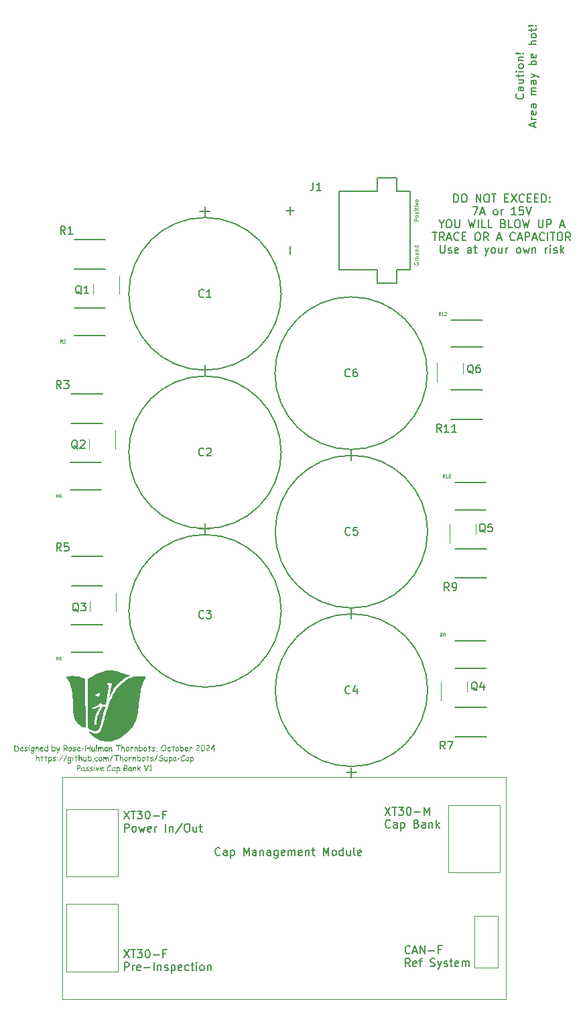
<source format=gbr>
%TF.GenerationSoftware,KiCad,Pcbnew,8.0.5*%
%TF.CreationDate,2024-12-06T09:36:11-05:00*%
%TF.ProjectId,Passive Cap Bank V1,50617373-6976-4652-9043-61702042616e,rev?*%
%TF.SameCoordinates,Original*%
%TF.FileFunction,Legend,Top*%
%TF.FilePolarity,Positive*%
%FSLAX46Y46*%
G04 Gerber Fmt 4.6, Leading zero omitted, Abs format (unit mm)*
G04 Created by KiCad (PCBNEW 8.0.5) date 2024-12-06 09:36:11*
%MOMM*%
%LPD*%
G01*
G04 APERTURE LIST*
%ADD10C,0.050000*%
%ADD11C,0.100000*%
%ADD12C,0.150000*%
%ADD13C,0.200000*%
%ADD14C,0.098425*%
%ADD15C,0.120000*%
%ADD16C,0.152400*%
%ADD17C,0.127000*%
%ADD18C,0.000000*%
G04 APERTURE END LIST*
D10*
X132500000Y-148000000D02*
X139000000Y-148000000D01*
X139000000Y-156500000D01*
X132500000Y-156500000D01*
X132500000Y-148000000D01*
D11*
X132000000Y-132000000D02*
X188000000Y-132000000D01*
X188000000Y-160000000D01*
X132000000Y-160000000D01*
X132000000Y-132000000D01*
D10*
X132500000Y-136000000D02*
X139000000Y-136000000D01*
X139000000Y-144500000D01*
X132500000Y-144500000D01*
X132500000Y-136000000D01*
X180750000Y-135500000D02*
X187250000Y-135500000D01*
X187250000Y-144000000D01*
X180750000Y-144000000D01*
X180750000Y-135500000D01*
X184000000Y-149500000D02*
X187000000Y-149500000D01*
X187000000Y-156000000D01*
X184000000Y-156000000D01*
X184000000Y-149500000D01*
D11*
G36*
X126014154Y-127917367D02*
G01*
X126048901Y-127933424D01*
X126061516Y-127939546D01*
X126096996Y-127956479D01*
X126132135Y-127972845D01*
X126153290Y-127981861D01*
X126189202Y-127995053D01*
X126223758Y-128009899D01*
X126256957Y-128026400D01*
X126288799Y-128044555D01*
X126326694Y-128069575D01*
X126362469Y-128097181D01*
X126396124Y-128127371D01*
X126402601Y-128133719D01*
X126430980Y-128164319D01*
X126455575Y-128195669D01*
X126476386Y-128227769D01*
X126493414Y-128260618D01*
X126509377Y-128302735D01*
X126519428Y-128346023D01*
X126523566Y-128390484D01*
X126523684Y-128399516D01*
X126521695Y-128437322D01*
X126515725Y-128474444D01*
X126505776Y-128510883D01*
X126491848Y-128546637D01*
X126482102Y-128566762D01*
X126462544Y-128600276D01*
X126440092Y-128630775D01*
X126414749Y-128658259D01*
X126386512Y-128682727D01*
X126369079Y-128695355D01*
X126336688Y-128713720D01*
X126299415Y-128728285D01*
X126257261Y-128739051D01*
X126218404Y-128745120D01*
X126176156Y-128748550D01*
X126139918Y-128749394D01*
X126102297Y-128746818D01*
X126065786Y-128740418D01*
X126053822Y-128737670D01*
X126017194Y-128727251D01*
X125982725Y-128712426D01*
X125966261Y-128701950D01*
X125961132Y-128701950D01*
X125925852Y-128688587D01*
X125923946Y-128686746D01*
X125909166Y-128652099D01*
X125909108Y-128649377D01*
X125909573Y-128610740D01*
X125909673Y-128607062D01*
X126014072Y-128607062D01*
X126024879Y-128613656D01*
X126058904Y-128630864D01*
X126094682Y-128640310D01*
X126135075Y-128643852D01*
X126139368Y-128643881D01*
X126181160Y-128642625D01*
X126218469Y-128638858D01*
X126256331Y-128631288D01*
X126292131Y-128618451D01*
X126310460Y-128608161D01*
X126339634Y-128584823D01*
X126364871Y-128556941D01*
X126386173Y-128524516D01*
X126389961Y-128517486D01*
X126405611Y-128481397D01*
X126415464Y-128444341D01*
X126419521Y-128406320D01*
X126419637Y-128398600D01*
X126415764Y-128354564D01*
X126404145Y-128312558D01*
X126384780Y-128272583D01*
X126363712Y-128242065D01*
X126337685Y-128212846D01*
X126306702Y-128184926D01*
X126270761Y-128158306D01*
X126261001Y-128151854D01*
X126226116Y-128131658D01*
X126188668Y-128112484D01*
X126150072Y-128093869D01*
X126114358Y-128077251D01*
X126074346Y-128059099D01*
X126030034Y-128039412D01*
X126018285Y-128034251D01*
X126020849Y-128181346D01*
X126022315Y-128328075D01*
X126014072Y-128607062D01*
X125909673Y-128607062D01*
X125910615Y-128572335D01*
X125912015Y-128533264D01*
X125913578Y-128495715D01*
X125913871Y-128489092D01*
X125915552Y-128450856D01*
X125917073Y-128411000D01*
X125918233Y-128371719D01*
X125918812Y-128332020D01*
X125918817Y-128328625D01*
X125918629Y-128290382D01*
X125918145Y-128248580D01*
X125917477Y-128205973D01*
X125916724Y-128164974D01*
X125916436Y-128150389D01*
X125915689Y-128108011D01*
X125915096Y-128069768D01*
X125914600Y-128030377D01*
X125914291Y-127992250D01*
X125914237Y-127972152D01*
X125928507Y-127936888D01*
X125935853Y-127928372D01*
X125966925Y-127907117D01*
X125979084Y-127905291D01*
X126014154Y-127917367D01*
G37*
G36*
X126911435Y-128165032D02*
G01*
X126948301Y-128170493D01*
X126985066Y-128180988D01*
X127010216Y-128192337D01*
X127042360Y-128215679D01*
X127065737Y-128248752D01*
X127075672Y-128284942D01*
X127076711Y-128302979D01*
X127068520Y-128340795D01*
X127046618Y-128373106D01*
X127018459Y-128397868D01*
X126984940Y-128416581D01*
X126951690Y-128432462D01*
X126914447Y-128449109D01*
X126909283Y-128451357D01*
X126712545Y-128537819D01*
X126738359Y-128567832D01*
X126768768Y-128591195D01*
X126784353Y-128599734D01*
X126821657Y-128613136D01*
X126860224Y-128619443D01*
X126884553Y-128620434D01*
X126923205Y-128617228D01*
X126959195Y-128609903D01*
X126968084Y-128607611D01*
X127004766Y-128595212D01*
X127036612Y-128575988D01*
X127046303Y-128564930D01*
X127074124Y-128540028D01*
X127084039Y-128538368D01*
X127116095Y-128552657D01*
X127130384Y-128585996D01*
X127121385Y-128621806D01*
X127097900Y-128651251D01*
X127064787Y-128675211D01*
X127038243Y-128689127D01*
X127003912Y-128703474D01*
X126965192Y-128715555D01*
X126927021Y-128723034D01*
X126889400Y-128725911D01*
X126884736Y-128725947D01*
X126842606Y-128723899D01*
X126803592Y-128717755D01*
X126767696Y-128707516D01*
X126729756Y-128690393D01*
X126696059Y-128667695D01*
X126669290Y-128641699D01*
X126645059Y-128606779D01*
X126630290Y-128572914D01*
X126621060Y-128535416D01*
X126617367Y-128494285D01*
X126617290Y-128487077D01*
X126618732Y-128449891D01*
X126703752Y-128449891D01*
X126861839Y-128380099D01*
X126900071Y-128362264D01*
X126933185Y-128345462D01*
X126968238Y-128325381D01*
X126994829Y-128307009D01*
X126963652Y-128286820D01*
X126925534Y-128274108D01*
X126885294Y-128269061D01*
X126870631Y-128268724D01*
X126833419Y-128273143D01*
X126797237Y-128288210D01*
X126768665Y-128311187D01*
X126766034Y-128313970D01*
X126742006Y-128346607D01*
X126723929Y-128383627D01*
X126710683Y-128422616D01*
X126703752Y-128449891D01*
X126618732Y-128449891D01*
X126618874Y-128446234D01*
X126623623Y-128407511D01*
X126631539Y-128370908D01*
X126645217Y-128329782D01*
X126663456Y-128291709D01*
X126682137Y-128262313D01*
X126705334Y-128233763D01*
X126736229Y-128205891D01*
X126770460Y-128184987D01*
X126808027Y-128171050D01*
X126848929Y-128164082D01*
X126870631Y-128163211D01*
X126911435Y-128165032D01*
G37*
G36*
X127567090Y-128303895D02*
G01*
X127532197Y-128290109D01*
X127527339Y-128283012D01*
X127517321Y-128245406D01*
X127513967Y-128221830D01*
X127475670Y-128232469D01*
X127436829Y-128244397D01*
X127399884Y-128256284D01*
X127394899Y-128257916D01*
X127358560Y-128275376D01*
X127327626Y-128299937D01*
X127311758Y-128333425D01*
X127311368Y-128339433D01*
X127341776Y-128347676D01*
X127384082Y-128356204D01*
X127422113Y-128365854D01*
X127461077Y-128378527D01*
X127498480Y-128394879D01*
X127517997Y-128406111D01*
X127550759Y-128432236D01*
X127575474Y-128463007D01*
X127592142Y-128498423D01*
X127600764Y-128538486D01*
X127602078Y-128563464D01*
X127597532Y-128603020D01*
X127583897Y-128637424D01*
X127561171Y-128666676D01*
X127529354Y-128690776D01*
X127492933Y-128707777D01*
X127456325Y-128718219D01*
X127415733Y-128724264D01*
X127376947Y-128725947D01*
X127339418Y-128724179D01*
X127302874Y-128718876D01*
X127267315Y-128710037D01*
X127247987Y-128703599D01*
X127213285Y-128687994D01*
X127183851Y-128664527D01*
X127168978Y-128630558D01*
X127168669Y-128624281D01*
X127183797Y-128589699D01*
X127184789Y-128588743D01*
X127219221Y-128573599D01*
X127221791Y-128573539D01*
X127255336Y-128589841D01*
X127263007Y-128596437D01*
X127298831Y-128610863D01*
X127318512Y-128614755D01*
X127355750Y-128619497D01*
X127376764Y-128620434D01*
X127415039Y-128618180D01*
X127452967Y-128610176D01*
X127485776Y-128593701D01*
X127500961Y-128562732D01*
X127493223Y-128526861D01*
X127470010Y-128498177D01*
X127436385Y-128478714D01*
X127403142Y-128467843D01*
X127349469Y-128456303D01*
X127310532Y-128446775D01*
X127274056Y-128434067D01*
X127252200Y-128422414D01*
X127225158Y-128394956D01*
X127211903Y-128358126D01*
X127210434Y-128337967D01*
X127214002Y-128300980D01*
X127227183Y-128263135D01*
X127250076Y-128231006D01*
X127282681Y-128204591D01*
X127311917Y-128189223D01*
X127349071Y-128175388D01*
X127386651Y-128163809D01*
X127410835Y-128156983D01*
X127446094Y-128146922D01*
X127483549Y-128134905D01*
X127508288Y-128125293D01*
X127544939Y-128116632D01*
X127554084Y-128116317D01*
X127588559Y-128128714D01*
X127590354Y-128130422D01*
X127604586Y-128164436D01*
X127604642Y-128167241D01*
X127609908Y-128204936D01*
X127611054Y-128210106D01*
X127617239Y-128246999D01*
X127617465Y-128252971D01*
X127604907Y-128287993D01*
X127603177Y-128289790D01*
X127568456Y-128303881D01*
X127567090Y-128303895D01*
G37*
G36*
X127828308Y-128034251D02*
G01*
X127792475Y-128024093D01*
X127785443Y-128018864D01*
X127767649Y-127985527D01*
X127767491Y-127981495D01*
X127782235Y-127947250D01*
X127785443Y-127944309D01*
X127819266Y-127929286D01*
X127828308Y-127928738D01*
X127863898Y-127939017D01*
X127870806Y-127944309D01*
X127888418Y-127977464D01*
X127888574Y-127981495D01*
X127873981Y-128015890D01*
X127870806Y-128018864D01*
X127835866Y-128033875D01*
X127828308Y-128034251D01*
G37*
G36*
X127851572Y-128461981D02*
G01*
X127851984Y-128501137D01*
X127852834Y-128540781D01*
X127853220Y-128555954D01*
X127854263Y-128595345D01*
X127854938Y-128632409D01*
X127855052Y-128650109D01*
X127843618Y-128685023D01*
X127841130Y-128687845D01*
X127807299Y-128702442D01*
X127804494Y-128702500D01*
X127770040Y-128689620D01*
X127768224Y-128687845D01*
X127754174Y-128652962D01*
X127754119Y-128650109D01*
X127753661Y-128610817D01*
X127752716Y-128571129D01*
X127752287Y-128555954D01*
X127751244Y-128516584D01*
X127750570Y-128479601D01*
X127750455Y-128461981D01*
X127751061Y-128425225D01*
X127752664Y-128386814D01*
X127754963Y-128348176D01*
X127755584Y-128339066D01*
X127758152Y-128299571D01*
X127760020Y-128260209D01*
X127760876Y-128222406D01*
X127760897Y-128216151D01*
X127772481Y-128180692D01*
X127775002Y-128177866D01*
X127809905Y-128163226D01*
X127811272Y-128163211D01*
X127845747Y-128176091D01*
X127847542Y-128177866D01*
X127861704Y-128211799D01*
X127861830Y-128216151D01*
X127861224Y-128252907D01*
X127859621Y-128291318D01*
X127857322Y-128329956D01*
X127856701Y-128339066D01*
X127854221Y-128378561D01*
X127852418Y-128417924D01*
X127851592Y-128455727D01*
X127851572Y-128461981D01*
G37*
G36*
X128326559Y-128165631D02*
G01*
X128363848Y-128174320D01*
X128367962Y-128175851D01*
X128401040Y-128195163D01*
X128417421Y-128213586D01*
X128453121Y-128224572D01*
X128471213Y-128258312D01*
X128472559Y-128275868D01*
X128470490Y-128313245D01*
X128465424Y-128352984D01*
X128461751Y-128375519D01*
X128455836Y-128412569D01*
X128450384Y-128450608D01*
X128447830Y-128474071D01*
X128435923Y-128650109D01*
X128434233Y-128688118D01*
X128430944Y-128729043D01*
X128426234Y-128766287D01*
X128419113Y-128804343D01*
X128414857Y-128821568D01*
X128403355Y-128856615D01*
X128386969Y-128891431D01*
X128364402Y-128923921D01*
X128340668Y-128946864D01*
X128306276Y-128968182D01*
X128270547Y-128981839D01*
X128229559Y-128990832D01*
X128190241Y-128994830D01*
X128161882Y-128995591D01*
X128125084Y-128994750D01*
X128088276Y-128991845D01*
X128049773Y-128985620D01*
X128046844Y-128984966D01*
X128009924Y-128970977D01*
X127985100Y-128942216D01*
X127981997Y-128923234D01*
X127991859Y-128887208D01*
X128026877Y-128873042D01*
X128064005Y-128877285D01*
X128088609Y-128882018D01*
X128125276Y-128887767D01*
X128161860Y-128890068D01*
X128184414Y-128890078D01*
X128224763Y-128884869D01*
X128259256Y-128870684D01*
X128287895Y-128847523D01*
X128310678Y-128815385D01*
X128321067Y-128792991D01*
X128331978Y-128756836D01*
X128339140Y-128718175D01*
X128343506Y-128679818D01*
X128346237Y-128636644D01*
X128347263Y-128596987D01*
X128328823Y-128630761D01*
X128306142Y-128661301D01*
X128280951Y-128684914D01*
X128248000Y-128703891D01*
X128211361Y-128713193D01*
X128193206Y-128714223D01*
X128154079Y-128711120D01*
X128118283Y-128701811D01*
X128081452Y-128683573D01*
X128048972Y-128657229D01*
X128041532Y-128649377D01*
X128018762Y-128619157D01*
X128001586Y-128585238D01*
X127990001Y-128547620D01*
X127984009Y-128506303D01*
X127983096Y-128481032D01*
X127983520Y-128471690D01*
X128082931Y-128471690D01*
X128085703Y-128511085D01*
X128095159Y-128546774D01*
X128111324Y-128574455D01*
X128141568Y-128597872D01*
X128179321Y-128607874D01*
X128196320Y-128608710D01*
X128234926Y-128601163D01*
X128269590Y-128580983D01*
X128297437Y-128555038D01*
X128321405Y-128524215D01*
X128339132Y-128490517D01*
X128347812Y-128457035D01*
X128354728Y-128419651D01*
X128360492Y-128381578D01*
X128365705Y-128342310D01*
X128370299Y-128304228D01*
X128371076Y-128297484D01*
X128337839Y-128279282D01*
X128328212Y-128275868D01*
X128291226Y-128268975D01*
X128282416Y-128268724D01*
X128241670Y-128271678D01*
X128205184Y-128280540D01*
X128168702Y-128297902D01*
X128137784Y-128322981D01*
X128130924Y-128330457D01*
X128107724Y-128364069D01*
X128093476Y-128397960D01*
X128085227Y-128435630D01*
X128082931Y-128471690D01*
X127983520Y-128471690D01*
X127985046Y-128438067D01*
X127990896Y-128397785D01*
X128000645Y-128360186D01*
X128014295Y-128325270D01*
X128031844Y-128293038D01*
X128058050Y-128257901D01*
X128062964Y-128252421D01*
X128090182Y-128226721D01*
X128120316Y-128205377D01*
X128153365Y-128188389D01*
X128189331Y-128175756D01*
X128228212Y-128167480D01*
X128270010Y-128163560D01*
X128287545Y-128163211D01*
X128326559Y-128165631D01*
G37*
G36*
X128975760Y-128725947D02*
G01*
X128939568Y-128713022D01*
X128925752Y-128680151D01*
X128911280Y-128573356D01*
X128907213Y-128535034D01*
X128904834Y-128498400D01*
X128904136Y-128466561D01*
X128905539Y-128428253D01*
X128905968Y-128420399D01*
X128907655Y-128383200D01*
X128907800Y-128374054D01*
X128905828Y-128333012D01*
X128897496Y-128295057D01*
X128871575Y-128269136D01*
X128866584Y-128268724D01*
X128827520Y-128276582D01*
X128793058Y-128297361D01*
X128766211Y-128323336D01*
X128756308Y-128335219D01*
X128733880Y-128367448D01*
X128714039Y-128403684D01*
X128698801Y-128438677D01*
X128685543Y-128476738D01*
X128682119Y-128488176D01*
X128678817Y-128526381D01*
X128677540Y-128537086D01*
X128674620Y-128573631D01*
X128674426Y-128585446D01*
X128676810Y-128623233D01*
X128677540Y-128630509D01*
X128680505Y-128668169D01*
X128680654Y-128675389D01*
X128668096Y-128710068D01*
X128666366Y-128711842D01*
X128631473Y-128725933D01*
X128630096Y-128725947D01*
X128595234Y-128713550D01*
X128593459Y-128711842D01*
X128579774Y-128677828D01*
X128579721Y-128675022D01*
X128577056Y-128637095D01*
X128576240Y-128629776D01*
X128573149Y-128592888D01*
X128572943Y-128584347D01*
X128573809Y-128543966D01*
X128575805Y-128503876D01*
X128578553Y-128462912D01*
X128580270Y-128440549D01*
X128583197Y-128402229D01*
X128585661Y-128363113D01*
X128587311Y-128325076D01*
X128587781Y-128296568D01*
X128586477Y-128258280D01*
X128585949Y-128248757D01*
X128584431Y-128211246D01*
X128584300Y-128200947D01*
X128598053Y-128166276D01*
X128598955Y-128165409D01*
X128633881Y-128151501D01*
X128635225Y-128151488D01*
X128670326Y-128166420D01*
X128685574Y-128203520D01*
X128687432Y-128219448D01*
X128688897Y-128280448D01*
X128716033Y-128246674D01*
X128743401Y-128218624D01*
X128776550Y-128192520D01*
X128810034Y-128174660D01*
X128849521Y-128164242D01*
X128866584Y-128163211D01*
X128904674Y-128167562D01*
X128940054Y-128182857D01*
X128967522Y-128209164D01*
X128981439Y-128232821D01*
X128994297Y-128269943D01*
X129001274Y-128308140D01*
X129004801Y-128348005D01*
X129005619Y-128370024D01*
X129005619Y-128419849D01*
X129005070Y-128465828D01*
X129006884Y-128503098D01*
X129011252Y-128540773D01*
X129016060Y-128571707D01*
X129021953Y-128609857D01*
X129025914Y-128646326D01*
X129027235Y-128677037D01*
X129013482Y-128711536D01*
X129012580Y-128712391D01*
X128978502Y-128725894D01*
X128975760Y-128725947D01*
G37*
G36*
X129397583Y-128165032D02*
G01*
X129434448Y-128170493D01*
X129471214Y-128180988D01*
X129496364Y-128192337D01*
X129528508Y-128215679D01*
X129551885Y-128248752D01*
X129561820Y-128284942D01*
X129562859Y-128302979D01*
X129554667Y-128340795D01*
X129532766Y-128373106D01*
X129504607Y-128397868D01*
X129471088Y-128416581D01*
X129437838Y-128432462D01*
X129400595Y-128449109D01*
X129395431Y-128451357D01*
X129198693Y-128537819D01*
X129224507Y-128567832D01*
X129254916Y-128591195D01*
X129270500Y-128599734D01*
X129307805Y-128613136D01*
X129346372Y-128619443D01*
X129370701Y-128620434D01*
X129409353Y-128617228D01*
X129445343Y-128609903D01*
X129454232Y-128607611D01*
X129490913Y-128595212D01*
X129522760Y-128575988D01*
X129532451Y-128564930D01*
X129560272Y-128540028D01*
X129570186Y-128538368D01*
X129602243Y-128552657D01*
X129616532Y-128585996D01*
X129607533Y-128621806D01*
X129584048Y-128651251D01*
X129550935Y-128675211D01*
X129524391Y-128689127D01*
X129490060Y-128703474D01*
X129451340Y-128715555D01*
X129413169Y-128723034D01*
X129375548Y-128725911D01*
X129370884Y-128725947D01*
X129328754Y-128723899D01*
X129289740Y-128717755D01*
X129253844Y-128707516D01*
X129215904Y-128690393D01*
X129182207Y-128667695D01*
X129155438Y-128641699D01*
X129131207Y-128606779D01*
X129116438Y-128572914D01*
X129107208Y-128535416D01*
X129103515Y-128494285D01*
X129103438Y-128487077D01*
X129104880Y-128449891D01*
X129189900Y-128449891D01*
X129347987Y-128380099D01*
X129386219Y-128362264D01*
X129419333Y-128345462D01*
X129454386Y-128325381D01*
X129480977Y-128307009D01*
X129449800Y-128286820D01*
X129411682Y-128274108D01*
X129371442Y-128269061D01*
X129356779Y-128268724D01*
X129319567Y-128273143D01*
X129283385Y-128288210D01*
X129254813Y-128311187D01*
X129252182Y-128313970D01*
X129228154Y-128346607D01*
X129210077Y-128383627D01*
X129196830Y-128422616D01*
X129189900Y-128449891D01*
X129104880Y-128449891D01*
X129105022Y-128446234D01*
X129109771Y-128407511D01*
X129117687Y-128370908D01*
X129131365Y-128329782D01*
X129149603Y-128291709D01*
X129168285Y-128262313D01*
X129191482Y-128233763D01*
X129222377Y-128205891D01*
X129256608Y-128184987D01*
X129294174Y-128171050D01*
X129335077Y-128164082D01*
X129356779Y-128163211D01*
X129397583Y-128165032D01*
G37*
G36*
X130188793Y-127894300D02*
G01*
X130200516Y-127931669D01*
X130199534Y-127971093D01*
X130197631Y-128009353D01*
X130195387Y-128046021D01*
X130192502Y-128088075D01*
X130188976Y-128135516D01*
X130185910Y-128174632D01*
X130182484Y-128216778D01*
X130180000Y-128246559D01*
X130177275Y-128284215D01*
X130175329Y-128321893D01*
X130174161Y-128359594D01*
X130173772Y-128397318D01*
X130174021Y-128438694D01*
X130174768Y-128477460D01*
X130176402Y-128522247D01*
X130178814Y-128562955D01*
X130182005Y-128599584D01*
X130186860Y-128638155D01*
X130189708Y-128655239D01*
X130190624Y-128666962D01*
X130176153Y-128700851D01*
X130142814Y-128714223D01*
X130109555Y-128696048D01*
X130095919Y-128667695D01*
X130062981Y-128689298D01*
X130028920Y-128706343D01*
X130018983Y-128710376D01*
X129983375Y-128721020D01*
X129946434Y-128725704D01*
X129935635Y-128725947D01*
X129896943Y-128723442D01*
X129860828Y-128715926D01*
X129821949Y-128700826D01*
X129786576Y-128678905D01*
X129759047Y-128654689D01*
X129734519Y-128625900D01*
X129715066Y-128594213D01*
X129700688Y-128559628D01*
X129691384Y-128522145D01*
X129687155Y-128481764D01*
X129686873Y-128467660D01*
X129686974Y-128465279D01*
X129778098Y-128465279D01*
X129782696Y-128503271D01*
X129796488Y-128537793D01*
X129819475Y-128568845D01*
X129825176Y-128574638D01*
X129856270Y-128598788D01*
X129890478Y-128613994D01*
X129927797Y-128620255D01*
X129935635Y-128620434D01*
X129973357Y-128617093D01*
X130008908Y-128605230D01*
X130041373Y-128583509D01*
X130066060Y-128564197D01*
X130080898Y-128548993D01*
X130079433Y-128463813D01*
X130079982Y-128406660D01*
X130080898Y-128348592D01*
X130061384Y-128317471D01*
X130032899Y-128291265D01*
X130028875Y-128288691D01*
X129993246Y-128273716D01*
X129956811Y-128268802D01*
X129951205Y-128268724D01*
X129910596Y-128271793D01*
X129871397Y-128282579D01*
X129839067Y-128301133D01*
X129821329Y-128317817D01*
X129800431Y-128349255D01*
X129787597Y-128383794D01*
X129780167Y-128424538D01*
X129778098Y-128465279D01*
X129686974Y-128465279D01*
X129688653Y-128425839D01*
X129693993Y-128386702D01*
X129702893Y-128350248D01*
X129718272Y-128310045D01*
X129738777Y-128273707D01*
X129759780Y-128246376D01*
X129788646Y-128218113D01*
X129820565Y-128195698D01*
X129855536Y-128179130D01*
X129893560Y-128168409D01*
X129934637Y-128163536D01*
X129949007Y-128163211D01*
X129986942Y-128165397D01*
X130023402Y-128173618D01*
X130041331Y-128181713D01*
X130089691Y-128217250D01*
X130091055Y-128178096D01*
X130092467Y-128141419D01*
X130094424Y-128096368D01*
X130096468Y-128055718D01*
X130099143Y-128011097D01*
X130101953Y-127973354D01*
X130106111Y-127932070D01*
X130106727Y-127927273D01*
X130121748Y-127893201D01*
X130153622Y-127881844D01*
X130188793Y-127894300D01*
G37*
G36*
X130736384Y-127911027D02*
G01*
X130741819Y-127938264D01*
X130739255Y-127959330D01*
X130736690Y-127980396D01*
X130735225Y-128092869D01*
X130734126Y-128224028D01*
X130767141Y-128203360D01*
X130801455Y-128185795D01*
X130819305Y-128178415D01*
X130856172Y-128167502D01*
X130893100Y-128163226D01*
X130895326Y-128163211D01*
X130935417Y-128166199D01*
X130972572Y-128175164D01*
X131006789Y-128190105D01*
X131038071Y-128211022D01*
X131066415Y-128237915D01*
X131075211Y-128248208D01*
X131097249Y-128279446D01*
X131114727Y-128313260D01*
X131127645Y-128349651D01*
X131136004Y-128388617D01*
X131139804Y-128430159D01*
X131140057Y-128444579D01*
X131137391Y-128487369D01*
X131129393Y-128527672D01*
X131116062Y-128565490D01*
X131097399Y-128600822D01*
X131073403Y-128633668D01*
X131064220Y-128644064D01*
X131034542Y-128671892D01*
X131002250Y-128693961D01*
X130967343Y-128710274D01*
X130929822Y-128720829D01*
X130889685Y-128725627D01*
X130875726Y-128725947D01*
X130837234Y-128723668D01*
X130800529Y-128716834D01*
X130765610Y-128705442D01*
X130732477Y-128689494D01*
X130703729Y-128712678D01*
X130692360Y-128714223D01*
X130659021Y-128700668D01*
X130645466Y-128666596D01*
X130646669Y-128629008D01*
X130646748Y-128627395D01*
X130648019Y-128590598D01*
X130648030Y-128588011D01*
X130647744Y-128548863D01*
X130647103Y-128509971D01*
X130646241Y-128470418D01*
X130645280Y-128432414D01*
X130645099Y-128425711D01*
X130645095Y-128425528D01*
X130733576Y-128425528D01*
X130734126Y-128502465D01*
X130734675Y-128583431D01*
X130768872Y-128597503D01*
X130804285Y-128611092D01*
X130840322Y-128618381D01*
X130875726Y-128620434D01*
X130915636Y-128616464D01*
X130951286Y-128604553D01*
X130982676Y-128584702D01*
X130998274Y-128570242D01*
X131021474Y-128539950D01*
X131037082Y-128505745D01*
X131045096Y-128467629D01*
X131046268Y-128444762D01*
X131043211Y-128405356D01*
X131034039Y-128369775D01*
X131016676Y-128334727D01*
X131007617Y-128322030D01*
X130978705Y-128293920D01*
X130944176Y-128276220D01*
X130904029Y-128268932D01*
X130895326Y-128268724D01*
X130858040Y-128273072D01*
X130822664Y-128284895D01*
X130808864Y-128291439D01*
X130777160Y-128310847D01*
X130744261Y-128333387D01*
X130734675Y-128340165D01*
X130733576Y-128425528D01*
X130645095Y-128425528D01*
X130644165Y-128387013D01*
X130643320Y-128346668D01*
X130642676Y-128306892D01*
X130642362Y-128270218D01*
X130642351Y-128263229D01*
X130642429Y-128225825D01*
X130642588Y-128185466D01*
X130642772Y-128146782D01*
X130642901Y-128121812D01*
X130643088Y-128085126D01*
X130643257Y-128048218D01*
X130643397Y-128010090D01*
X130643451Y-127980029D01*
X130648973Y-127942320D01*
X130656273Y-127924708D01*
X130682577Y-127897946D01*
X130703168Y-127893567D01*
X130736384Y-127911027D01*
G37*
G36*
X131707189Y-128243445D02*
G01*
X131528953Y-128625746D01*
X131512950Y-128659933D01*
X131494307Y-128700669D01*
X131477176Y-128739187D01*
X131461556Y-128775488D01*
X131447448Y-128809569D01*
X131432514Y-128847540D01*
X131428020Y-128859487D01*
X131393948Y-128958588D01*
X131372702Y-128988508D01*
X131347603Y-128995591D01*
X131312226Y-128983677D01*
X131310234Y-128982035D01*
X131294663Y-128948696D01*
X131301613Y-128911991D01*
X131313014Y-128876609D01*
X131326044Y-128841412D01*
X131342549Y-128800090D01*
X131357208Y-128765079D01*
X131373822Y-128726623D01*
X131392390Y-128684721D01*
X131405855Y-128654872D01*
X131221390Y-128298400D01*
X131198309Y-128260664D01*
X131184727Y-128225956D01*
X131184387Y-128220730D01*
X131196729Y-128185007D01*
X131200507Y-128180614D01*
X131233216Y-128163364D01*
X131236961Y-128163211D01*
X131270915Y-128178406D01*
X131273414Y-128181713D01*
X131295507Y-128214694D01*
X131318007Y-128250990D01*
X131340914Y-128290600D01*
X131364226Y-128333525D01*
X131381978Y-128367894D01*
X131399958Y-128404127D01*
X131418166Y-128442224D01*
X131436603Y-128482186D01*
X131455269Y-128524012D01*
X131461542Y-128538368D01*
X131537746Y-128356835D01*
X131553092Y-128323143D01*
X131570720Y-128285838D01*
X131588049Y-128250689D01*
X131605081Y-128217697D01*
X131617064Y-128195451D01*
X131641679Y-128167745D01*
X131660295Y-128163211D01*
X131694596Y-128176150D01*
X131697664Y-128178965D01*
X131713824Y-128212333D01*
X131713967Y-128216334D01*
X131707189Y-128243445D01*
G37*
G36*
X132312423Y-127915000D02*
G01*
X132350429Y-127921278D01*
X132388511Y-127931382D01*
X132425359Y-127946298D01*
X132431491Y-127949438D01*
X132468778Y-127970611D01*
X132502398Y-127992642D01*
X132532350Y-128015528D01*
X132566581Y-128047376D01*
X132594291Y-128080747D01*
X132615482Y-128115640D01*
X132630152Y-128152056D01*
X132638302Y-128189995D01*
X132640136Y-128219448D01*
X132635694Y-128257436D01*
X132622367Y-128293179D01*
X132600156Y-128326678D01*
X132573434Y-128354150D01*
X132569061Y-128357934D01*
X132538710Y-128380591D01*
X132504810Y-128400386D01*
X132467361Y-128417319D01*
X132431681Y-128429788D01*
X132426362Y-128431390D01*
X132465168Y-128453149D01*
X132501444Y-128475193D01*
X132535190Y-128497524D01*
X132566405Y-128520142D01*
X132595090Y-128543045D01*
X132627389Y-128572077D01*
X132655734Y-128601556D01*
X132665965Y-128613473D01*
X132679337Y-128648644D01*
X132666399Y-128683490D01*
X132663583Y-128686563D01*
X132629376Y-128702437D01*
X132626764Y-128702500D01*
X132592267Y-128687849D01*
X132590127Y-128685830D01*
X132557816Y-128654834D01*
X132524834Y-128625798D01*
X132491183Y-128598724D01*
X132456862Y-128573611D01*
X132421871Y-128550459D01*
X132386211Y-128529267D01*
X132349881Y-128510037D01*
X132312881Y-128492767D01*
X132275211Y-128477459D01*
X132236872Y-128464112D01*
X132210940Y-128456303D01*
X132215153Y-128558152D01*
X132217718Y-128660734D01*
X132205682Y-128696068D01*
X132203063Y-128699019D01*
X132168985Y-128714164D01*
X132166244Y-128714223D01*
X132131103Y-128700860D01*
X132129241Y-128699019D01*
X132114715Y-128665293D01*
X132114586Y-128661100D01*
X132113951Y-128621498D01*
X132112599Y-128582107D01*
X132110976Y-128545004D01*
X132110739Y-128540017D01*
X132109057Y-128502213D01*
X132107629Y-128461977D01*
X132106908Y-128423990D01*
X132106893Y-128418750D01*
X132108105Y-128380678D01*
X132110311Y-128349691D01*
X132213505Y-128349691D01*
X132235853Y-128350240D01*
X132258934Y-128350790D01*
X132298368Y-128349909D01*
X132341439Y-128346526D01*
X132379873Y-128340605D01*
X132418852Y-128330491D01*
X132455671Y-128314703D01*
X132486899Y-128293116D01*
X132509344Y-128271838D01*
X132531414Y-128241351D01*
X132536638Y-128221646D01*
X132530204Y-128181021D01*
X132513684Y-128146248D01*
X132490888Y-128116855D01*
X132460309Y-128088426D01*
X132455305Y-128084443D01*
X132422256Y-128061316D01*
X132388507Y-128042904D01*
X132354055Y-128029209D01*
X132313824Y-128019331D01*
X132298501Y-128017215D01*
X132222297Y-128010804D01*
X132227427Y-128074918D01*
X132230285Y-128112536D01*
X132231090Y-128139031D01*
X132229972Y-128176828D01*
X132227278Y-128214147D01*
X132224312Y-128244361D01*
X132213505Y-128349691D01*
X132110311Y-128349691D01*
X132110900Y-128341413D01*
X132114747Y-128300380D01*
X132117151Y-128277700D01*
X132121219Y-128238911D01*
X132124645Y-128200077D01*
X132126940Y-128163394D01*
X132127592Y-128137016D01*
X132126027Y-128099548D01*
X132122951Y-128062539D01*
X132122646Y-128059347D01*
X132119444Y-128021578D01*
X132117720Y-127984868D01*
X132117700Y-127981495D01*
X132125493Y-127944571D01*
X132134187Y-127930020D01*
X132164483Y-127907566D01*
X132188226Y-127905291D01*
X132312423Y-127915000D01*
G37*
G36*
X133045369Y-128166515D02*
G01*
X133083938Y-128178720D01*
X133117737Y-128199919D01*
X133146769Y-128230112D01*
X133164586Y-128257184D01*
X133180995Y-128291915D01*
X133193197Y-128329592D01*
X133201191Y-128370214D01*
X133204695Y-128407377D01*
X133205253Y-128440000D01*
X133202707Y-128481555D01*
X133196168Y-128520766D01*
X133185637Y-128557632D01*
X133171112Y-128592155D01*
X133152595Y-128624334D01*
X133145535Y-128634539D01*
X133119299Y-128665603D01*
X133090048Y-128690241D01*
X133057784Y-128708451D01*
X133022506Y-128720234D01*
X132984213Y-128725590D01*
X132970780Y-128725947D01*
X132934101Y-128722896D01*
X132894994Y-128711940D01*
X132858887Y-128693015D01*
X132829754Y-128669919D01*
X132821853Y-128662199D01*
X132798130Y-128633964D01*
X132779031Y-128602290D01*
X132764556Y-128567177D01*
X132754705Y-128528625D01*
X132749478Y-128486634D01*
X132748763Y-128471873D01*
X132748778Y-128471324D01*
X132850429Y-128471324D01*
X132853646Y-128510270D01*
X132864765Y-128547493D01*
X132886171Y-128581083D01*
X132891095Y-128586362D01*
X132920714Y-128608422D01*
X132956938Y-128619602D01*
X132970963Y-128620434D01*
X133008993Y-128614999D01*
X133042850Y-128598692D01*
X133063103Y-128581782D01*
X133086441Y-128552076D01*
X133101729Y-128516538D01*
X133108605Y-128479568D01*
X133109448Y-128466195D01*
X133109368Y-128420033D01*
X133105464Y-128380007D01*
X133095207Y-128338605D01*
X133075011Y-128301580D01*
X133046211Y-128278361D01*
X133008808Y-128268950D01*
X133001737Y-128268724D01*
X132961834Y-128274213D01*
X132927233Y-128291090D01*
X132897936Y-128319357D01*
X132883951Y-128339982D01*
X132867747Y-128373626D01*
X132856845Y-128409850D01*
X132851247Y-128448652D01*
X132850429Y-128471324D01*
X132748778Y-128471324D01*
X132749937Y-128429301D01*
X132755658Y-128388686D01*
X132765925Y-128350028D01*
X132780740Y-128313329D01*
X132800100Y-128278587D01*
X132807564Y-128267442D01*
X132831452Y-128237415D01*
X132863790Y-128208100D01*
X132900133Y-128186114D01*
X132940481Y-128171456D01*
X132977165Y-128164840D01*
X133008515Y-128163211D01*
X133045369Y-128166515D01*
G37*
G36*
X133677313Y-128303895D02*
G01*
X133642420Y-128290109D01*
X133637563Y-128283012D01*
X133627544Y-128245406D01*
X133624190Y-128221830D01*
X133585893Y-128232469D01*
X133547053Y-128244397D01*
X133510107Y-128256284D01*
X133505122Y-128257916D01*
X133468783Y-128275376D01*
X133437850Y-128299937D01*
X133421982Y-128333425D01*
X133421591Y-128339433D01*
X133451999Y-128347676D01*
X133494306Y-128356204D01*
X133532336Y-128365854D01*
X133571300Y-128378527D01*
X133608704Y-128394879D01*
X133628220Y-128406111D01*
X133660982Y-128432236D01*
X133685697Y-128463007D01*
X133702366Y-128498423D01*
X133710987Y-128538486D01*
X133712301Y-128563464D01*
X133707756Y-128603020D01*
X133694120Y-128637424D01*
X133671394Y-128666676D01*
X133639578Y-128690776D01*
X133603156Y-128707777D01*
X133566548Y-128718219D01*
X133525956Y-128724264D01*
X133487170Y-128725947D01*
X133449641Y-128724179D01*
X133413097Y-128718876D01*
X133377539Y-128710037D01*
X133358210Y-128703599D01*
X133323508Y-128687994D01*
X133294074Y-128664527D01*
X133279202Y-128630558D01*
X133278892Y-128624281D01*
X133294020Y-128589699D01*
X133295012Y-128588743D01*
X133329445Y-128573599D01*
X133332015Y-128573539D01*
X133365559Y-128589841D01*
X133373231Y-128596437D01*
X133409054Y-128610863D01*
X133428735Y-128614755D01*
X133465973Y-128619497D01*
X133486987Y-128620434D01*
X133525262Y-128618180D01*
X133563191Y-128610176D01*
X133595999Y-128593701D01*
X133611184Y-128562732D01*
X133603447Y-128526861D01*
X133580234Y-128498177D01*
X133546608Y-128478714D01*
X133513365Y-128467843D01*
X133459693Y-128456303D01*
X133420756Y-128446775D01*
X133384280Y-128434067D01*
X133362423Y-128422414D01*
X133335381Y-128394956D01*
X133322126Y-128358126D01*
X133320657Y-128337967D01*
X133324225Y-128300980D01*
X133337406Y-128263135D01*
X133360299Y-128231006D01*
X133392905Y-128204591D01*
X133422140Y-128189223D01*
X133459294Y-128175388D01*
X133496874Y-128163809D01*
X133521059Y-128156983D01*
X133556318Y-128146922D01*
X133593773Y-128134905D01*
X133618512Y-128125293D01*
X133655162Y-128116632D01*
X133664307Y-128116317D01*
X133698783Y-128128714D01*
X133700577Y-128130422D01*
X133714810Y-128164436D01*
X133714865Y-128167241D01*
X133720131Y-128204936D01*
X133721277Y-128210106D01*
X133727463Y-128246999D01*
X133727688Y-128252971D01*
X133715130Y-128287993D01*
X133713400Y-128289790D01*
X133678679Y-128303881D01*
X133677313Y-128303895D01*
G37*
G36*
X134107562Y-128165032D02*
G01*
X134144428Y-128170493D01*
X134181194Y-128180988D01*
X134206343Y-128192337D01*
X134238487Y-128215679D01*
X134261864Y-128248752D01*
X134271799Y-128284942D01*
X134272838Y-128302979D01*
X134264647Y-128340795D01*
X134242745Y-128373106D01*
X134214586Y-128397868D01*
X134181067Y-128416581D01*
X134147817Y-128432462D01*
X134110574Y-128449109D01*
X134105410Y-128451357D01*
X133908672Y-128537819D01*
X133934486Y-128567832D01*
X133964895Y-128591195D01*
X133980480Y-128599734D01*
X134017784Y-128613136D01*
X134056351Y-128619443D01*
X134080680Y-128620434D01*
X134119332Y-128617228D01*
X134155322Y-128609903D01*
X134164211Y-128607611D01*
X134200893Y-128595212D01*
X134232739Y-128575988D01*
X134242430Y-128564930D01*
X134270251Y-128540028D01*
X134280166Y-128538368D01*
X134312222Y-128552657D01*
X134326511Y-128585996D01*
X134317512Y-128621806D01*
X134294027Y-128651251D01*
X134260914Y-128675211D01*
X134234370Y-128689127D01*
X134200039Y-128703474D01*
X134161319Y-128715555D01*
X134123148Y-128723034D01*
X134085527Y-128725911D01*
X134080863Y-128725947D01*
X134038733Y-128723899D01*
X133999719Y-128717755D01*
X133963823Y-128707516D01*
X133925883Y-128690393D01*
X133892186Y-128667695D01*
X133865417Y-128641699D01*
X133841186Y-128606779D01*
X133826417Y-128572914D01*
X133817187Y-128535416D01*
X133813494Y-128494285D01*
X133813417Y-128487077D01*
X133814859Y-128449891D01*
X133899879Y-128449891D01*
X134057966Y-128380099D01*
X134096198Y-128362264D01*
X134129312Y-128345462D01*
X134164365Y-128325381D01*
X134190956Y-128307009D01*
X134159779Y-128286820D01*
X134121661Y-128274108D01*
X134081421Y-128269061D01*
X134066758Y-128268724D01*
X134029546Y-128273143D01*
X133993364Y-128288210D01*
X133964792Y-128311187D01*
X133962161Y-128313970D01*
X133938133Y-128346607D01*
X133920056Y-128383627D01*
X133906810Y-128422616D01*
X133899879Y-128449891D01*
X133814859Y-128449891D01*
X133815001Y-128446234D01*
X133819750Y-128407511D01*
X133827666Y-128370908D01*
X133841344Y-128329782D01*
X133859583Y-128291709D01*
X133878264Y-128262313D01*
X133901461Y-128233763D01*
X133932356Y-128205891D01*
X133966587Y-128184987D01*
X134004154Y-128171050D01*
X134045056Y-128164082D01*
X134066758Y-128163211D01*
X134107562Y-128165032D01*
G37*
G36*
X134693608Y-128459417D02*
G01*
X134651705Y-128463183D01*
X134611322Y-128465302D01*
X134571805Y-128466605D01*
X134526958Y-128467488D01*
X134487241Y-128467892D01*
X134444114Y-128468026D01*
X134409157Y-128453189D01*
X134400883Y-128421132D01*
X134411690Y-128385961D01*
X134444114Y-128374237D01*
X134483985Y-128373270D01*
X134523749Y-128371209D01*
X134561252Y-128368736D01*
X134566296Y-128368375D01*
X134604432Y-128365811D01*
X134641287Y-128363801D01*
X134680463Y-128362565D01*
X134688479Y-128362513D01*
X134724212Y-128376162D01*
X134734274Y-128410874D01*
X134722797Y-128445922D01*
X134693608Y-128459417D01*
G37*
G36*
X135530567Y-127976549D02*
G01*
X135523782Y-128013676D01*
X135522873Y-128040113D01*
X135523525Y-128076903D01*
X135523789Y-128086092D01*
X135524819Y-128123358D01*
X135524888Y-128132070D01*
X135524012Y-128169294D01*
X135522048Y-128206182D01*
X135519410Y-128243643D01*
X135515912Y-128285943D01*
X135512862Y-128322497D01*
X135510101Y-128360649D01*
X135507997Y-128398328D01*
X135506945Y-128436538D01*
X135506936Y-128439816D01*
X135507873Y-128478167D01*
X135509870Y-128516514D01*
X135512615Y-128557602D01*
X135515099Y-128594399D01*
X135517207Y-128633633D01*
X135518271Y-128670796D01*
X135518294Y-128675938D01*
X135504884Y-128710565D01*
X135504005Y-128711475D01*
X135470144Y-128725933D01*
X135468834Y-128725947D01*
X135434757Y-128712366D01*
X135433847Y-128711475D01*
X135419389Y-128677076D01*
X135419375Y-128675755D01*
X135418438Y-128636930D01*
X135416442Y-128598383D01*
X135413697Y-128557236D01*
X135411212Y-128520313D01*
X135409105Y-128481083D01*
X135408040Y-128444160D01*
X135408018Y-128439084D01*
X135408659Y-128401073D01*
X135410582Y-128362513D01*
X135370036Y-128364277D01*
X135332100Y-128367574D01*
X135291227Y-128372520D01*
X135254923Y-128377901D01*
X135216580Y-128384427D01*
X135192596Y-128388892D01*
X134976258Y-128431390D01*
X134975154Y-128468284D01*
X134972608Y-128505393D01*
X134969105Y-128543609D01*
X134966915Y-128564563D01*
X134962908Y-128605276D01*
X134959769Y-128645274D01*
X134957980Y-128682512D01*
X134957756Y-128698286D01*
X134944347Y-128733623D01*
X134943468Y-128734556D01*
X134909607Y-128749380D01*
X134908297Y-128749394D01*
X134873843Y-128735641D01*
X134872943Y-128734740D01*
X134858852Y-128700157D01*
X134858838Y-128698836D01*
X134859714Y-128659459D01*
X134861678Y-128620384D01*
X134864316Y-128580671D01*
X134867262Y-128542529D01*
X134867814Y-128535804D01*
X134870864Y-128496962D01*
X134873625Y-128456433D01*
X134875729Y-128416424D01*
X134876755Y-128379462D01*
X134876790Y-128372405D01*
X134876169Y-128334121D01*
X134874984Y-128297323D01*
X134874592Y-128286859D01*
X134873364Y-128247962D01*
X134872626Y-128210497D01*
X134872577Y-128200764D01*
X134873423Y-128160950D01*
X134875226Y-128121108D01*
X134877390Y-128083464D01*
X134877706Y-128078398D01*
X134880030Y-128040033D01*
X134881851Y-128003030D01*
X134882971Y-127963836D01*
X134883018Y-127955849D01*
X134896255Y-127920674D01*
X134897123Y-127919762D01*
X134931167Y-127905305D01*
X134932477Y-127905291D01*
X134966760Y-127918700D01*
X134967648Y-127919579D01*
X134981922Y-127953612D01*
X134981936Y-127954933D01*
X134981029Y-127994596D01*
X134979097Y-128034116D01*
X134976779Y-128071373D01*
X134976441Y-128076383D01*
X134974117Y-128114267D01*
X134972296Y-128150893D01*
X134971175Y-128189855D01*
X134971129Y-128197833D01*
X134974243Y-128326060D01*
X135195160Y-128283562D01*
X135235528Y-128276253D01*
X135273857Y-128270124D01*
X135317160Y-128264328D01*
X135357525Y-128260232D01*
X135394955Y-128257836D01*
X135418276Y-128257184D01*
X135420761Y-128216220D01*
X135422158Y-128179456D01*
X135423156Y-128137514D01*
X135423683Y-128098608D01*
X135423933Y-128056106D01*
X135423955Y-128038098D01*
X135427160Y-127999172D01*
X135435989Y-127962179D01*
X135436778Y-127959696D01*
X135452917Y-127924471D01*
X135484771Y-127905291D01*
X135519576Y-127919579D01*
X135535131Y-127953956D01*
X135535146Y-127955300D01*
X135530567Y-127976549D01*
G37*
G36*
X136078465Y-128398234D02*
G01*
X136078570Y-128436131D01*
X136078800Y-128475451D01*
X136079014Y-128504846D01*
X136079280Y-128542014D01*
X136079486Y-128579808D01*
X136079564Y-128611458D01*
X136081212Y-128644614D01*
X136083044Y-128677587D01*
X136068947Y-128711537D01*
X136068023Y-128712391D01*
X136032914Y-128725934D01*
X136031570Y-128725947D01*
X135996008Y-128715340D01*
X135981012Y-128692424D01*
X135943280Y-128708629D01*
X135907113Y-128718581D01*
X135868473Y-128724343D01*
X135832634Y-128725947D01*
X135792756Y-128723085D01*
X135754097Y-128713324D01*
X135720893Y-128696638D01*
X135691943Y-128670966D01*
X135672344Y-128638281D01*
X135662641Y-128602482D01*
X135656889Y-128561409D01*
X135652112Y-128521767D01*
X135648309Y-128483557D01*
X135645482Y-128446777D01*
X135643376Y-128404531D01*
X135642674Y-128364345D01*
X135643891Y-128323978D01*
X135647017Y-128285541D01*
X135652066Y-128244700D01*
X135658062Y-128206992D01*
X135675423Y-128172831D01*
X135706971Y-128163211D01*
X135742091Y-128175286D01*
X135743974Y-128176950D01*
X135758980Y-128210961D01*
X135758995Y-128212304D01*
X135756347Y-128249400D01*
X135751484Y-128285943D01*
X135746740Y-128323061D01*
X135744186Y-128359649D01*
X135744157Y-128363063D01*
X135744512Y-128403340D01*
X135745577Y-128440641D01*
X135747623Y-128479046D01*
X135749836Y-128506311D01*
X135754389Y-128544471D01*
X135761445Y-128582424D01*
X135766689Y-128601933D01*
X135800211Y-128615671D01*
X135832634Y-128620434D01*
X135872089Y-128618724D01*
X135912761Y-128613595D01*
X135949935Y-128606164D01*
X135978447Y-128598818D01*
X135978081Y-128496420D01*
X135976982Y-128398600D01*
X135977323Y-128358801D01*
X135978347Y-128321011D01*
X135980404Y-128279463D01*
X135983391Y-128240649D01*
X135986690Y-128209556D01*
X136002032Y-128174798D01*
X136036699Y-128163211D01*
X136071818Y-128175447D01*
X136073702Y-128177133D01*
X136087807Y-128211571D01*
X136078465Y-128398234D01*
G37*
G36*
X136334736Y-128290523D02*
G01*
X136327043Y-128551557D01*
X136326378Y-128591722D01*
X136324961Y-128631299D01*
X136323261Y-128668397D01*
X136323013Y-128673374D01*
X136310811Y-128709312D01*
X136277976Y-128725741D01*
X136272454Y-128725947D01*
X136236165Y-128714194D01*
X136222094Y-128678935D01*
X136221896Y-128672458D01*
X136222345Y-128631660D01*
X136223316Y-128592957D01*
X136224580Y-128554926D01*
X136226244Y-128512414D01*
X136227575Y-128481582D01*
X136229211Y-128443301D01*
X136230808Y-128401483D01*
X136232006Y-128364162D01*
X136232899Y-128326301D01*
X136233253Y-128290523D01*
X136233376Y-128253079D01*
X136233744Y-128213356D01*
X136234358Y-128171354D01*
X136235079Y-128133538D01*
X136235818Y-128100746D01*
X136236690Y-128061535D01*
X136237381Y-128023999D01*
X136237959Y-127982322D01*
X136238292Y-127942925D01*
X136238383Y-127910969D01*
X136248060Y-127875031D01*
X136282819Y-127858602D01*
X136288941Y-127858396D01*
X136325493Y-127869948D01*
X136339667Y-127904603D01*
X136339865Y-127910969D01*
X136339743Y-127948413D01*
X136339375Y-127988136D01*
X136338761Y-128030138D01*
X136338040Y-128067954D01*
X136337301Y-128100746D01*
X136336429Y-128139957D01*
X136335738Y-128177494D01*
X136335160Y-128219170D01*
X136334827Y-128258568D01*
X136334736Y-128290523D01*
G37*
G36*
X137145500Y-128749394D02*
G01*
X137110467Y-128736728D01*
X137096041Y-128704515D01*
X137090220Y-128664497D01*
X137085589Y-128625966D01*
X137081556Y-128587499D01*
X137078113Y-128550997D01*
X137077540Y-128544596D01*
X137059954Y-128384678D01*
X137052489Y-128347334D01*
X137042552Y-128315069D01*
X137025381Y-128281804D01*
X137004267Y-128268724D01*
X136967573Y-128281175D01*
X136933192Y-128300598D01*
X136900889Y-128320957D01*
X136871530Y-128344243D01*
X136868346Y-128347676D01*
X136868504Y-128386343D01*
X136869871Y-128424949D01*
X136870910Y-128442747D01*
X136886481Y-128577936D01*
X136890728Y-128616141D01*
X136894056Y-128654988D01*
X136895953Y-128693020D01*
X136896190Y-128710010D01*
X136883632Y-128744829D01*
X136881901Y-128746646D01*
X136847009Y-128761104D01*
X136845631Y-128761118D01*
X136810995Y-128748560D01*
X136809178Y-128746830D01*
X136795087Y-128711754D01*
X136795073Y-128710376D01*
X136794073Y-128671677D01*
X136791506Y-128629565D01*
X136787963Y-128586763D01*
X136783964Y-128545652D01*
X136782433Y-128531041D01*
X136778200Y-128488563D01*
X136774843Y-128450155D01*
X136772033Y-128410489D01*
X136770281Y-128371941D01*
X136769977Y-128351523D01*
X136767438Y-128312230D01*
X136758196Y-128276509D01*
X136754590Y-128268724D01*
X136720426Y-128288264D01*
X136690556Y-128312362D01*
X136681317Y-128321114D01*
X136620500Y-128387609D01*
X136596350Y-128416879D01*
X136594122Y-128419300D01*
X136592703Y-128456715D01*
X136589775Y-128494213D01*
X136588444Y-128508510D01*
X136585211Y-128545321D01*
X136582965Y-128583867D01*
X136582765Y-128595521D01*
X136586827Y-128632858D01*
X136587711Y-128637836D01*
X136592613Y-128674638D01*
X136592657Y-128677037D01*
X136577872Y-128710954D01*
X136576903Y-128711842D01*
X136542696Y-128725892D01*
X136540084Y-128725947D01*
X136506919Y-128710297D01*
X136490023Y-128674212D01*
X136483254Y-128631660D01*
X136481832Y-128593506D01*
X136483251Y-128555129D01*
X136486179Y-128516369D01*
X136487510Y-128501549D01*
X136490743Y-128462953D01*
X136492917Y-128424224D01*
X136493189Y-128409225D01*
X136491793Y-128372522D01*
X136488842Y-128334059D01*
X136488243Y-128327342D01*
X136485341Y-128290162D01*
X136483555Y-128252289D01*
X136483480Y-128244911D01*
X136485329Y-128205193D01*
X136493543Y-128165019D01*
X136515568Y-128133633D01*
X136536054Y-128128040D01*
X136569717Y-128145642D01*
X136572873Y-128149473D01*
X136588745Y-128182513D01*
X136589543Y-128191605D01*
X136586978Y-128222013D01*
X136584414Y-128253337D01*
X136585513Y-128307559D01*
X136604697Y-128274135D01*
X136628818Y-128242787D01*
X136654749Y-128216347D01*
X136664281Y-128207908D01*
X136695293Y-128184337D01*
X136728541Y-128167576D01*
X136752941Y-128163211D01*
X136790184Y-128167917D01*
X136824556Y-128184460D01*
X136850959Y-128212913D01*
X136864133Y-128238499D01*
X136888956Y-128211072D01*
X136919610Y-128188431D01*
X136931544Y-128182079D01*
X136968018Y-128169181D01*
X137005781Y-128163672D01*
X137021303Y-128163211D01*
X137060859Y-128169050D01*
X137093614Y-128186567D01*
X137119569Y-128215762D01*
X137136700Y-128250886D01*
X137138723Y-128256634D01*
X137145820Y-128293705D01*
X137151356Y-128333496D01*
X137156214Y-128372219D01*
X137159789Y-128402264D01*
X137165505Y-128439953D01*
X137170712Y-128477726D01*
X137176321Y-128521287D01*
X137181098Y-128560302D01*
X137186133Y-128603020D01*
X137191425Y-128649443D01*
X137195563Y-128686690D01*
X137196975Y-128699569D01*
X137183053Y-128734740D01*
X137148245Y-128749337D01*
X137145500Y-128749394D01*
G37*
G36*
X137590230Y-128167051D02*
G01*
X137628703Y-128177411D01*
X137652549Y-128186475D01*
X137686375Y-128203712D01*
X137714256Y-128229670D01*
X137722524Y-128256451D01*
X137712083Y-128281181D01*
X137706298Y-128318033D01*
X137704023Y-128346027D01*
X137702297Y-128383267D01*
X137701303Y-128423695D01*
X137700909Y-128461249D01*
X137701531Y-128498787D01*
X137704829Y-128536843D01*
X137709701Y-128562732D01*
X137721407Y-128599739D01*
X137735647Y-128637404D01*
X137742125Y-128653773D01*
X137753848Y-128681250D01*
X137756962Y-128690043D01*
X137742491Y-128724115D01*
X137708969Y-128737670D01*
X137678133Y-128716006D01*
X137673431Y-128711292D01*
X137649160Y-128682527D01*
X137638993Y-128667329D01*
X137606375Y-128685560D01*
X137571399Y-128702809D01*
X137551798Y-128711109D01*
X137515363Y-128722687D01*
X137488967Y-128725947D01*
X137446066Y-128723570D01*
X137407763Y-128716441D01*
X137368888Y-128702117D01*
X137336271Y-128681324D01*
X137313295Y-128658353D01*
X137293024Y-128627309D01*
X137277732Y-128589796D01*
X137268587Y-128552493D01*
X137263101Y-128510438D01*
X137261322Y-128471761D01*
X137261286Y-128465828D01*
X137362938Y-128465828D01*
X137365300Y-128506254D01*
X137373464Y-128543999D01*
X137390959Y-128579329D01*
X137392796Y-128581782D01*
X137422015Y-128606808D01*
X137457787Y-128618584D01*
X137482556Y-128620434D01*
X137520262Y-128617713D01*
X137557609Y-128607812D01*
X137566453Y-128603948D01*
X137598992Y-128583121D01*
X137618477Y-128568044D01*
X137613727Y-128530537D01*
X137609090Y-128489579D01*
X137605613Y-128453038D01*
X137603021Y-128415991D01*
X137601990Y-128381015D01*
X137603947Y-128344225D01*
X137604738Y-128336868D01*
X137610508Y-128299396D01*
X137613164Y-128286127D01*
X137580558Y-128272937D01*
X137558759Y-128268724D01*
X137520188Y-128272457D01*
X137484342Y-128283654D01*
X137451220Y-128302315D01*
X137420823Y-128328442D01*
X137395498Y-128359354D01*
X137377409Y-128392555D01*
X137366556Y-128428047D01*
X137362938Y-128465828D01*
X137261286Y-128465828D01*
X137261272Y-128463630D01*
X137263365Y-128425699D01*
X137269644Y-128389531D01*
X137282704Y-128348454D01*
X137301792Y-128309915D01*
X137326908Y-128273913D01*
X137347001Y-128251322D01*
X137374658Y-128225938D01*
X137409983Y-128201157D01*
X137447640Y-128182572D01*
X137487628Y-128170181D01*
X137529948Y-128163986D01*
X137551982Y-128163211D01*
X137590230Y-128167051D01*
G37*
G36*
X138238915Y-128725947D02*
G01*
X138202722Y-128713022D01*
X138188906Y-128680151D01*
X138174435Y-128573356D01*
X138170367Y-128535034D01*
X138167988Y-128498400D01*
X138167290Y-128466561D01*
X138168693Y-128428253D01*
X138169122Y-128420399D01*
X138170809Y-128383200D01*
X138170954Y-128374054D01*
X138168982Y-128333012D01*
X138160650Y-128295057D01*
X138134729Y-128269136D01*
X138129738Y-128268724D01*
X138090674Y-128276582D01*
X138056213Y-128297361D01*
X138029365Y-128323336D01*
X138019462Y-128335219D01*
X137997034Y-128367448D01*
X137977193Y-128403684D01*
X137961955Y-128438677D01*
X137948698Y-128476738D01*
X137945274Y-128488176D01*
X137941971Y-128526381D01*
X137940694Y-128537086D01*
X137937775Y-128573631D01*
X137937580Y-128585446D01*
X137939964Y-128623233D01*
X137940694Y-128630509D01*
X137943659Y-128668169D01*
X137943808Y-128675389D01*
X137931250Y-128710068D01*
X137929520Y-128711842D01*
X137894627Y-128725933D01*
X137893250Y-128725947D01*
X137858388Y-128713550D01*
X137856614Y-128711842D01*
X137842929Y-128677828D01*
X137842875Y-128675022D01*
X137840210Y-128637095D01*
X137839394Y-128629776D01*
X137836303Y-128592888D01*
X137836097Y-128584347D01*
X137836963Y-128543966D01*
X137838959Y-128503876D01*
X137841707Y-128462912D01*
X137843424Y-128440549D01*
X137846351Y-128402229D01*
X137848815Y-128363113D01*
X137850465Y-128325076D01*
X137850935Y-128296568D01*
X137849631Y-128258280D01*
X137849103Y-128248757D01*
X137847585Y-128211246D01*
X137847454Y-128200947D01*
X137861207Y-128166276D01*
X137862109Y-128165409D01*
X137897035Y-128151501D01*
X137898379Y-128151488D01*
X137933480Y-128166420D01*
X137948728Y-128203520D01*
X137950586Y-128219448D01*
X137952051Y-128280448D01*
X137979187Y-128246674D01*
X138006555Y-128218624D01*
X138039704Y-128192520D01*
X138073188Y-128174660D01*
X138112675Y-128164242D01*
X138129738Y-128163211D01*
X138167829Y-128167562D01*
X138203208Y-128182857D01*
X138230676Y-128209164D01*
X138244593Y-128232821D01*
X138257451Y-128269943D01*
X138264428Y-128308140D01*
X138267955Y-128348005D01*
X138268773Y-128370024D01*
X138268773Y-128419849D01*
X138268224Y-128465828D01*
X138270038Y-128503098D01*
X138274406Y-128540773D01*
X138279215Y-128571707D01*
X138285107Y-128609857D01*
X138289068Y-128646326D01*
X138290389Y-128677037D01*
X138276636Y-128711536D01*
X138275734Y-128712391D01*
X138241656Y-128725894D01*
X138238915Y-128725947D01*
G37*
G36*
X139337092Y-128057332D02*
G01*
X139299301Y-128056304D01*
X139260933Y-128054115D01*
X139219489Y-128051104D01*
X139178947Y-128048402D01*
X139140801Y-128046556D01*
X139102069Y-128045975D01*
X139065432Y-128045975D01*
X139066852Y-128086504D01*
X139068818Y-128124053D01*
X139071558Y-128167734D01*
X139074431Y-128208817D01*
X139077840Y-128254158D01*
X139079354Y-128273487D01*
X139082626Y-128317739D01*
X139085343Y-128358788D01*
X139087506Y-128396636D01*
X139089370Y-128437826D01*
X139090534Y-128480053D01*
X139090712Y-128501366D01*
X139092772Y-128538323D01*
X139094375Y-128555221D01*
X139097434Y-128591810D01*
X139098039Y-128609626D01*
X139094035Y-128647163D01*
X139086682Y-128668977D01*
X139062367Y-128697785D01*
X139041802Y-128702500D01*
X139006876Y-128689942D01*
X139004799Y-128688211D01*
X138988377Y-128654337D01*
X138988313Y-128651575D01*
X138990877Y-128628677D01*
X138993442Y-128605779D01*
X138992279Y-128567260D01*
X138990145Y-128530858D01*
X138987891Y-128491889D01*
X138986847Y-128455387D01*
X138986103Y-128415327D01*
X138984231Y-128374208D01*
X138981719Y-128334456D01*
X138978371Y-128290544D01*
X138974940Y-128250772D01*
X138971316Y-128208147D01*
X138968229Y-128169457D01*
X138965232Y-128128224D01*
X138962712Y-128087281D01*
X138961121Y-128049935D01*
X138961019Y-128045975D01*
X138914124Y-128046524D01*
X138873509Y-128045958D01*
X138836294Y-128044257D01*
X138797175Y-128040841D01*
X138758134Y-128035048D01*
X138736804Y-128030404D01*
X138704215Y-128010999D01*
X138695038Y-127980396D01*
X138707588Y-127944932D01*
X138708410Y-127943942D01*
X138742251Y-127927573D01*
X138748161Y-127927639D01*
X138785882Y-127931463D01*
X138822715Y-127935979D01*
X138830593Y-127936981D01*
X138869181Y-127940895D01*
X138907792Y-127942973D01*
X138913941Y-127943026D01*
X138952867Y-127942706D01*
X138992520Y-127942045D01*
X139007730Y-127941744D01*
X139047243Y-127941014D01*
X139084117Y-127940542D01*
X139101519Y-127940462D01*
X139140135Y-127941399D01*
X139178439Y-127943395D01*
X139219305Y-127946140D01*
X139255930Y-127948625D01*
X139294982Y-127950732D01*
X139331973Y-127951797D01*
X139337092Y-127951819D01*
X139372211Y-127965182D01*
X139374094Y-127967023D01*
X139388983Y-128000599D01*
X139389115Y-128004759D01*
X139375913Y-128040200D01*
X139374094Y-128042128D01*
X139339834Y-128057273D01*
X139337092Y-128057332D01*
G37*
G36*
X139851833Y-128725947D02*
G01*
X139817239Y-128712256D01*
X139803840Y-128687112D01*
X139795304Y-128650567D01*
X139788585Y-128612557D01*
X139782844Y-128572475D01*
X139782224Y-128567677D01*
X139777797Y-128528047D01*
X139774577Y-128488942D01*
X139773101Y-128451919D01*
X139773065Y-128445861D01*
X139774192Y-128408713D01*
X139774347Y-128405378D01*
X139775610Y-128368453D01*
X139775630Y-128364895D01*
X139773315Y-128327422D01*
X139761981Y-128289855D01*
X139730245Y-128268818D01*
X139727270Y-128268724D01*
X139687660Y-128274538D01*
X139650805Y-128291980D01*
X139619991Y-128317619D01*
X139610216Y-128328258D01*
X139587702Y-128358870D01*
X139567232Y-128392073D01*
X139549188Y-128423968D01*
X139538042Y-128444579D01*
X139537785Y-128492080D01*
X139537012Y-128534476D01*
X139535724Y-128571765D01*
X139533389Y-128611195D01*
X139529525Y-128647981D01*
X139521556Y-128681617D01*
X139497241Y-128709638D01*
X139476676Y-128714223D01*
X139441686Y-128701665D01*
X139439674Y-128699935D01*
X139423752Y-128666224D01*
X139423737Y-128664947D01*
X139428316Y-128642416D01*
X139432663Y-128604443D01*
X139433995Y-128567677D01*
X139435644Y-128491840D01*
X139437109Y-128115034D01*
X139439195Y-128076248D01*
X139440644Y-128039193D01*
X139440773Y-128029488D01*
X139437991Y-127991844D01*
X139435827Y-127980029D01*
X139431117Y-127942449D01*
X139430881Y-127931486D01*
X139444806Y-127896837D01*
X139445719Y-127895949D01*
X139479840Y-127881899D01*
X139482538Y-127881844D01*
X139517572Y-127894096D01*
X139531997Y-127925258D01*
X139537216Y-127962681D01*
X139539861Y-127999466D01*
X139540057Y-128011720D01*
X139539568Y-128051218D01*
X139538259Y-128088512D01*
X139536577Y-128119797D01*
X139534869Y-128157460D01*
X139534027Y-128195643D01*
X139534012Y-128230806D01*
X139534562Y-128276051D01*
X139558813Y-128246473D01*
X139586813Y-128218909D01*
X139618894Y-128195036D01*
X139624871Y-128191421D01*
X139658685Y-128175360D01*
X139697153Y-128165443D01*
X139727086Y-128163211D01*
X139766505Y-128166680D01*
X139802831Y-128178876D01*
X139833235Y-128202726D01*
X139844506Y-128218715D01*
X139858786Y-128255612D01*
X139865878Y-128293124D01*
X139869579Y-128333547D01*
X139870335Y-128350423D01*
X139874548Y-128448609D01*
X139884806Y-128555771D01*
X139890107Y-128595390D01*
X139896188Y-128631632D01*
X139902392Y-128661650D01*
X139904407Y-128676488D01*
X139889794Y-128710953D01*
X139888836Y-128711842D01*
X139854511Y-128725892D01*
X139851833Y-128725947D01*
G37*
G36*
X140294253Y-128166515D02*
G01*
X140332821Y-128178720D01*
X140366621Y-128199919D01*
X140395652Y-128230112D01*
X140413470Y-128257184D01*
X140429879Y-128291915D01*
X140442081Y-128329592D01*
X140450075Y-128370214D01*
X140453578Y-128407377D01*
X140454136Y-128440000D01*
X140451590Y-128481555D01*
X140445052Y-128520766D01*
X140434520Y-128557632D01*
X140419996Y-128592155D01*
X140401479Y-128624334D01*
X140394419Y-128634539D01*
X140368182Y-128665603D01*
X140338932Y-128690241D01*
X140306667Y-128708451D01*
X140271389Y-128720234D01*
X140233097Y-128725590D01*
X140219663Y-128725947D01*
X140182984Y-128722896D01*
X140143878Y-128711940D01*
X140107771Y-128693015D01*
X140078638Y-128669919D01*
X140070736Y-128662199D01*
X140047013Y-128633964D01*
X140027914Y-128602290D01*
X140013439Y-128567177D01*
X140003588Y-128528625D01*
X139998361Y-128486634D01*
X139997646Y-128471873D01*
X139997661Y-128471324D01*
X140099312Y-128471324D01*
X140102529Y-128510270D01*
X140113649Y-128547493D01*
X140135054Y-128581083D01*
X140139979Y-128586362D01*
X140169597Y-128608422D01*
X140205821Y-128619602D01*
X140219846Y-128620434D01*
X140257877Y-128614999D01*
X140291734Y-128598692D01*
X140311987Y-128581782D01*
X140335325Y-128552076D01*
X140350613Y-128516538D01*
X140357489Y-128479568D01*
X140358332Y-128466195D01*
X140358252Y-128420033D01*
X140354348Y-128380007D01*
X140344090Y-128338605D01*
X140323894Y-128301580D01*
X140295095Y-128278361D01*
X140257691Y-128268950D01*
X140250621Y-128268724D01*
X140210717Y-128274213D01*
X140176117Y-128291090D01*
X140146819Y-128319357D01*
X140132835Y-128339982D01*
X140116630Y-128373626D01*
X140105729Y-128409850D01*
X140100131Y-128448652D01*
X140099312Y-128471324D01*
X139997661Y-128471324D01*
X139998821Y-128429301D01*
X140004541Y-128388686D01*
X140014809Y-128350028D01*
X140029623Y-128313329D01*
X140048984Y-128278587D01*
X140056448Y-128267442D01*
X140080336Y-128237415D01*
X140112673Y-128208100D01*
X140149016Y-128186114D01*
X140189365Y-128171456D01*
X140226049Y-128164840D01*
X140257399Y-128163211D01*
X140294253Y-128166515D01*
G37*
G36*
X140979136Y-128311039D02*
G01*
X140971401Y-128347020D01*
X140944039Y-128372015D01*
X140927662Y-128374237D01*
X140893072Y-128360020D01*
X140883332Y-128323862D01*
X140881683Y-128288142D01*
X140880218Y-128245277D01*
X140841566Y-128251780D01*
X140802901Y-128263037D01*
X140769335Y-128278467D01*
X140749792Y-128291072D01*
X140720126Y-128318123D01*
X140696312Y-128349665D01*
X140677450Y-128383712D01*
X140673588Y-128392006D01*
X140674688Y-128673923D01*
X140664940Y-128709486D01*
X140629930Y-128725744D01*
X140623763Y-128725947D01*
X140588316Y-128711368D01*
X140578334Y-128674289D01*
X140578334Y-128315985D01*
X140579180Y-128277474D01*
X140579616Y-128265427D01*
X140580747Y-128228446D01*
X140580898Y-128214869D01*
X140590880Y-128177790D01*
X140626327Y-128163211D01*
X140660869Y-128178744D01*
X140674627Y-128212741D01*
X140677252Y-128244361D01*
X140708692Y-128217605D01*
X140741187Y-128195385D01*
X140774738Y-128177699D01*
X140809344Y-128164548D01*
X140845005Y-128155932D01*
X140881722Y-128151850D01*
X140896704Y-128151488D01*
X140933157Y-128159227D01*
X140958986Y-128182445D01*
X140973844Y-128218220D01*
X140979180Y-128256808D01*
X140979686Y-128275502D01*
X140979136Y-128311039D01*
G37*
G36*
X141477575Y-128725947D02*
G01*
X141441383Y-128713022D01*
X141427566Y-128680151D01*
X141413095Y-128573356D01*
X141409027Y-128535034D01*
X141406648Y-128498400D01*
X141405951Y-128466561D01*
X141407353Y-128428253D01*
X141407782Y-128420399D01*
X141409469Y-128383200D01*
X141409614Y-128374054D01*
X141407642Y-128333012D01*
X141399310Y-128295057D01*
X141373389Y-128269136D01*
X141368398Y-128268724D01*
X141329334Y-128276582D01*
X141294873Y-128297361D01*
X141268025Y-128323336D01*
X141258123Y-128335219D01*
X141235694Y-128367448D01*
X141215853Y-128403684D01*
X141200615Y-128438677D01*
X141187358Y-128476738D01*
X141183934Y-128488176D01*
X141180632Y-128526381D01*
X141179354Y-128537086D01*
X141176435Y-128573631D01*
X141176240Y-128585446D01*
X141178624Y-128623233D01*
X141179354Y-128630509D01*
X141182319Y-128668169D01*
X141182468Y-128675389D01*
X141169910Y-128710068D01*
X141168180Y-128711842D01*
X141133288Y-128725933D01*
X141131910Y-128725947D01*
X141097048Y-128713550D01*
X141095274Y-128711842D01*
X141081589Y-128677828D01*
X141081535Y-128675022D01*
X141078870Y-128637095D01*
X141078055Y-128629776D01*
X141074963Y-128592888D01*
X141074757Y-128584347D01*
X141075623Y-128543966D01*
X141077620Y-128503876D01*
X141080367Y-128462912D01*
X141082085Y-128440549D01*
X141085011Y-128402229D01*
X141087475Y-128363113D01*
X141089126Y-128325076D01*
X141089595Y-128296568D01*
X141088291Y-128258280D01*
X141087763Y-128248757D01*
X141086245Y-128211246D01*
X141086115Y-128200947D01*
X141099868Y-128166276D01*
X141100769Y-128165409D01*
X141135695Y-128151501D01*
X141137039Y-128151488D01*
X141172140Y-128166420D01*
X141187389Y-128203520D01*
X141189246Y-128219448D01*
X141190712Y-128280448D01*
X141217847Y-128246674D01*
X141245215Y-128218624D01*
X141278364Y-128192520D01*
X141311848Y-128174660D01*
X141351335Y-128164242D01*
X141368398Y-128163211D01*
X141406489Y-128167562D01*
X141441868Y-128182857D01*
X141469337Y-128209164D01*
X141483253Y-128232821D01*
X141496111Y-128269943D01*
X141503089Y-128308140D01*
X141506615Y-128348005D01*
X141507433Y-128370024D01*
X141507433Y-128419849D01*
X141506884Y-128465828D01*
X141508698Y-128503098D01*
X141513066Y-128540773D01*
X141517875Y-128571707D01*
X141523767Y-128609857D01*
X141527729Y-128646326D01*
X141529049Y-128677037D01*
X141515296Y-128711536D01*
X141514394Y-128712391D01*
X141480316Y-128725894D01*
X141477575Y-128725947D01*
G37*
G36*
X141733174Y-127911027D02*
G01*
X141738609Y-127938264D01*
X141736045Y-127959330D01*
X141733480Y-127980396D01*
X141732015Y-128092869D01*
X141730916Y-128224028D01*
X141763931Y-128203360D01*
X141798245Y-128185795D01*
X141816095Y-128178415D01*
X141852962Y-128167502D01*
X141889890Y-128163226D01*
X141892116Y-128163211D01*
X141932207Y-128166199D01*
X141969362Y-128175164D01*
X142003579Y-128190105D01*
X142034861Y-128211022D01*
X142063205Y-128237915D01*
X142072001Y-128248208D01*
X142094039Y-128279446D01*
X142111517Y-128313260D01*
X142124435Y-128349651D01*
X142132794Y-128388617D01*
X142136594Y-128430159D01*
X142136847Y-128444579D01*
X142134181Y-128487369D01*
X142126183Y-128527672D01*
X142112852Y-128565490D01*
X142094189Y-128600822D01*
X142070193Y-128633668D01*
X142061010Y-128644064D01*
X142031332Y-128671892D01*
X141999040Y-128693961D01*
X141964133Y-128710274D01*
X141926611Y-128720829D01*
X141886475Y-128725627D01*
X141872515Y-128725947D01*
X141834024Y-128723668D01*
X141797319Y-128716834D01*
X141762400Y-128705442D01*
X141729267Y-128689494D01*
X141700519Y-128712678D01*
X141689150Y-128714223D01*
X141655811Y-128700668D01*
X141642256Y-128666596D01*
X141643459Y-128629008D01*
X141643538Y-128627395D01*
X141644809Y-128590598D01*
X141644820Y-128588011D01*
X141644534Y-128548863D01*
X141643893Y-128509971D01*
X141643031Y-128470418D01*
X141642069Y-128432414D01*
X141641889Y-128425711D01*
X141641885Y-128425528D01*
X141730366Y-128425528D01*
X141730916Y-128502465D01*
X141731465Y-128583431D01*
X141765662Y-128597503D01*
X141801074Y-128611092D01*
X141837112Y-128618381D01*
X141872515Y-128620434D01*
X141912426Y-128616464D01*
X141948076Y-128604553D01*
X141979466Y-128584702D01*
X141995064Y-128570242D01*
X142018264Y-128539950D01*
X142033872Y-128505745D01*
X142041886Y-128467629D01*
X142043058Y-128444762D01*
X142040001Y-128405356D01*
X142030829Y-128369775D01*
X142013466Y-128334727D01*
X142004407Y-128322030D01*
X141975495Y-128293920D01*
X141940965Y-128276220D01*
X141900819Y-128268932D01*
X141892116Y-128268724D01*
X141854830Y-128273072D01*
X141819453Y-128284895D01*
X141805654Y-128291439D01*
X141773950Y-128310847D01*
X141741051Y-128333387D01*
X141731465Y-128340165D01*
X141730366Y-128425528D01*
X141641885Y-128425528D01*
X141640955Y-128387013D01*
X141640110Y-128346668D01*
X141639466Y-128306892D01*
X141639152Y-128270218D01*
X141639141Y-128263229D01*
X141639219Y-128225825D01*
X141639378Y-128185466D01*
X141639562Y-128146782D01*
X141639691Y-128121812D01*
X141639878Y-128085126D01*
X141640047Y-128048218D01*
X141640187Y-128010090D01*
X141640241Y-127980029D01*
X141645763Y-127942320D01*
X141653063Y-127924708D01*
X141679367Y-127897946D01*
X141699958Y-127893567D01*
X141733174Y-127911027D01*
G37*
G36*
X142522480Y-128166515D02*
G01*
X142561048Y-128178720D01*
X142594848Y-128199919D01*
X142623880Y-128230112D01*
X142641697Y-128257184D01*
X142658106Y-128291915D01*
X142670308Y-128329592D01*
X142678302Y-128370214D01*
X142681806Y-128407377D01*
X142682364Y-128440000D01*
X142679818Y-128481555D01*
X142673279Y-128520766D01*
X142662747Y-128557632D01*
X142648223Y-128592155D01*
X142629706Y-128624334D01*
X142622646Y-128634539D01*
X142596410Y-128665603D01*
X142567159Y-128690241D01*
X142534895Y-128708451D01*
X142499617Y-128720234D01*
X142461324Y-128725590D01*
X142447891Y-128725947D01*
X142411212Y-128722896D01*
X142372105Y-128711940D01*
X142335998Y-128693015D01*
X142306865Y-128669919D01*
X142298963Y-128662199D01*
X142275241Y-128633964D01*
X142256142Y-128602290D01*
X142241667Y-128567177D01*
X142231816Y-128528625D01*
X142226589Y-128486634D01*
X142225874Y-128471873D01*
X142225889Y-128471324D01*
X142327540Y-128471324D01*
X142330757Y-128510270D01*
X142341876Y-128547493D01*
X142363282Y-128581083D01*
X142368206Y-128586362D01*
X142397825Y-128608422D01*
X142434049Y-128619602D01*
X142448074Y-128620434D01*
X142486104Y-128614999D01*
X142519961Y-128598692D01*
X142540214Y-128581782D01*
X142563552Y-128552076D01*
X142578840Y-128516538D01*
X142585716Y-128479568D01*
X142586559Y-128466195D01*
X142586479Y-128420033D01*
X142582575Y-128380007D01*
X142572318Y-128338605D01*
X142552122Y-128301580D01*
X142523322Y-128278361D01*
X142485919Y-128268950D01*
X142478848Y-128268724D01*
X142438945Y-128274213D01*
X142404344Y-128291090D01*
X142375047Y-128319357D01*
X142361062Y-128339982D01*
X142344858Y-128373626D01*
X142333956Y-128409850D01*
X142328358Y-128448652D01*
X142327540Y-128471324D01*
X142225889Y-128471324D01*
X142227048Y-128429301D01*
X142232769Y-128388686D01*
X142243036Y-128350028D01*
X142257851Y-128313329D01*
X142277211Y-128278587D01*
X142284675Y-128267442D01*
X142308563Y-128237415D01*
X142340901Y-128208100D01*
X142377244Y-128186114D01*
X142417592Y-128171456D01*
X142454276Y-128164840D01*
X142485626Y-128163211D01*
X142522480Y-128166515D01*
G37*
G36*
X143151310Y-128262862D02*
G01*
X143125664Y-128261946D01*
X143100202Y-128260847D01*
X143062090Y-128264570D01*
X143030227Y-128268724D01*
X143039935Y-128567311D01*
X143040485Y-128589476D01*
X143041034Y-128615305D01*
X143039748Y-128652906D01*
X143031683Y-128690939D01*
X143008740Y-128720652D01*
X142986996Y-128725947D01*
X142952048Y-128713569D01*
X142951092Y-128712758D01*
X142935888Y-128679785D01*
X142936645Y-128642199D01*
X142937353Y-128622083D01*
X142938686Y-128584892D01*
X142939002Y-128564380D01*
X142928744Y-128268724D01*
X142891732Y-128266447D01*
X142854416Y-128263421D01*
X142814255Y-128259748D01*
X142779908Y-128243674D01*
X142768459Y-128207908D01*
X142779893Y-128172512D01*
X142782381Y-128169623D01*
X142816575Y-128154433D01*
X142817918Y-128154419D01*
X142925996Y-128163211D01*
X142925066Y-128125187D01*
X142923615Y-128095983D01*
X142921899Y-128057836D01*
X142921416Y-128035167D01*
X142936254Y-128000912D01*
X142971546Y-127987370D01*
X142972891Y-127987356D01*
X143007978Y-128003295D01*
X143023760Y-128038999D01*
X143027112Y-128059897D01*
X143028555Y-128097563D01*
X143028578Y-128103860D01*
X143027662Y-128132620D01*
X143027112Y-128163211D01*
X143064593Y-128158518D01*
X143100202Y-128154968D01*
X143137674Y-128155815D01*
X143170361Y-128160097D01*
X143197984Y-128186108D01*
X143201685Y-128209556D01*
X143189950Y-128244953D01*
X143187397Y-128247841D01*
X143152676Y-128262848D01*
X143151310Y-128262862D01*
G37*
G36*
X143649016Y-128303895D02*
G01*
X143614123Y-128290109D01*
X143609265Y-128283012D01*
X143599247Y-128245406D01*
X143595893Y-128221830D01*
X143557596Y-128232469D01*
X143518755Y-128244397D01*
X143481810Y-128256284D01*
X143476825Y-128257916D01*
X143440486Y-128275376D01*
X143409552Y-128299937D01*
X143393684Y-128333425D01*
X143393294Y-128339433D01*
X143423702Y-128347676D01*
X143466008Y-128356204D01*
X143504039Y-128365854D01*
X143543003Y-128378527D01*
X143580406Y-128394879D01*
X143599923Y-128406111D01*
X143632685Y-128432236D01*
X143657400Y-128463007D01*
X143674068Y-128498423D01*
X143682690Y-128538486D01*
X143684004Y-128563464D01*
X143679458Y-128603020D01*
X143665823Y-128637424D01*
X143643097Y-128666676D01*
X143611280Y-128690776D01*
X143574859Y-128707777D01*
X143538251Y-128718219D01*
X143497659Y-128724264D01*
X143458873Y-128725947D01*
X143421344Y-128724179D01*
X143384800Y-128718876D01*
X143349241Y-128710037D01*
X143329913Y-128703599D01*
X143295211Y-128687994D01*
X143265777Y-128664527D01*
X143250905Y-128630558D01*
X143250595Y-128624281D01*
X143265723Y-128589699D01*
X143266715Y-128588743D01*
X143301147Y-128573599D01*
X143303718Y-128573539D01*
X143337262Y-128589841D01*
X143344933Y-128596437D01*
X143380757Y-128610863D01*
X143400438Y-128614755D01*
X143437676Y-128619497D01*
X143458690Y-128620434D01*
X143496965Y-128618180D01*
X143534893Y-128610176D01*
X143567702Y-128593701D01*
X143582887Y-128562732D01*
X143575149Y-128526861D01*
X143551936Y-128498177D01*
X143518311Y-128478714D01*
X143485068Y-128467843D01*
X143431395Y-128456303D01*
X143392459Y-128446775D01*
X143355982Y-128434067D01*
X143334126Y-128422414D01*
X143307084Y-128394956D01*
X143293829Y-128358126D01*
X143292360Y-128337967D01*
X143295928Y-128300980D01*
X143309109Y-128263135D01*
X143332002Y-128231006D01*
X143364607Y-128204591D01*
X143393843Y-128189223D01*
X143430997Y-128175388D01*
X143468577Y-128163809D01*
X143492761Y-128156983D01*
X143528020Y-128146922D01*
X143565475Y-128134905D01*
X143590214Y-128125293D01*
X143626865Y-128116632D01*
X143636010Y-128116317D01*
X143670485Y-128128714D01*
X143672280Y-128130422D01*
X143686512Y-128164436D01*
X143686568Y-128167241D01*
X143691834Y-128204936D01*
X143692980Y-128210106D01*
X143699166Y-128246999D01*
X143699391Y-128252971D01*
X143686833Y-128287993D01*
X143685103Y-128289790D01*
X143650382Y-128303881D01*
X143649016Y-128303895D01*
G37*
G36*
X143887153Y-128878354D02*
G01*
X143855645Y-128864616D01*
X143842273Y-128833292D01*
X143853510Y-128795482D01*
X143868451Y-128759189D01*
X143874147Y-128746097D01*
X143890297Y-128710351D01*
X143906371Y-128676760D01*
X143917011Y-128656521D01*
X143945706Y-128632752D01*
X143952365Y-128632158D01*
X143984056Y-128646079D01*
X143997245Y-128677770D01*
X143983255Y-128716889D01*
X143968694Y-128751129D01*
X143952635Y-128787670D01*
X143937217Y-128822146D01*
X143924155Y-128851060D01*
X143897501Y-128877048D01*
X143887153Y-128878354D01*
G37*
G36*
X144844614Y-127906496D02*
G01*
X144882896Y-127910111D01*
X144926925Y-127918019D01*
X144966706Y-127929692D01*
X145002238Y-127945131D01*
X145033521Y-127964336D01*
X145055488Y-127982411D01*
X145080291Y-128009694D01*
X145100890Y-128041512D01*
X145117285Y-128077865D01*
X145129477Y-128118752D01*
X145137464Y-128164175D01*
X145140827Y-128203778D01*
X145141584Y-128235385D01*
X145140070Y-128279893D01*
X145135527Y-128323290D01*
X145127957Y-128365576D01*
X145117358Y-128406752D01*
X145103731Y-128446817D01*
X145087076Y-128485772D01*
X145067392Y-128523616D01*
X145044681Y-128560350D01*
X145015867Y-128599162D01*
X144985020Y-128632799D01*
X144952142Y-128661261D01*
X144917232Y-128684548D01*
X144880289Y-128702660D01*
X144841314Y-128715597D01*
X144800307Y-128723359D01*
X144757268Y-128725947D01*
X144712902Y-128723800D01*
X144670711Y-128717360D01*
X144630692Y-128706627D01*
X144592847Y-128691600D01*
X144557176Y-128672280D01*
X144523678Y-128648667D01*
X144510888Y-128638019D01*
X144480016Y-128607391D01*
X144454377Y-128574124D01*
X144433970Y-128538218D01*
X144418796Y-128499674D01*
X144408854Y-128458491D01*
X144404145Y-128414670D01*
X144403730Y-128396585D01*
X144508873Y-128396585D01*
X144512397Y-128438947D01*
X144522968Y-128477714D01*
X144540587Y-128512888D01*
X144565253Y-128544468D01*
X144582512Y-128560900D01*
X144615042Y-128584097D01*
X144650763Y-128601597D01*
X144689675Y-128613399D01*
X144731777Y-128619504D01*
X144757268Y-128620434D01*
X144795297Y-128617308D01*
X144831188Y-128607930D01*
X144864942Y-128592299D01*
X144896558Y-128570417D01*
X144926036Y-128542282D01*
X144953376Y-128507895D01*
X144963714Y-128492390D01*
X144984665Y-128455919D01*
X145002064Y-128418061D01*
X145015913Y-128378818D01*
X145026211Y-128338187D01*
X145032957Y-128296171D01*
X145036153Y-128252768D01*
X145036437Y-128235019D01*
X145035091Y-128197789D01*
X145029922Y-128157896D01*
X145018991Y-128117946D01*
X145000038Y-128080983D01*
X144981300Y-128059347D01*
X144950479Y-128038109D01*
X144916073Y-128024504D01*
X144874725Y-128015544D01*
X144833758Y-128011562D01*
X144803613Y-128010804D01*
X144765115Y-128013916D01*
X144728505Y-128023254D01*
X144693781Y-128038818D01*
X144660945Y-128060606D01*
X144629997Y-128088620D01*
X144600935Y-128122860D01*
X144589839Y-128138299D01*
X144566514Y-128175516D01*
X144547142Y-128213897D01*
X144531724Y-128253440D01*
X144520259Y-128294146D01*
X144512747Y-128336015D01*
X144509189Y-128379047D01*
X144508873Y-128396585D01*
X144403730Y-128396585D01*
X144403726Y-128396402D01*
X144405378Y-128351855D01*
X144410332Y-128308337D01*
X144418590Y-128265851D01*
X144430150Y-128224394D01*
X144445014Y-128183968D01*
X144463180Y-128144573D01*
X144484650Y-128106207D01*
X144509422Y-128068872D01*
X144532054Y-128039639D01*
X144563821Y-128005133D01*
X144597410Y-127975740D01*
X144632818Y-127951458D01*
X144670047Y-127932288D01*
X144709096Y-127918230D01*
X144749966Y-127909285D01*
X144792656Y-127905451D01*
X144803613Y-127905291D01*
X144844614Y-127906496D01*
G37*
G36*
X145486699Y-128725947D02*
G01*
X145448299Y-128723770D01*
X145406626Y-128715728D01*
X145368318Y-128701761D01*
X145333376Y-128681868D01*
X145310478Y-128664031D01*
X145281570Y-128633600D01*
X145259763Y-128599206D01*
X145245055Y-128560851D01*
X145238100Y-128524821D01*
X145236289Y-128492573D01*
X145238736Y-128454291D01*
X145246078Y-128415559D01*
X145258314Y-128376376D01*
X145275444Y-128336742D01*
X145293458Y-128303369D01*
X145305898Y-128283196D01*
X145330534Y-128248630D01*
X145356127Y-128219923D01*
X145388101Y-128193207D01*
X145421454Y-128174929D01*
X145462107Y-128164266D01*
X145480104Y-128163211D01*
X145519586Y-128166637D01*
X145558764Y-128175797D01*
X145592945Y-128187575D01*
X145627406Y-128204107D01*
X145656636Y-128227219D01*
X145671636Y-128261330D01*
X145671713Y-128264145D01*
X145659507Y-128299059D01*
X145658707Y-128300048D01*
X145626833Y-128315619D01*
X145600821Y-128307376D01*
X145579572Y-128291072D01*
X145545567Y-128275795D01*
X145508469Y-128269794D01*
X145480104Y-128268724D01*
X145444090Y-128278811D01*
X145414817Y-128302069D01*
X145388943Y-128334080D01*
X145376057Y-128354087D01*
X145357785Y-128387309D01*
X145342397Y-128422829D01*
X145332093Y-128459669D01*
X145329162Y-128489642D01*
X145334639Y-128529092D01*
X145351068Y-128562308D01*
X145375507Y-128587095D01*
X145408151Y-128606076D01*
X145446639Y-128617178D01*
X145486699Y-128620434D01*
X145524882Y-128614428D01*
X145552645Y-128603398D01*
X145612362Y-128570425D01*
X145634527Y-128561816D01*
X145667500Y-128578119D01*
X145681367Y-128612691D01*
X145681422Y-128615305D01*
X145666240Y-128649916D01*
X145636805Y-128674038D01*
X145602104Y-128692974D01*
X145564832Y-128708913D01*
X145527838Y-128720505D01*
X145489584Y-128725915D01*
X145486699Y-128725947D01*
G37*
G36*
X146137912Y-128262862D02*
G01*
X146112266Y-128261946D01*
X146086804Y-128260847D01*
X146048692Y-128264570D01*
X146016828Y-128268724D01*
X146026537Y-128567311D01*
X146027086Y-128589476D01*
X146027636Y-128615305D01*
X146026350Y-128652906D01*
X146018284Y-128690939D01*
X145995342Y-128720652D01*
X145973597Y-128725947D01*
X145938649Y-128713569D01*
X145937693Y-128712758D01*
X145922489Y-128679785D01*
X145923246Y-128642199D01*
X145923955Y-128622083D01*
X145925288Y-128584892D01*
X145925603Y-128564380D01*
X145915345Y-128268724D01*
X145878334Y-128266447D01*
X145841018Y-128263421D01*
X145800856Y-128259748D01*
X145766510Y-128243674D01*
X145755061Y-128207908D01*
X145766495Y-128172512D01*
X145768983Y-128169623D01*
X145803177Y-128154433D01*
X145804520Y-128154419D01*
X145912597Y-128163211D01*
X145911667Y-128125187D01*
X145910216Y-128095983D01*
X145908501Y-128057836D01*
X145908018Y-128035167D01*
X145922856Y-128000912D01*
X145958148Y-127987370D01*
X145959492Y-127987356D01*
X145994579Y-128003295D01*
X146010362Y-128038999D01*
X146013714Y-128059897D01*
X146015157Y-128097563D01*
X146015179Y-128103860D01*
X146014264Y-128132620D01*
X146013714Y-128163211D01*
X146051194Y-128158518D01*
X146086804Y-128154968D01*
X146124275Y-128155815D01*
X146156962Y-128160097D01*
X146184585Y-128186108D01*
X146188287Y-128209556D01*
X146176552Y-128244953D01*
X146173998Y-128247841D01*
X146139278Y-128262848D01*
X146137912Y-128262862D01*
G37*
G36*
X146555418Y-128166515D02*
G01*
X146593986Y-128178720D01*
X146627786Y-128199919D01*
X146656818Y-128230112D01*
X146674635Y-128257184D01*
X146691044Y-128291915D01*
X146703246Y-128329592D01*
X146711240Y-128370214D01*
X146714743Y-128407377D01*
X146715302Y-128440000D01*
X146712756Y-128481555D01*
X146706217Y-128520766D01*
X146695685Y-128557632D01*
X146681161Y-128592155D01*
X146662644Y-128624334D01*
X146655584Y-128634539D01*
X146629348Y-128665603D01*
X146600097Y-128690241D01*
X146567833Y-128708451D01*
X146532555Y-128720234D01*
X146494262Y-128725590D01*
X146480828Y-128725947D01*
X146444150Y-128722896D01*
X146405043Y-128711940D01*
X146368936Y-128693015D01*
X146339803Y-128669919D01*
X146331901Y-128662199D01*
X146308179Y-128633964D01*
X146289080Y-128602290D01*
X146274605Y-128567177D01*
X146264754Y-128528625D01*
X146259527Y-128486634D01*
X146258812Y-128471873D01*
X146258827Y-128471324D01*
X146360478Y-128471324D01*
X146363695Y-128510270D01*
X146374814Y-128547493D01*
X146396220Y-128581083D01*
X146401144Y-128586362D01*
X146430762Y-128608422D01*
X146466987Y-128619602D01*
X146481012Y-128620434D01*
X146519042Y-128614999D01*
X146552899Y-128598692D01*
X146573152Y-128581782D01*
X146596490Y-128552076D01*
X146611778Y-128516538D01*
X146618654Y-128479568D01*
X146619497Y-128466195D01*
X146619417Y-128420033D01*
X146615513Y-128380007D01*
X146605256Y-128338605D01*
X146585060Y-128301580D01*
X146556260Y-128278361D01*
X146518857Y-128268950D01*
X146511786Y-128268724D01*
X146471882Y-128274213D01*
X146437282Y-128291090D01*
X146407985Y-128319357D01*
X146394000Y-128339982D01*
X146377795Y-128373626D01*
X146366894Y-128409850D01*
X146361296Y-128448652D01*
X146360478Y-128471324D01*
X146258827Y-128471324D01*
X146259986Y-128429301D01*
X146265707Y-128388686D01*
X146275974Y-128350028D01*
X146290788Y-128313329D01*
X146310149Y-128278587D01*
X146317613Y-128267442D01*
X146341501Y-128237415D01*
X146373838Y-128208100D01*
X146410182Y-128186114D01*
X146450530Y-128171456D01*
X146487214Y-128164840D01*
X146518564Y-128163211D01*
X146555418Y-128166515D01*
G37*
G36*
X146940676Y-127911027D02*
G01*
X146946111Y-127938264D01*
X146943547Y-127959330D01*
X146940982Y-127980396D01*
X146939517Y-128092869D01*
X146938417Y-128224028D01*
X146971433Y-128203360D01*
X147005747Y-128185795D01*
X147023597Y-128178415D01*
X147060463Y-128167502D01*
X147097392Y-128163226D01*
X147099618Y-128163211D01*
X147139709Y-128166199D01*
X147176863Y-128175164D01*
X147211081Y-128190105D01*
X147242362Y-128211022D01*
X147270707Y-128237915D01*
X147279503Y-128248208D01*
X147301540Y-128279446D01*
X147319018Y-128313260D01*
X147331937Y-128349651D01*
X147340296Y-128388617D01*
X147344096Y-128430159D01*
X147344349Y-128444579D01*
X147341683Y-128487369D01*
X147333684Y-128527672D01*
X147320354Y-128565490D01*
X147301691Y-128600822D01*
X147277695Y-128633668D01*
X147268512Y-128644064D01*
X147238834Y-128671892D01*
X147206542Y-128693961D01*
X147171635Y-128710274D01*
X147134113Y-128720829D01*
X147093977Y-128725627D01*
X147080017Y-128725947D01*
X147041526Y-128723668D01*
X147004821Y-128716834D01*
X146969902Y-128705442D01*
X146936769Y-128689494D01*
X146908021Y-128712678D01*
X146896652Y-128714223D01*
X146863313Y-128700668D01*
X146849757Y-128666596D01*
X146850961Y-128629008D01*
X146851040Y-128627395D01*
X146852311Y-128590598D01*
X146852322Y-128588011D01*
X146852036Y-128548863D01*
X146851394Y-128509971D01*
X146850533Y-128470418D01*
X146849571Y-128432414D01*
X146849391Y-128425711D01*
X146849387Y-128425528D01*
X146937868Y-128425528D01*
X146938417Y-128502465D01*
X146938967Y-128583431D01*
X146973163Y-128597503D01*
X147008576Y-128611092D01*
X147044613Y-128618381D01*
X147080017Y-128620434D01*
X147119928Y-128616464D01*
X147155578Y-128604553D01*
X147186968Y-128584702D01*
X147202566Y-128570242D01*
X147225766Y-128539950D01*
X147241374Y-128505745D01*
X147249388Y-128467629D01*
X147250560Y-128444762D01*
X147247502Y-128405356D01*
X147238330Y-128369775D01*
X147220967Y-128334727D01*
X147211908Y-128322030D01*
X147182996Y-128293920D01*
X147148467Y-128276220D01*
X147108321Y-128268932D01*
X147099618Y-128268724D01*
X147062332Y-128273072D01*
X147026955Y-128284895D01*
X147013156Y-128291439D01*
X146981452Y-128310847D01*
X146948552Y-128333387D01*
X146938967Y-128340165D01*
X146937868Y-128425528D01*
X146849387Y-128425528D01*
X146848457Y-128387013D01*
X146847612Y-128346668D01*
X146846968Y-128306892D01*
X146846654Y-128270218D01*
X146846643Y-128263229D01*
X146846720Y-128225825D01*
X146846880Y-128185466D01*
X146847064Y-128146782D01*
X146847193Y-128121812D01*
X146847379Y-128085126D01*
X146847549Y-128048218D01*
X146847689Y-128010090D01*
X146847742Y-127980029D01*
X146853265Y-127942320D01*
X146860565Y-127924708D01*
X146886869Y-127897946D01*
X146907460Y-127893567D01*
X146940676Y-127911027D01*
G37*
G36*
X147729718Y-128165032D02*
G01*
X147766584Y-128170493D01*
X147803350Y-128180988D01*
X147828499Y-128192337D01*
X147860643Y-128215679D01*
X147884020Y-128248752D01*
X147893956Y-128284942D01*
X147894995Y-128302979D01*
X147886803Y-128340795D01*
X147864902Y-128373106D01*
X147836743Y-128397868D01*
X147803223Y-128416581D01*
X147769973Y-128432462D01*
X147732730Y-128449109D01*
X147727566Y-128451357D01*
X147530828Y-128537819D01*
X147556642Y-128567832D01*
X147587051Y-128591195D01*
X147602636Y-128599734D01*
X147639940Y-128613136D01*
X147678507Y-128619443D01*
X147702836Y-128620434D01*
X147741488Y-128617228D01*
X147777478Y-128609903D01*
X147786368Y-128607611D01*
X147823049Y-128595212D01*
X147854895Y-128575988D01*
X147864586Y-128564930D01*
X147892407Y-128540028D01*
X147902322Y-128538368D01*
X147934379Y-128552657D01*
X147948667Y-128585996D01*
X147939669Y-128621806D01*
X147916184Y-128651251D01*
X147883071Y-128675211D01*
X147856526Y-128689127D01*
X147822195Y-128703474D01*
X147783475Y-128715555D01*
X147745305Y-128723034D01*
X147707684Y-128725911D01*
X147703020Y-128725947D01*
X147660889Y-128723899D01*
X147621876Y-128717755D01*
X147585979Y-128707516D01*
X147548039Y-128690393D01*
X147514342Y-128667695D01*
X147487573Y-128641699D01*
X147463343Y-128606779D01*
X147448574Y-128572914D01*
X147439343Y-128535416D01*
X147435651Y-128494285D01*
X147435574Y-128487077D01*
X147437015Y-128449891D01*
X147522036Y-128449891D01*
X147680122Y-128380099D01*
X147718355Y-128362264D01*
X147751468Y-128345462D01*
X147786521Y-128325381D01*
X147813112Y-128307009D01*
X147781935Y-128286820D01*
X147743818Y-128274108D01*
X147703577Y-128269061D01*
X147688915Y-128268724D01*
X147651702Y-128273143D01*
X147615521Y-128288210D01*
X147586949Y-128311187D01*
X147584318Y-128313970D01*
X147560289Y-128346607D01*
X147542212Y-128383627D01*
X147528966Y-128422616D01*
X147522036Y-128449891D01*
X147437015Y-128449891D01*
X147437157Y-128446234D01*
X147441906Y-128407511D01*
X147449822Y-128370908D01*
X147463501Y-128329782D01*
X147481739Y-128291709D01*
X147500420Y-128262313D01*
X147523618Y-128233763D01*
X147554512Y-128205891D01*
X147588743Y-128184987D01*
X147626310Y-128171050D01*
X147667212Y-128164082D01*
X147688915Y-128163211D01*
X147729718Y-128165032D01*
G37*
G36*
X148438313Y-128311039D02*
G01*
X148430577Y-128347020D01*
X148403215Y-128372015D01*
X148386839Y-128374237D01*
X148352249Y-128360020D01*
X148342509Y-128323862D01*
X148340860Y-128288142D01*
X148339394Y-128245277D01*
X148300743Y-128251780D01*
X148262077Y-128263037D01*
X148228512Y-128278467D01*
X148208969Y-128291072D01*
X148179303Y-128318123D01*
X148155489Y-128349665D01*
X148136626Y-128383712D01*
X148132765Y-128392006D01*
X148133864Y-128673923D01*
X148124117Y-128709486D01*
X148089106Y-128725744D01*
X148082939Y-128725947D01*
X148047492Y-128711368D01*
X148037510Y-128674289D01*
X148037510Y-128315985D01*
X148038357Y-128277474D01*
X148038793Y-128265427D01*
X148039923Y-128228446D01*
X148040075Y-128214869D01*
X148050057Y-128177790D01*
X148085504Y-128163211D01*
X148120045Y-128178744D01*
X148133804Y-128212741D01*
X148136429Y-128244361D01*
X148167868Y-128217605D01*
X148200363Y-128195385D01*
X148233914Y-128177699D01*
X148268520Y-128164548D01*
X148304182Y-128155932D01*
X148340899Y-128151850D01*
X148355881Y-128151488D01*
X148392334Y-128159227D01*
X148418163Y-128182445D01*
X148433020Y-128218220D01*
X148438357Y-128256808D01*
X148438862Y-128275502D01*
X148438313Y-128311039D01*
G37*
G36*
X149302932Y-128702500D02*
G01*
X149266479Y-128696638D01*
X149230759Y-128690776D01*
X149192795Y-128691471D01*
X149155067Y-128692839D01*
X149151807Y-128692974D01*
X149113473Y-128694397D01*
X149076116Y-128695164D01*
X149072673Y-128695172D01*
X149035875Y-128696904D01*
X149013138Y-128698836D01*
X148974917Y-128701798D01*
X148953604Y-128702500D01*
X148937118Y-128700484D01*
X148920631Y-128698286D01*
X148885870Y-128684476D01*
X148874286Y-128662932D01*
X148868666Y-128625277D01*
X148868058Y-128599918D01*
X148869655Y-128562803D01*
X148875786Y-128521535D01*
X148886515Y-128483835D01*
X148901842Y-128449703D01*
X148925535Y-128414392D01*
X148933454Y-128405195D01*
X148962044Y-128379131D01*
X148993872Y-128354393D01*
X149028897Y-128328934D01*
X149063545Y-128304717D01*
X149094838Y-128283379D01*
X149128600Y-128259909D01*
X149159276Y-128236734D01*
X149188140Y-128211155D01*
X149193206Y-128205710D01*
X149216584Y-128173628D01*
X149231303Y-128138290D01*
X149237363Y-128099696D01*
X149237536Y-128091587D01*
X149224032Y-128057223D01*
X149194855Y-128033702D01*
X149159840Y-128017266D01*
X149123290Y-128010826D01*
X149121033Y-128010804D01*
X149083359Y-128015429D01*
X149047136Y-128029306D01*
X149030907Y-128038831D01*
X148957268Y-128098365D01*
X148924315Y-128116159D01*
X148921730Y-128116317D01*
X148885416Y-128107832D01*
X148868659Y-128074714D01*
X148868608Y-128071987D01*
X148880571Y-128036737D01*
X148888208Y-128028389D01*
X148917345Y-128000763D01*
X148947744Y-127974583D01*
X148978563Y-127951578D01*
X148992805Y-127942477D01*
X149028128Y-127924501D01*
X149064031Y-127912408D01*
X149100514Y-127906199D01*
X149121033Y-127905291D01*
X149161665Y-127908210D01*
X149200030Y-127916969D01*
X149236128Y-127931566D01*
X149269960Y-127952002D01*
X149298439Y-127976432D01*
X149322421Y-128007850D01*
X149337268Y-128043001D01*
X149342978Y-128081885D01*
X149343049Y-128087008D01*
X149340937Y-128124754D01*
X149333881Y-128163089D01*
X149328028Y-128182629D01*
X149313403Y-128216812D01*
X149293638Y-128248516D01*
X149282782Y-128262313D01*
X149256810Y-128288825D01*
X149226619Y-128313826D01*
X149194718Y-128336811D01*
X149163299Y-128357335D01*
X149151990Y-128364345D01*
X149117989Y-128385790D01*
X149084231Y-128408238D01*
X149053442Y-128430500D01*
X149024679Y-128455204D01*
X148999743Y-128485978D01*
X148982089Y-128519867D01*
X148971716Y-128556870D01*
X148968625Y-128596987D01*
X149074688Y-128589842D01*
X149113439Y-128588286D01*
X149153115Y-128586877D01*
X149191159Y-128585804D01*
X149230759Y-128585263D01*
X149268906Y-128588698D01*
X149304947Y-128599002D01*
X149336629Y-128617765D01*
X149351293Y-128649926D01*
X149339057Y-128684530D01*
X149337371Y-128686563D01*
X149304208Y-128702484D01*
X149302932Y-128702500D01*
G37*
G36*
X149795693Y-127908108D02*
G01*
X149833636Y-127916561D01*
X149868672Y-127930648D01*
X149900802Y-127950371D01*
X149930024Y-127975728D01*
X149956340Y-128006721D01*
X149966052Y-128020696D01*
X149984891Y-128052963D01*
X150000538Y-128087367D01*
X150012991Y-128123910D01*
X150022251Y-128162590D01*
X150028318Y-128203408D01*
X150031192Y-128246364D01*
X150031448Y-128264145D01*
X150030804Y-128306376D01*
X150028872Y-128346585D01*
X150025652Y-128384772D01*
X150019355Y-128432543D01*
X150010768Y-128476718D01*
X149999892Y-128517299D01*
X149986726Y-128554284D01*
X149971270Y-128587675D01*
X149958175Y-128610359D01*
X149933550Y-128643658D01*
X149905356Y-128671313D01*
X149873594Y-128693325D01*
X149838262Y-128709692D01*
X149799362Y-128720416D01*
X149756893Y-128725495D01*
X149738906Y-128725947D01*
X149701070Y-128723711D01*
X149657487Y-128714630D01*
X149618026Y-128698563D01*
X149582690Y-128675511D01*
X149551476Y-128645473D01*
X149524386Y-128608449D01*
X149510111Y-128582882D01*
X149494385Y-128546801D01*
X149481325Y-128507484D01*
X149470929Y-128464928D01*
X149464532Y-128428552D01*
X149459841Y-128390103D01*
X149456856Y-128349583D01*
X149455576Y-128306990D01*
X149455523Y-128296018D01*
X149455761Y-128288142D01*
X149555357Y-128288142D01*
X149556073Y-128328339D01*
X149558220Y-128365948D01*
X149562915Y-128409322D01*
X149569847Y-128448652D01*
X149581117Y-128490512D01*
X149595607Y-128526550D01*
X149601153Y-128537269D01*
X149623451Y-128569674D01*
X149654280Y-128596963D01*
X149690811Y-128613855D01*
X149727452Y-128620109D01*
X149738723Y-128620434D01*
X149777494Y-128616145D01*
X149811924Y-128603278D01*
X149842014Y-128581833D01*
X149867763Y-128551809D01*
X149889172Y-128513208D01*
X149895343Y-128498435D01*
X149908191Y-128459164D01*
X149916692Y-128422056D01*
X149922874Y-128381768D01*
X149926738Y-128338298D01*
X149928187Y-128299643D01*
X149928316Y-128283562D01*
X149927252Y-128242535D01*
X149924059Y-128204862D01*
X149917417Y-128164081D01*
X149907710Y-128128131D01*
X149892510Y-128092294D01*
X149884719Y-128078948D01*
X149860276Y-128049135D01*
X149830360Y-128027840D01*
X149794971Y-128015063D01*
X149754110Y-128010804D01*
X149714098Y-128015362D01*
X149677890Y-128029036D01*
X149645486Y-128051827D01*
X149616887Y-128083733D01*
X149602252Y-128106058D01*
X149583980Y-128142007D01*
X149570195Y-128180130D01*
X149560899Y-128220426D01*
X149556090Y-128262897D01*
X149555357Y-128288142D01*
X149455761Y-128288142D01*
X149456634Y-128259290D01*
X149461145Y-128215055D01*
X149469127Y-128172680D01*
X149480580Y-128132165D01*
X149495503Y-128093510D01*
X149513896Y-128056717D01*
X149526598Y-128035533D01*
X149548517Y-128005008D01*
X149578572Y-127972574D01*
X149611579Y-127946500D01*
X149647537Y-127926786D01*
X149686447Y-127913431D01*
X149728309Y-127906436D01*
X149754843Y-127905291D01*
X149795693Y-127908108D01*
G37*
G36*
X150583742Y-128702500D02*
G01*
X150547289Y-128696638D01*
X150511568Y-128690776D01*
X150473604Y-128691471D01*
X150435877Y-128692839D01*
X150432617Y-128692974D01*
X150394282Y-128694397D01*
X150356925Y-128695164D01*
X150353482Y-128695172D01*
X150316685Y-128696904D01*
X150293948Y-128698836D01*
X150255726Y-128701798D01*
X150234414Y-128702500D01*
X150217927Y-128700484D01*
X150201441Y-128698286D01*
X150166679Y-128684476D01*
X150155096Y-128662932D01*
X150149476Y-128625277D01*
X150148868Y-128599918D01*
X150150464Y-128562803D01*
X150156595Y-128521535D01*
X150167324Y-128483835D01*
X150182651Y-128449703D01*
X150206345Y-128414392D01*
X150214264Y-128405195D01*
X150242854Y-128379131D01*
X150274681Y-128354393D01*
X150309706Y-128328934D01*
X150344354Y-128304717D01*
X150375647Y-128283379D01*
X150409410Y-128259909D01*
X150440085Y-128236734D01*
X150468949Y-128211155D01*
X150474016Y-128205710D01*
X150497393Y-128173628D01*
X150512112Y-128138290D01*
X150518173Y-128099696D01*
X150518346Y-128091587D01*
X150504841Y-128057223D01*
X150475664Y-128033702D01*
X150440650Y-128017266D01*
X150404099Y-128010826D01*
X150401842Y-128010804D01*
X150364168Y-128015429D01*
X150327945Y-128029306D01*
X150311716Y-128038831D01*
X150238077Y-128098365D01*
X150205124Y-128116159D01*
X150202540Y-128116317D01*
X150166225Y-128107832D01*
X150149469Y-128074714D01*
X150149417Y-128071987D01*
X150161380Y-128036737D01*
X150169018Y-128028389D01*
X150198155Y-128000763D01*
X150228553Y-127974583D01*
X150259372Y-127951578D01*
X150273615Y-127942477D01*
X150308938Y-127924501D01*
X150344841Y-127912408D01*
X150381324Y-127906199D01*
X150401842Y-127905291D01*
X150442474Y-127908210D01*
X150480839Y-127916969D01*
X150516938Y-127931566D01*
X150550769Y-127952002D01*
X150579248Y-127976432D01*
X150603231Y-128007850D01*
X150618077Y-128043001D01*
X150623787Y-128081885D01*
X150623859Y-128087008D01*
X150621747Y-128124754D01*
X150614691Y-128163089D01*
X150608838Y-128182629D01*
X150594212Y-128216812D01*
X150574448Y-128248516D01*
X150563592Y-128262313D01*
X150537619Y-128288825D01*
X150507429Y-128313826D01*
X150475527Y-128336811D01*
X150444108Y-128357335D01*
X150432800Y-128364345D01*
X150398799Y-128385790D01*
X150365040Y-128408238D01*
X150334251Y-128430500D01*
X150305488Y-128455204D01*
X150280553Y-128485978D01*
X150262898Y-128519867D01*
X150252526Y-128556870D01*
X150249435Y-128596987D01*
X150355497Y-128589842D01*
X150394249Y-128588286D01*
X150433924Y-128586877D01*
X150471969Y-128585804D01*
X150511568Y-128585263D01*
X150549716Y-128588698D01*
X150585757Y-128599002D01*
X150617438Y-128617765D01*
X150632102Y-128649926D01*
X150619866Y-128684530D01*
X150618180Y-128686563D01*
X150585018Y-128702484D01*
X150583742Y-128702500D01*
G37*
G36*
X151180896Y-127901942D02*
G01*
X151200920Y-127935241D01*
X151201432Y-127944309D01*
X151201432Y-128374237D01*
X151222498Y-128373688D01*
X151259471Y-128376265D01*
X151296537Y-128388887D01*
X151317016Y-128421022D01*
X151317386Y-128427543D01*
X151304983Y-128462487D01*
X151278185Y-128477002D01*
X151240046Y-128480308D01*
X151201432Y-128479750D01*
X151201432Y-128667145D01*
X151189708Y-128702454D01*
X151154537Y-128714223D01*
X151119194Y-128702221D01*
X151101868Y-128666214D01*
X151099949Y-128641500D01*
X151101048Y-128616038D01*
X151102147Y-128593506D01*
X151101598Y-128479750D01*
X150874269Y-128473339D01*
X150834412Y-128472820D01*
X150797730Y-128470828D01*
X150776450Y-128468026D01*
X150741279Y-128454791D01*
X150729555Y-128430840D01*
X150741783Y-128394622D01*
X150755916Y-128374237D01*
X150886725Y-128374237D01*
X151101598Y-128374237D01*
X151101598Y-128040113D01*
X151076333Y-128080962D01*
X151052128Y-128119840D01*
X151028982Y-128156748D01*
X151006896Y-128191685D01*
X150985868Y-128224651D01*
X150965901Y-128255647D01*
X150940925Y-128293909D01*
X150917833Y-128328668D01*
X150896623Y-128359923D01*
X150886725Y-128374237D01*
X150755916Y-128374237D01*
X150757948Y-128371306D01*
X150802278Y-128317817D01*
X151055619Y-127942294D01*
X151081586Y-127914552D01*
X151114851Y-127897422D01*
X151143180Y-127893567D01*
X151180896Y-127901942D01*
G37*
G36*
X129052513Y-129985947D02*
G01*
X129017920Y-129972256D01*
X129004520Y-129947112D01*
X128995985Y-129910567D01*
X128989266Y-129872557D01*
X128983524Y-129832475D01*
X128982904Y-129827677D01*
X128978477Y-129788047D01*
X128975257Y-129748942D01*
X128973781Y-129711919D01*
X128973745Y-129705861D01*
X128974872Y-129668713D01*
X128975027Y-129665378D01*
X128976290Y-129628453D01*
X128976310Y-129624895D01*
X128973996Y-129587422D01*
X128962661Y-129549855D01*
X128930925Y-129528818D01*
X128927950Y-129528724D01*
X128888340Y-129534538D01*
X128851485Y-129551980D01*
X128820672Y-129577619D01*
X128810896Y-129588258D01*
X128788382Y-129618870D01*
X128767912Y-129652073D01*
X128749868Y-129683968D01*
X128738722Y-129704579D01*
X128738465Y-129752080D01*
X128737692Y-129794476D01*
X128736404Y-129831765D01*
X128734070Y-129871195D01*
X128730206Y-129907981D01*
X128722236Y-129941617D01*
X128697922Y-129969638D01*
X128677356Y-129974223D01*
X128642366Y-129961665D01*
X128640354Y-129959935D01*
X128624432Y-129926224D01*
X128624417Y-129924947D01*
X128628996Y-129902416D01*
X128633343Y-129864443D01*
X128634675Y-129827677D01*
X128636324Y-129751840D01*
X128637789Y-129375034D01*
X128639875Y-129336248D01*
X128641324Y-129299193D01*
X128641453Y-129289488D01*
X128638671Y-129251844D01*
X128636507Y-129240029D01*
X128631798Y-129202449D01*
X128631561Y-129191486D01*
X128645486Y-129156837D01*
X128646399Y-129155949D01*
X128680520Y-129141899D01*
X128683218Y-129141844D01*
X128718252Y-129154096D01*
X128732677Y-129185258D01*
X128737896Y-129222681D01*
X128740541Y-129259466D01*
X128740737Y-129271720D01*
X128740248Y-129311218D01*
X128738939Y-129348512D01*
X128737257Y-129379797D01*
X128735549Y-129417460D01*
X128734707Y-129455643D01*
X128734692Y-129490806D01*
X128735242Y-129536051D01*
X128759493Y-129506473D01*
X128787493Y-129478909D01*
X128819574Y-129455036D01*
X128825551Y-129451421D01*
X128859365Y-129435360D01*
X128897833Y-129425443D01*
X128927766Y-129423211D01*
X128967185Y-129426680D01*
X129003511Y-129438876D01*
X129033915Y-129462726D01*
X129045186Y-129478715D01*
X129059466Y-129515612D01*
X129066558Y-129553124D01*
X129070259Y-129593547D01*
X129071015Y-129610423D01*
X129075228Y-129708609D01*
X129085486Y-129815771D01*
X129090787Y-129855390D01*
X129096868Y-129891632D01*
X129103072Y-129921650D01*
X129105087Y-129936488D01*
X129090474Y-129970953D01*
X129089516Y-129971842D01*
X129055191Y-129985892D01*
X129052513Y-129985947D01*
G37*
G36*
X129572018Y-129522862D02*
G01*
X129546372Y-129521946D01*
X129520910Y-129520847D01*
X129482798Y-129524570D01*
X129450935Y-129528724D01*
X129460643Y-129827311D01*
X129461193Y-129849476D01*
X129461742Y-129875305D01*
X129460456Y-129912906D01*
X129452391Y-129950939D01*
X129429448Y-129980652D01*
X129407704Y-129985947D01*
X129372756Y-129973569D01*
X129371800Y-129972758D01*
X129356596Y-129939785D01*
X129357353Y-129902199D01*
X129358061Y-129882083D01*
X129359394Y-129844892D01*
X129359710Y-129824380D01*
X129349452Y-129528724D01*
X129312441Y-129526447D01*
X129275124Y-129523421D01*
X129234963Y-129519748D01*
X129200616Y-129503674D01*
X129189167Y-129467908D01*
X129200601Y-129432512D01*
X129203089Y-129429623D01*
X129237283Y-129414433D01*
X129238627Y-129414419D01*
X129346704Y-129423211D01*
X129345774Y-129385187D01*
X129344323Y-129355983D01*
X129342607Y-129317836D01*
X129342124Y-129295167D01*
X129356962Y-129260912D01*
X129392254Y-129247370D01*
X129393599Y-129247356D01*
X129428686Y-129263295D01*
X129444468Y-129298999D01*
X129447821Y-129319897D01*
X129449263Y-129357563D01*
X129449286Y-129363860D01*
X129448370Y-129392620D01*
X129447821Y-129423211D01*
X129485301Y-129418518D01*
X129520910Y-129414968D01*
X129558382Y-129415815D01*
X129591069Y-129420097D01*
X129618692Y-129446108D01*
X129622393Y-129469556D01*
X129610658Y-129504953D01*
X129608105Y-129507841D01*
X129573384Y-129522848D01*
X129572018Y-129522862D01*
G37*
G36*
X130066610Y-129522862D02*
G01*
X130040964Y-129521946D01*
X130015502Y-129520847D01*
X129977390Y-129524570D01*
X129945526Y-129528724D01*
X129955235Y-129827311D01*
X129955785Y-129849476D01*
X129956334Y-129875305D01*
X129955048Y-129912906D01*
X129946983Y-129950939D01*
X129924040Y-129980652D01*
X129902295Y-129985947D01*
X129867347Y-129973569D01*
X129866392Y-129972758D01*
X129851188Y-129939785D01*
X129851945Y-129902199D01*
X129852653Y-129882083D01*
X129853986Y-129844892D01*
X129854302Y-129824380D01*
X129844043Y-129528724D01*
X129807032Y-129526447D01*
X129769716Y-129523421D01*
X129729555Y-129519748D01*
X129695208Y-129503674D01*
X129683759Y-129467908D01*
X129695193Y-129432512D01*
X129697681Y-129429623D01*
X129731875Y-129414433D01*
X129733218Y-129414419D01*
X129841296Y-129423211D01*
X129840366Y-129385187D01*
X129838914Y-129355983D01*
X129837199Y-129317836D01*
X129836716Y-129295167D01*
X129851554Y-129260912D01*
X129886846Y-129247370D01*
X129888190Y-129247356D01*
X129923278Y-129263295D01*
X129939060Y-129298999D01*
X129942412Y-129319897D01*
X129943855Y-129357563D01*
X129943878Y-129363860D01*
X129942962Y-129392620D01*
X129942412Y-129423211D01*
X129979893Y-129418518D01*
X130015502Y-129414968D01*
X130052974Y-129415815D01*
X130085661Y-129420097D01*
X130113283Y-129446108D01*
X130116985Y-129469556D01*
X130105250Y-129504953D01*
X130102697Y-129507841D01*
X130067976Y-129522848D01*
X130066610Y-129522862D01*
G37*
G36*
X130297969Y-129402512D02*
G01*
X130311707Y-129437683D01*
X130310242Y-129454719D01*
X130306578Y-129484028D01*
X130339388Y-129463360D01*
X130373943Y-129445795D01*
X130392124Y-129438415D01*
X130427487Y-129428022D01*
X130466184Y-129423271D01*
X130470893Y-129423211D01*
X130508532Y-129426586D01*
X130547399Y-129439053D01*
X130580831Y-129460706D01*
X130608828Y-129491546D01*
X130625498Y-129519199D01*
X130640559Y-129554798D01*
X130651920Y-129595078D01*
X130658715Y-129633330D01*
X130662791Y-129675020D01*
X130664112Y-129712389D01*
X130664150Y-129720150D01*
X130662050Y-129761466D01*
X130655752Y-129799963D01*
X130645255Y-129835638D01*
X130627701Y-129873694D01*
X130604433Y-129907911D01*
X130574678Y-129938318D01*
X130540875Y-129961256D01*
X130503021Y-129976726D01*
X130461118Y-129984728D01*
X130435355Y-129985947D01*
X130398755Y-129983999D01*
X130359730Y-129978154D01*
X130322149Y-129969460D01*
X130321050Y-130215840D01*
X130308492Y-130251003D01*
X130306762Y-130252843D01*
X130271869Y-130267300D01*
X130270491Y-130267315D01*
X130236037Y-130254435D01*
X130234221Y-130252660D01*
X130220171Y-130217777D01*
X130220116Y-130214924D01*
X130221582Y-130005547D01*
X130221582Y-129796720D01*
X130220865Y-129754495D01*
X130219813Y-129713687D01*
X130218426Y-129674295D01*
X130216705Y-129636321D01*
X130214993Y-129606393D01*
X130316470Y-129606393D01*
X130318370Y-129644131D01*
X130319948Y-129682468D01*
X130321204Y-129721404D01*
X130322137Y-129760939D01*
X130322749Y-129801074D01*
X130323039Y-129841808D01*
X130323065Y-129858269D01*
X130358195Y-129869957D01*
X130396797Y-129877815D01*
X130435355Y-129880434D01*
X130472686Y-129875640D01*
X130506890Y-129859291D01*
X130533907Y-129831341D01*
X130551768Y-129795638D01*
X130560898Y-129756664D01*
X130563217Y-129720333D01*
X130562121Y-129680644D01*
X130558185Y-129640930D01*
X130550337Y-129603451D01*
X130540319Y-129576535D01*
X130517845Y-129545579D01*
X130482296Y-129529471D01*
X130471076Y-129528724D01*
X130434069Y-129532292D01*
X130397665Y-129544113D01*
X130385530Y-129550340D01*
X130354618Y-129572047D01*
X130326685Y-129596622D01*
X130316470Y-129606393D01*
X130214993Y-129606393D01*
X130214273Y-129593808D01*
X130213888Y-129587892D01*
X130206195Y-129481646D01*
X130210426Y-129443612D01*
X130219567Y-129418998D01*
X130245837Y-129391698D01*
X130264446Y-129388040D01*
X130297969Y-129402512D01*
G37*
G36*
X131125586Y-129563895D02*
G01*
X131090693Y-129550109D01*
X131085835Y-129543012D01*
X131075816Y-129505406D01*
X131072463Y-129481830D01*
X131034166Y-129492469D01*
X130995325Y-129504397D01*
X130958380Y-129516284D01*
X130953394Y-129517916D01*
X130917056Y-129535376D01*
X130886122Y-129559937D01*
X130870254Y-129593425D01*
X130869863Y-129599433D01*
X130900272Y-129607676D01*
X130942578Y-129616204D01*
X130980608Y-129625854D01*
X131019573Y-129638527D01*
X131056976Y-129654879D01*
X131076493Y-129666111D01*
X131109255Y-129692236D01*
X131133970Y-129723007D01*
X131150638Y-129758423D01*
X131159260Y-129798486D01*
X131160573Y-129823464D01*
X131156028Y-129863020D01*
X131142393Y-129897424D01*
X131119667Y-129926676D01*
X131087850Y-129950776D01*
X131051429Y-129967777D01*
X131014821Y-129978219D01*
X130974229Y-129984264D01*
X130935443Y-129985947D01*
X130897914Y-129984179D01*
X130861370Y-129978876D01*
X130825811Y-129970037D01*
X130806482Y-129963599D01*
X130771781Y-129947994D01*
X130742346Y-129924527D01*
X130727474Y-129890558D01*
X130727165Y-129884281D01*
X130742293Y-129849699D01*
X130743285Y-129848743D01*
X130777717Y-129833599D01*
X130780287Y-129833539D01*
X130813832Y-129849841D01*
X130821503Y-129856437D01*
X130857327Y-129870863D01*
X130877008Y-129874755D01*
X130914246Y-129879497D01*
X130935259Y-129880434D01*
X130973534Y-129878180D01*
X131011463Y-129870176D01*
X131044271Y-129853701D01*
X131059457Y-129822732D01*
X131051719Y-129786861D01*
X131028506Y-129758177D01*
X130994881Y-129738714D01*
X130961638Y-129727843D01*
X130907965Y-129716303D01*
X130869028Y-129706775D01*
X130832552Y-129694067D01*
X130810696Y-129682414D01*
X130783654Y-129654956D01*
X130770398Y-129618126D01*
X130768930Y-129597967D01*
X130772498Y-129560980D01*
X130785679Y-129523135D01*
X130808572Y-129491006D01*
X130841177Y-129464591D01*
X130870413Y-129449223D01*
X130907566Y-129435388D01*
X130945147Y-129423809D01*
X130969331Y-129416983D01*
X131004590Y-129406922D01*
X131042045Y-129394905D01*
X131066784Y-129385293D01*
X131103435Y-129376632D01*
X131112580Y-129376317D01*
X131147055Y-129388714D01*
X131148850Y-129390422D01*
X131163082Y-129424436D01*
X131163138Y-129427241D01*
X131168404Y-129464936D01*
X131169549Y-129470106D01*
X131175735Y-129506999D01*
X131175961Y-129512971D01*
X131163403Y-129547993D01*
X131161673Y-129549790D01*
X131126952Y-129563881D01*
X131125586Y-129563895D01*
G37*
G36*
X131430034Y-129849476D02*
G01*
X131418534Y-129884699D01*
X131415013Y-129888677D01*
X131381200Y-129903748D01*
X131376912Y-129903881D01*
X131342148Y-129891244D01*
X131339359Y-129888494D01*
X131324652Y-129853866D01*
X131324521Y-129849476D01*
X131321041Y-129820350D01*
X131317744Y-129791407D01*
X131331912Y-129756449D01*
X131333864Y-129754588D01*
X131368228Y-129739880D01*
X131372332Y-129739750D01*
X131407494Y-129755180D01*
X131424399Y-129791613D01*
X131429527Y-129829867D01*
X131430034Y-129849476D01*
G37*
G36*
X131421425Y-129464427D02*
G01*
X131409389Y-129499491D01*
X131406770Y-129502346D01*
X131371726Y-129516943D01*
X131368852Y-129517001D01*
X131333455Y-129504965D01*
X131330566Y-129502346D01*
X131315859Y-129468683D01*
X131315729Y-129464427D01*
X131313347Y-129445926D01*
X131311149Y-129426692D01*
X131324673Y-129392420D01*
X131326536Y-129390605D01*
X131360625Y-129376442D01*
X131364822Y-129376317D01*
X131399314Y-129388707D01*
X131416947Y-129421835D01*
X131421370Y-129459006D01*
X131421425Y-129464427D01*
G37*
G36*
X131621643Y-130009394D02*
G01*
X131588121Y-129996571D01*
X131573649Y-129964698D01*
X131577313Y-129947112D01*
X131591589Y-129910100D01*
X131609345Y-129868330D01*
X131626054Y-129831487D01*
X131644991Y-129791599D01*
X131666154Y-129748666D01*
X131683488Y-129714467D01*
X131702074Y-129678556D01*
X131721913Y-129640931D01*
X131728804Y-129628009D01*
X131749066Y-129589776D01*
X131768084Y-129553249D01*
X131785860Y-129518429D01*
X131802392Y-129485316D01*
X131822502Y-129443819D01*
X131840402Y-129405357D01*
X131856093Y-129369928D01*
X131872599Y-129329909D01*
X131880846Y-129308173D01*
X131897186Y-129264965D01*
X131912502Y-129227573D01*
X131930206Y-129189012D01*
X131949337Y-129154734D01*
X131976098Y-129126684D01*
X131982878Y-129125357D01*
X132016217Y-129139096D01*
X132030689Y-129170603D01*
X132025010Y-129198996D01*
X131967308Y-129339131D01*
X131953356Y-129375888D01*
X131937332Y-129414719D01*
X131922393Y-129448662D01*
X131906015Y-129484046D01*
X131888197Y-129520869D01*
X131868939Y-129559132D01*
X131756648Y-129772356D01*
X131663408Y-129978986D01*
X131637686Y-130006425D01*
X131621643Y-130009394D01*
G37*
G36*
X132158733Y-130009394D02*
G01*
X132125211Y-129996571D01*
X132110739Y-129964698D01*
X132114403Y-129947112D01*
X132128679Y-129910100D01*
X132146435Y-129868330D01*
X132163144Y-129831487D01*
X132182081Y-129791599D01*
X132203244Y-129748666D01*
X132220578Y-129714467D01*
X132239164Y-129678556D01*
X132259003Y-129640931D01*
X132265894Y-129628009D01*
X132286156Y-129589776D01*
X132305174Y-129553249D01*
X132322950Y-129518429D01*
X132339482Y-129485316D01*
X132359592Y-129443819D01*
X132377492Y-129405357D01*
X132393183Y-129369928D01*
X132409689Y-129329909D01*
X132417936Y-129308173D01*
X132434276Y-129264965D01*
X132449592Y-129227573D01*
X132467296Y-129189012D01*
X132486427Y-129154734D01*
X132513188Y-129126684D01*
X132519968Y-129125357D01*
X132553307Y-129139096D01*
X132567779Y-129170603D01*
X132562100Y-129198996D01*
X132504398Y-129339131D01*
X132490446Y-129375888D01*
X132474422Y-129414719D01*
X132459483Y-129448662D01*
X132443105Y-129484046D01*
X132425287Y-129520869D01*
X132406029Y-129559132D01*
X132293738Y-129772356D01*
X132200498Y-129978986D01*
X132174776Y-130006425D01*
X132158733Y-130009394D01*
G37*
G36*
X132979019Y-129425631D02*
G01*
X133016308Y-129434320D01*
X133020422Y-129435851D01*
X133053500Y-129455163D01*
X133069881Y-129473586D01*
X133105580Y-129484572D01*
X133123673Y-129518312D01*
X133125019Y-129535868D01*
X133122950Y-129573245D01*
X133117884Y-129612984D01*
X133114211Y-129635519D01*
X133108296Y-129672569D01*
X133102843Y-129710608D01*
X133100289Y-129734071D01*
X133088382Y-129910109D01*
X133086693Y-129948118D01*
X133083403Y-129989043D01*
X133078694Y-130026287D01*
X133071572Y-130064343D01*
X133067316Y-130081568D01*
X133055815Y-130116615D01*
X133039428Y-130151431D01*
X133016861Y-130183921D01*
X132993128Y-130206864D01*
X132958735Y-130228182D01*
X132923007Y-130241839D01*
X132882019Y-130250832D01*
X132842701Y-130254830D01*
X132814342Y-130255591D01*
X132777544Y-130254750D01*
X132740735Y-130251845D01*
X132702233Y-130245620D01*
X132699303Y-130244966D01*
X132662384Y-130230977D01*
X132637560Y-130202216D01*
X132634457Y-130183234D01*
X132644318Y-130147208D01*
X132679337Y-130133042D01*
X132716465Y-130137285D01*
X132741069Y-130142018D01*
X132777736Y-130147767D01*
X132814319Y-130150068D01*
X132836873Y-130150078D01*
X132877222Y-130144869D01*
X132911716Y-130130684D01*
X132940354Y-130107523D01*
X132963137Y-130075385D01*
X132973527Y-130052991D01*
X132984438Y-130016836D01*
X132991599Y-129978175D01*
X132995966Y-129939818D01*
X132998696Y-129896644D01*
X132999722Y-129856987D01*
X132981282Y-129890761D01*
X132958602Y-129921301D01*
X132933410Y-129944914D01*
X132900459Y-129963891D01*
X132863820Y-129973193D01*
X132845666Y-129974223D01*
X132806539Y-129971120D01*
X132770743Y-129961811D01*
X132733912Y-129943573D01*
X132701431Y-129917229D01*
X132693991Y-129909377D01*
X132671222Y-129879157D01*
X132654045Y-129845238D01*
X132642461Y-129807620D01*
X132636469Y-129766303D01*
X132635556Y-129741032D01*
X132635980Y-129731690D01*
X132735390Y-129731690D01*
X132738163Y-129771085D01*
X132747618Y-129806774D01*
X132763784Y-129834455D01*
X132794027Y-129857872D01*
X132831780Y-129867874D01*
X132848780Y-129868710D01*
X132887386Y-129861163D01*
X132922050Y-129840983D01*
X132949897Y-129815038D01*
X132973864Y-129784215D01*
X132991592Y-129750517D01*
X133000272Y-129717035D01*
X133007188Y-129679651D01*
X133012952Y-129641578D01*
X133018165Y-129602310D01*
X133022759Y-129564228D01*
X133023536Y-129557484D01*
X132990298Y-129539282D01*
X132980671Y-129535868D01*
X132943686Y-129528975D01*
X132934876Y-129528724D01*
X132894130Y-129531678D01*
X132857644Y-129540540D01*
X132821162Y-129557902D01*
X132790244Y-129582981D01*
X132783384Y-129590457D01*
X132760184Y-129624069D01*
X132745936Y-129657960D01*
X132737687Y-129695630D01*
X132735390Y-129731690D01*
X132635980Y-129731690D01*
X132637506Y-129698067D01*
X132643356Y-129657785D01*
X132653105Y-129620186D01*
X132666754Y-129585270D01*
X132684303Y-129553038D01*
X132710510Y-129517901D01*
X132715423Y-129512421D01*
X132742641Y-129486721D01*
X132772775Y-129465377D01*
X132805825Y-129448389D01*
X132841790Y-129435756D01*
X132880672Y-129427480D01*
X132922469Y-129423560D01*
X132940005Y-129423211D01*
X132979019Y-129425631D01*
G37*
G36*
X133331465Y-129294251D02*
G01*
X133295633Y-129284093D01*
X133288600Y-129278864D01*
X133270806Y-129245527D01*
X133270648Y-129241495D01*
X133285392Y-129207250D01*
X133288600Y-129204309D01*
X133322423Y-129189286D01*
X133331465Y-129188738D01*
X133367055Y-129199017D01*
X133373963Y-129204309D01*
X133391576Y-129237464D01*
X133391732Y-129241495D01*
X133377139Y-129275890D01*
X133373963Y-129278864D01*
X133339023Y-129293875D01*
X133331465Y-129294251D01*
G37*
G36*
X133354729Y-129721981D02*
G01*
X133355141Y-129761137D01*
X133355991Y-129800781D01*
X133356378Y-129815954D01*
X133357421Y-129855345D01*
X133358095Y-129892409D01*
X133358210Y-129910109D01*
X133346776Y-129945023D01*
X133344288Y-129947845D01*
X133310456Y-129962442D01*
X133307651Y-129962500D01*
X133273197Y-129949620D01*
X133271381Y-129947845D01*
X133257331Y-129912962D01*
X133257276Y-129910109D01*
X133256818Y-129870817D01*
X133255874Y-129831129D01*
X133255444Y-129815954D01*
X133254401Y-129776584D01*
X133253727Y-129739601D01*
X133253613Y-129721981D01*
X133254219Y-129685225D01*
X133255821Y-129646814D01*
X133258121Y-129608176D01*
X133258742Y-129599066D01*
X133261310Y-129559571D01*
X133263177Y-129520209D01*
X133264033Y-129482406D01*
X133264054Y-129476151D01*
X133275638Y-129440692D01*
X133278159Y-129437866D01*
X133313063Y-129423226D01*
X133314429Y-129423211D01*
X133348904Y-129436091D01*
X133350699Y-129437866D01*
X133364862Y-129471799D01*
X133364987Y-129476151D01*
X133364381Y-129512907D01*
X133362778Y-129551318D01*
X133360479Y-129589956D01*
X133359858Y-129599066D01*
X133357379Y-129638561D01*
X133355576Y-129677924D01*
X133354749Y-129715727D01*
X133354729Y-129721981D01*
G37*
G36*
X133871669Y-129522862D02*
G01*
X133846024Y-129521946D01*
X133820561Y-129520847D01*
X133782449Y-129524570D01*
X133750586Y-129528724D01*
X133760294Y-129827311D01*
X133760844Y-129849476D01*
X133761393Y-129875305D01*
X133760108Y-129912906D01*
X133752042Y-129950939D01*
X133729100Y-129980652D01*
X133707355Y-129985947D01*
X133672407Y-129973569D01*
X133671451Y-129972758D01*
X133656247Y-129939785D01*
X133657004Y-129902199D01*
X133657712Y-129882083D01*
X133659045Y-129844892D01*
X133659361Y-129824380D01*
X133649103Y-129528724D01*
X133612092Y-129526447D01*
X133574775Y-129523421D01*
X133534614Y-129519748D01*
X133500267Y-129503674D01*
X133488818Y-129467908D01*
X133500252Y-129432512D01*
X133502740Y-129429623D01*
X133536934Y-129414433D01*
X133538278Y-129414419D01*
X133646355Y-129423211D01*
X133645425Y-129385187D01*
X133643974Y-129355983D01*
X133642258Y-129317836D01*
X133641775Y-129295167D01*
X133656613Y-129260912D01*
X133691905Y-129247370D01*
X133693250Y-129247356D01*
X133728337Y-129263295D01*
X133744119Y-129298999D01*
X133747472Y-129319897D01*
X133748914Y-129357563D01*
X133748937Y-129363860D01*
X133748021Y-129392620D01*
X133747472Y-129423211D01*
X133784952Y-129418518D01*
X133820561Y-129414968D01*
X133858033Y-129415815D01*
X133890720Y-129420097D01*
X133918343Y-129446108D01*
X133922044Y-129469556D01*
X133910309Y-129504953D01*
X133907756Y-129507841D01*
X133873035Y-129522848D01*
X133871669Y-129522862D01*
G37*
G36*
X134452723Y-129985947D02*
G01*
X134418129Y-129972256D01*
X134404729Y-129947112D01*
X134396194Y-129910567D01*
X134389475Y-129872557D01*
X134383734Y-129832475D01*
X134383114Y-129827677D01*
X134378686Y-129788047D01*
X134375466Y-129748942D01*
X134373990Y-129711919D01*
X134373954Y-129705861D01*
X134375081Y-129668713D01*
X134375237Y-129665378D01*
X134376499Y-129628453D01*
X134376519Y-129624895D01*
X134374205Y-129587422D01*
X134362871Y-129549855D01*
X134331134Y-129528818D01*
X134328159Y-129528724D01*
X134288549Y-129534538D01*
X134251695Y-129551980D01*
X134220881Y-129577619D01*
X134211106Y-129588258D01*
X134188591Y-129618870D01*
X134168122Y-129652073D01*
X134150077Y-129683968D01*
X134138932Y-129704579D01*
X134138674Y-129752080D01*
X134137901Y-129794476D01*
X134136613Y-129831765D01*
X134134279Y-129871195D01*
X134130415Y-129907981D01*
X134122445Y-129941617D01*
X134098131Y-129969638D01*
X134077566Y-129974223D01*
X134042575Y-129961665D01*
X134040563Y-129959935D01*
X134024642Y-129926224D01*
X134024626Y-129924947D01*
X134029206Y-129902416D01*
X134033552Y-129864443D01*
X134034884Y-129827677D01*
X134036533Y-129751840D01*
X134037998Y-129375034D01*
X134040084Y-129336248D01*
X134041533Y-129299193D01*
X134041662Y-129289488D01*
X134038880Y-129251844D01*
X134036716Y-129240029D01*
X134032007Y-129202449D01*
X134031770Y-129191486D01*
X134045695Y-129156837D01*
X134046608Y-129155949D01*
X134080729Y-129141899D01*
X134083428Y-129141844D01*
X134118461Y-129154096D01*
X134132887Y-129185258D01*
X134138105Y-129222681D01*
X134140750Y-129259466D01*
X134140947Y-129271720D01*
X134140457Y-129311218D01*
X134139149Y-129348512D01*
X134137466Y-129379797D01*
X134135758Y-129417460D01*
X134134916Y-129455643D01*
X134134902Y-129490806D01*
X134135451Y-129536051D01*
X134159703Y-129506473D01*
X134187702Y-129478909D01*
X134219783Y-129455036D01*
X134225760Y-129451421D01*
X134259574Y-129435360D01*
X134298043Y-129425443D01*
X134327976Y-129423211D01*
X134367394Y-129426680D01*
X134403721Y-129438876D01*
X134434125Y-129462726D01*
X134445396Y-129478715D01*
X134459675Y-129515612D01*
X134466767Y-129553124D01*
X134470468Y-129593547D01*
X134471224Y-129610423D01*
X134475437Y-129708609D01*
X134485696Y-129815771D01*
X134490997Y-129855390D01*
X134497077Y-129891632D01*
X134503281Y-129921650D01*
X134505296Y-129936488D01*
X134490684Y-129970953D01*
X134489726Y-129971842D01*
X134455400Y-129985892D01*
X134452723Y-129985947D01*
G37*
G36*
X135047882Y-129658234D02*
G01*
X135047987Y-129696131D01*
X135048217Y-129735451D01*
X135048431Y-129764846D01*
X135048697Y-129802014D01*
X135048903Y-129839808D01*
X135048981Y-129871458D01*
X135050629Y-129904614D01*
X135052461Y-129937587D01*
X135038364Y-129971537D01*
X135037440Y-129972391D01*
X135002331Y-129985934D01*
X135000987Y-129985947D01*
X134965425Y-129975340D01*
X134950429Y-129952424D01*
X134912697Y-129968629D01*
X134876530Y-129978581D01*
X134837890Y-129984343D01*
X134802051Y-129985947D01*
X134762173Y-129983085D01*
X134723514Y-129973324D01*
X134690310Y-129956638D01*
X134661360Y-129930966D01*
X134641761Y-129898281D01*
X134632058Y-129862482D01*
X134626306Y-129821409D01*
X134621529Y-129781767D01*
X134617726Y-129743557D01*
X134614899Y-129706777D01*
X134612793Y-129664531D01*
X134612091Y-129624345D01*
X134613308Y-129583978D01*
X134616434Y-129545541D01*
X134621483Y-129504700D01*
X134627479Y-129466992D01*
X134644840Y-129432831D01*
X134676388Y-129423211D01*
X134711508Y-129435286D01*
X134713391Y-129436950D01*
X134728397Y-129470961D01*
X134728412Y-129472304D01*
X134725764Y-129509400D01*
X134720901Y-129545943D01*
X134716157Y-129583061D01*
X134713603Y-129619649D01*
X134713574Y-129623063D01*
X134713929Y-129663340D01*
X134714994Y-129700641D01*
X134717040Y-129739046D01*
X134719253Y-129766311D01*
X134723806Y-129804471D01*
X134730862Y-129842424D01*
X134736106Y-129861933D01*
X134769628Y-129875671D01*
X134802051Y-129880434D01*
X134841506Y-129878724D01*
X134882178Y-129873595D01*
X134919352Y-129866164D01*
X134947864Y-129858818D01*
X134947498Y-129756420D01*
X134946399Y-129658600D01*
X134946740Y-129618801D01*
X134947764Y-129581011D01*
X134949821Y-129539463D01*
X134952808Y-129500649D01*
X134956107Y-129469556D01*
X134971449Y-129434798D01*
X135006116Y-129423211D01*
X135041235Y-129435447D01*
X135043119Y-129437133D01*
X135057224Y-129471571D01*
X135047882Y-129658234D01*
G37*
G36*
X135274538Y-129171027D02*
G01*
X135279973Y-129198264D01*
X135277409Y-129219330D01*
X135274844Y-129240396D01*
X135273379Y-129352869D01*
X135272280Y-129484028D01*
X135305295Y-129463360D01*
X135339609Y-129445795D01*
X135357459Y-129438415D01*
X135394326Y-129427502D01*
X135431254Y-129423226D01*
X135433480Y-129423211D01*
X135473571Y-129426199D01*
X135510726Y-129435164D01*
X135544943Y-129450105D01*
X135576225Y-129471022D01*
X135604569Y-129497915D01*
X135613365Y-129508208D01*
X135635402Y-129539446D01*
X135652881Y-129573260D01*
X135665799Y-129609651D01*
X135674158Y-129648617D01*
X135677958Y-129690159D01*
X135678211Y-129704579D01*
X135675545Y-129747369D01*
X135667547Y-129787672D01*
X135654216Y-129825490D01*
X135635553Y-129860822D01*
X135611557Y-129893668D01*
X135602374Y-129904064D01*
X135572696Y-129931892D01*
X135540404Y-129953961D01*
X135505497Y-129970274D01*
X135467975Y-129980829D01*
X135427839Y-129985627D01*
X135413879Y-129985947D01*
X135375388Y-129983668D01*
X135338683Y-129976834D01*
X135303764Y-129965442D01*
X135270631Y-129949494D01*
X135241883Y-129972678D01*
X135230514Y-129974223D01*
X135197175Y-129960668D01*
X135183620Y-129926596D01*
X135184823Y-129889008D01*
X135184902Y-129887395D01*
X135186173Y-129850598D01*
X135186184Y-129848011D01*
X135185898Y-129808863D01*
X135185257Y-129769971D01*
X135184395Y-129730418D01*
X135183433Y-129692414D01*
X135183253Y-129685711D01*
X135183249Y-129685528D01*
X135271730Y-129685528D01*
X135272280Y-129762465D01*
X135272829Y-129843431D01*
X135307026Y-129857503D01*
X135342438Y-129871092D01*
X135378476Y-129878381D01*
X135413879Y-129880434D01*
X135453790Y-129876464D01*
X135489440Y-129864553D01*
X135520830Y-129844702D01*
X135536428Y-129830242D01*
X135559628Y-129799950D01*
X135575236Y-129765745D01*
X135583250Y-129727629D01*
X135584422Y-129704762D01*
X135581365Y-129665356D01*
X135572192Y-129629775D01*
X135554830Y-129594727D01*
X135545771Y-129582030D01*
X135516859Y-129553920D01*
X135482329Y-129536220D01*
X135442183Y-129528932D01*
X135433480Y-129528724D01*
X135396194Y-129533072D01*
X135360817Y-129544895D01*
X135347018Y-129551439D01*
X135315314Y-129570847D01*
X135282415Y-129593387D01*
X135272829Y-129600165D01*
X135271730Y-129685528D01*
X135183249Y-129685528D01*
X135182319Y-129647013D01*
X135181474Y-129606668D01*
X135180830Y-129566892D01*
X135180516Y-129530218D01*
X135180505Y-129523229D01*
X135180583Y-129485825D01*
X135180742Y-129445466D01*
X135180926Y-129406782D01*
X135181055Y-129381812D01*
X135181242Y-129345126D01*
X135181411Y-129308218D01*
X135181551Y-129270090D01*
X135181605Y-129240029D01*
X135187127Y-129202320D01*
X135194427Y-129184708D01*
X135220731Y-129157946D01*
X135241322Y-129153567D01*
X135274538Y-129171027D01*
G37*
G36*
X135862126Y-130009394D02*
G01*
X135826543Y-129998884D01*
X135816697Y-129990710D01*
X135799352Y-129957943D01*
X135798196Y-129944914D01*
X135808603Y-129909400D01*
X135816697Y-129899485D01*
X135849258Y-129881625D01*
X135862126Y-129880434D01*
X135897366Y-129891150D01*
X135907189Y-129899485D01*
X135924877Y-129932114D01*
X135926057Y-129944914D01*
X135915444Y-129980841D01*
X135907189Y-129990710D01*
X135874834Y-130008226D01*
X135862126Y-130009394D01*
G37*
G36*
X136289856Y-129985947D02*
G01*
X136251457Y-129983770D01*
X136209783Y-129975728D01*
X136171475Y-129961761D01*
X136136533Y-129941868D01*
X136113635Y-129924031D01*
X136084728Y-129893600D01*
X136062920Y-129859206D01*
X136048213Y-129820851D01*
X136041258Y-129784821D01*
X136039446Y-129752573D01*
X136041894Y-129714291D01*
X136049235Y-129675559D01*
X136061471Y-129636376D01*
X136078602Y-129596742D01*
X136096616Y-129563369D01*
X136109056Y-129543196D01*
X136133691Y-129508630D01*
X136159284Y-129479923D01*
X136191259Y-129453207D01*
X136224611Y-129434929D01*
X136265265Y-129424266D01*
X136283262Y-129423211D01*
X136322743Y-129426637D01*
X136361922Y-129435797D01*
X136396102Y-129447575D01*
X136430563Y-129464107D01*
X136459794Y-129487219D01*
X136474793Y-129521330D01*
X136474870Y-129524145D01*
X136462665Y-129559059D01*
X136461864Y-129560048D01*
X136429991Y-129575619D01*
X136403979Y-129567376D01*
X136382730Y-129551072D01*
X136348724Y-129535795D01*
X136311626Y-129529794D01*
X136283262Y-129528724D01*
X136247248Y-129538811D01*
X136217975Y-129562069D01*
X136192100Y-129594080D01*
X136179214Y-129614087D01*
X136160942Y-129647309D01*
X136145555Y-129682829D01*
X136135251Y-129719669D01*
X136132320Y-129749642D01*
X136137796Y-129789092D01*
X136154225Y-129822308D01*
X136178665Y-129847095D01*
X136211308Y-129866076D01*
X136249796Y-129877178D01*
X136289856Y-129880434D01*
X136328040Y-129874428D01*
X136355802Y-129863398D01*
X136415519Y-129830425D01*
X136437684Y-129821816D01*
X136470657Y-129838119D01*
X136484525Y-129872691D01*
X136484579Y-129875305D01*
X136469397Y-129909916D01*
X136439963Y-129934038D01*
X136405261Y-129952974D01*
X136367990Y-129968913D01*
X136330996Y-129980505D01*
X136292742Y-129985915D01*
X136289856Y-129985947D01*
G37*
G36*
X136863984Y-129426515D02*
G01*
X136902552Y-129438720D01*
X136936352Y-129459919D01*
X136965384Y-129490112D01*
X136983201Y-129517184D01*
X136999610Y-129551915D01*
X137011812Y-129589592D01*
X137019806Y-129630214D01*
X137023309Y-129667377D01*
X137023867Y-129700000D01*
X137021321Y-129741555D01*
X137014783Y-129780766D01*
X137004251Y-129817632D01*
X136989727Y-129852155D01*
X136971210Y-129884334D01*
X136964150Y-129894539D01*
X136937913Y-129925603D01*
X136908663Y-129950241D01*
X136876398Y-129968451D01*
X136841120Y-129980234D01*
X136802828Y-129985590D01*
X136789394Y-129985947D01*
X136752715Y-129982896D01*
X136713609Y-129971940D01*
X136677502Y-129953015D01*
X136648369Y-129929919D01*
X136640467Y-129922199D01*
X136616744Y-129893964D01*
X136597645Y-129862290D01*
X136583170Y-129827177D01*
X136573319Y-129788625D01*
X136568092Y-129746634D01*
X136567377Y-129731873D01*
X136567392Y-129731324D01*
X136669043Y-129731324D01*
X136672260Y-129770270D01*
X136683380Y-129807493D01*
X136704785Y-129841083D01*
X136709710Y-129846362D01*
X136739328Y-129868422D01*
X136775552Y-129879602D01*
X136789577Y-129880434D01*
X136827608Y-129874999D01*
X136861465Y-129858692D01*
X136881718Y-129841782D01*
X136905056Y-129812076D01*
X136920344Y-129776538D01*
X136927220Y-129739568D01*
X136928063Y-129726195D01*
X136927983Y-129680033D01*
X136924079Y-129640007D01*
X136913821Y-129598605D01*
X136893625Y-129561580D01*
X136864826Y-129538361D01*
X136827422Y-129528950D01*
X136820352Y-129528724D01*
X136780448Y-129534213D01*
X136745848Y-129551090D01*
X136716550Y-129579357D01*
X136702566Y-129599982D01*
X136686361Y-129633626D01*
X136675460Y-129669850D01*
X136669862Y-129708652D01*
X136669043Y-129731324D01*
X136567392Y-129731324D01*
X136568552Y-129689301D01*
X136574272Y-129648686D01*
X136584540Y-129610028D01*
X136599354Y-129573329D01*
X136618715Y-129538587D01*
X136626179Y-129527442D01*
X136650067Y-129497415D01*
X136682404Y-129468100D01*
X136718747Y-129446114D01*
X136759096Y-129431456D01*
X136795780Y-129424840D01*
X136827130Y-129423211D01*
X136863984Y-129426515D01*
G37*
G36*
X137802391Y-130009394D02*
G01*
X137767358Y-129996728D01*
X137752932Y-129964515D01*
X137747111Y-129924497D01*
X137742480Y-129885966D01*
X137738447Y-129847499D01*
X137735003Y-129810997D01*
X137734431Y-129804596D01*
X137716845Y-129644678D01*
X137709379Y-129607334D01*
X137699443Y-129575069D01*
X137682272Y-129541804D01*
X137661158Y-129528724D01*
X137624464Y-129541175D01*
X137590083Y-129560598D01*
X137557780Y-129580957D01*
X137528421Y-129604243D01*
X137525237Y-129607676D01*
X137525395Y-129646343D01*
X137526762Y-129684949D01*
X137527801Y-129702747D01*
X137543372Y-129837936D01*
X137547619Y-129876141D01*
X137550947Y-129914988D01*
X137552843Y-129953020D01*
X137553080Y-129970010D01*
X137540522Y-130004829D01*
X137538792Y-130006646D01*
X137503900Y-130021104D01*
X137502522Y-130021118D01*
X137467886Y-130008560D01*
X137466069Y-130006830D01*
X137451978Y-129971754D01*
X137451964Y-129970376D01*
X137450964Y-129931677D01*
X137448397Y-129889565D01*
X137444854Y-129846763D01*
X137440855Y-129805652D01*
X137439324Y-129791041D01*
X137435091Y-129748563D01*
X137431734Y-129710155D01*
X137428924Y-129670489D01*
X137427172Y-129631941D01*
X137426868Y-129611523D01*
X137424328Y-129572230D01*
X137415087Y-129536509D01*
X137411481Y-129528724D01*
X137377316Y-129548264D01*
X137347447Y-129572362D01*
X137338208Y-129581114D01*
X137277391Y-129647609D01*
X137253241Y-129676879D01*
X137251013Y-129679300D01*
X137249593Y-129716715D01*
X137246665Y-129754213D01*
X137245334Y-129768510D01*
X137242101Y-129805321D01*
X137239855Y-129843867D01*
X137239656Y-129855521D01*
X137243718Y-129892858D01*
X137244602Y-129897836D01*
X137249504Y-129934638D01*
X137249548Y-129937037D01*
X137234763Y-129970954D01*
X137233794Y-129971842D01*
X137199587Y-129985892D01*
X137196974Y-129985947D01*
X137163809Y-129970297D01*
X137146914Y-129934212D01*
X137140145Y-129891660D01*
X137138722Y-129853506D01*
X137140142Y-129815129D01*
X137143070Y-129776369D01*
X137144401Y-129761549D01*
X137147634Y-129722953D01*
X137149808Y-129684224D01*
X137150080Y-129669225D01*
X137148684Y-129632522D01*
X137145733Y-129594059D01*
X137145134Y-129587342D01*
X137142232Y-129550162D01*
X137140446Y-129512289D01*
X137140371Y-129504911D01*
X137142219Y-129465193D01*
X137150434Y-129425019D01*
X137172459Y-129393633D01*
X137192944Y-129388040D01*
X137226608Y-129405642D01*
X137229764Y-129409473D01*
X137245636Y-129442513D01*
X137246434Y-129451605D01*
X137243869Y-129482013D01*
X137241304Y-129513337D01*
X137242404Y-129567559D01*
X137261588Y-129534135D01*
X137285709Y-129502787D01*
X137311640Y-129476347D01*
X137321172Y-129467908D01*
X137352184Y-129444337D01*
X137385432Y-129427576D01*
X137409832Y-129423211D01*
X137447075Y-129427917D01*
X137481447Y-129444460D01*
X137507849Y-129472913D01*
X137521024Y-129498499D01*
X137545847Y-129471072D01*
X137576501Y-129448431D01*
X137588435Y-129442079D01*
X137624909Y-129429181D01*
X137662672Y-129423672D01*
X137678194Y-129423211D01*
X137717750Y-129429050D01*
X137750505Y-129446567D01*
X137776460Y-129475762D01*
X137793591Y-129510886D01*
X137795614Y-129516634D01*
X137802711Y-129553705D01*
X137808247Y-129593496D01*
X137813105Y-129632219D01*
X137816680Y-129662264D01*
X137822396Y-129699953D01*
X137827603Y-129737726D01*
X137833212Y-129781287D01*
X137837989Y-129820302D01*
X137843023Y-129863020D01*
X137848316Y-129909443D01*
X137852454Y-129946690D01*
X137853866Y-129959569D01*
X137839944Y-129994740D01*
X137805135Y-130009337D01*
X137802391Y-130009394D01*
G37*
G36*
X137983192Y-130009394D02*
G01*
X137949670Y-129996571D01*
X137935198Y-129964698D01*
X137938862Y-129947112D01*
X137953138Y-129910100D01*
X137970894Y-129868330D01*
X137987604Y-129831487D01*
X138006540Y-129791599D01*
X138027703Y-129748666D01*
X138045037Y-129714467D01*
X138063623Y-129678556D01*
X138083462Y-129640931D01*
X138090354Y-129628009D01*
X138110615Y-129589776D01*
X138129633Y-129553249D01*
X138147409Y-129518429D01*
X138163941Y-129485316D01*
X138184051Y-129443819D01*
X138201952Y-129405357D01*
X138217642Y-129369928D01*
X138234148Y-129329909D01*
X138242395Y-129308173D01*
X138258735Y-129264965D01*
X138274051Y-129227573D01*
X138291755Y-129189012D01*
X138310886Y-129154734D01*
X138337648Y-129126684D01*
X138344427Y-129125357D01*
X138377766Y-129139096D01*
X138392238Y-129170603D01*
X138386559Y-129198996D01*
X138328857Y-129339131D01*
X138314906Y-129375888D01*
X138298881Y-129414719D01*
X138283943Y-129448662D01*
X138267564Y-129484046D01*
X138249746Y-129520869D01*
X138230488Y-129559132D01*
X138118197Y-129772356D01*
X138024958Y-129978986D01*
X137999235Y-130006425D01*
X137983192Y-130009394D01*
G37*
G36*
X139130828Y-129317332D02*
G01*
X139093038Y-129316304D01*
X139054670Y-129314115D01*
X139013225Y-129311104D01*
X138972684Y-129308402D01*
X138934538Y-129306556D01*
X138895806Y-129305975D01*
X138859169Y-129305975D01*
X138860589Y-129346504D01*
X138862555Y-129384053D01*
X138865294Y-129427734D01*
X138868167Y-129468817D01*
X138871577Y-129514158D01*
X138873091Y-129533487D01*
X138876363Y-129577739D01*
X138879080Y-129618788D01*
X138881243Y-129656636D01*
X138883106Y-129697826D01*
X138884271Y-129740053D01*
X138884448Y-129761366D01*
X138886509Y-129798323D01*
X138888112Y-129815221D01*
X138891171Y-129851810D01*
X138891775Y-129869626D01*
X138887772Y-129907163D01*
X138880418Y-129928977D01*
X138856104Y-129957785D01*
X138835539Y-129962500D01*
X138800612Y-129949942D01*
X138798536Y-129948211D01*
X138782114Y-129914337D01*
X138782049Y-129911575D01*
X138784614Y-129888677D01*
X138787179Y-129865779D01*
X138786016Y-129827260D01*
X138783881Y-129790858D01*
X138781627Y-129751889D01*
X138780584Y-129715387D01*
X138779840Y-129675327D01*
X138777968Y-129634208D01*
X138775456Y-129594456D01*
X138772107Y-129550544D01*
X138768677Y-129510772D01*
X138765053Y-129468147D01*
X138761965Y-129429457D01*
X138758968Y-129388224D01*
X138756449Y-129347281D01*
X138754858Y-129309935D01*
X138754755Y-129305975D01*
X138707861Y-129306524D01*
X138667246Y-129305958D01*
X138630031Y-129304257D01*
X138590912Y-129300841D01*
X138551871Y-129295048D01*
X138530540Y-129290404D01*
X138497952Y-129270999D01*
X138488775Y-129240396D01*
X138501324Y-129204932D01*
X138502147Y-129203942D01*
X138535987Y-129187573D01*
X138541898Y-129187639D01*
X138579618Y-129191463D01*
X138616451Y-129195979D01*
X138624330Y-129196981D01*
X138662918Y-129200895D01*
X138701529Y-129202973D01*
X138707677Y-129203026D01*
X138746604Y-129202706D01*
X138786257Y-129202045D01*
X138801467Y-129201744D01*
X138840980Y-129201014D01*
X138877854Y-129200542D01*
X138895256Y-129200462D01*
X138933872Y-129201399D01*
X138972175Y-129203395D01*
X139013042Y-129206140D01*
X139049667Y-129208625D01*
X139088718Y-129210732D01*
X139125710Y-129211797D01*
X139130828Y-129211819D01*
X139165948Y-129225182D01*
X139167831Y-129227023D01*
X139182720Y-129260599D01*
X139182852Y-129264759D01*
X139169650Y-129300200D01*
X139167831Y-129302128D01*
X139133570Y-129317273D01*
X139130828Y-129317332D01*
G37*
G36*
X139645570Y-129985947D02*
G01*
X139610976Y-129972256D01*
X139597576Y-129947112D01*
X139589041Y-129910567D01*
X139582322Y-129872557D01*
X139576581Y-129832475D01*
X139575961Y-129827677D01*
X139571533Y-129788047D01*
X139568313Y-129748942D01*
X139566837Y-129711919D01*
X139566802Y-129705861D01*
X139567929Y-129668713D01*
X139568084Y-129665378D01*
X139569346Y-129628453D01*
X139569366Y-129624895D01*
X139567052Y-129587422D01*
X139555718Y-129549855D01*
X139523981Y-129528818D01*
X139521006Y-129528724D01*
X139481397Y-129534538D01*
X139444542Y-129551980D01*
X139413728Y-129577619D01*
X139403953Y-129588258D01*
X139381439Y-129618870D01*
X139360969Y-129652073D01*
X139342924Y-129683968D01*
X139331779Y-129704579D01*
X139331521Y-129752080D01*
X139330749Y-129794476D01*
X139329461Y-129831765D01*
X139327126Y-129871195D01*
X139323262Y-129907981D01*
X139315293Y-129941617D01*
X139290978Y-129969638D01*
X139270413Y-129974223D01*
X139235422Y-129961665D01*
X139233410Y-129959935D01*
X139217489Y-129926224D01*
X139217473Y-129924947D01*
X139222053Y-129902416D01*
X139226399Y-129864443D01*
X139227732Y-129827677D01*
X139229380Y-129751840D01*
X139230846Y-129375034D01*
X139232931Y-129336248D01*
X139234380Y-129299193D01*
X139234509Y-129289488D01*
X139231727Y-129251844D01*
X139229563Y-129240029D01*
X139224854Y-129202449D01*
X139224617Y-129191486D01*
X139238542Y-129156837D01*
X139239455Y-129155949D01*
X139273576Y-129141899D01*
X139276275Y-129141844D01*
X139311308Y-129154096D01*
X139325734Y-129185258D01*
X139330953Y-129222681D01*
X139333597Y-129259466D01*
X139333794Y-129271720D01*
X139333305Y-129311218D01*
X139331996Y-129348512D01*
X139330314Y-129379797D01*
X139328606Y-129417460D01*
X139327763Y-129455643D01*
X139327749Y-129490806D01*
X139328299Y-129536051D01*
X139352550Y-129506473D01*
X139380550Y-129478909D01*
X139412630Y-129455036D01*
X139418607Y-129451421D01*
X139452422Y-129435360D01*
X139490890Y-129425443D01*
X139520823Y-129423211D01*
X139560241Y-129426680D01*
X139596568Y-129438876D01*
X139626972Y-129462726D01*
X139638243Y-129478715D01*
X139652522Y-129515612D01*
X139659614Y-129553124D01*
X139663315Y-129593547D01*
X139664071Y-129610423D01*
X139668285Y-129708609D01*
X139678543Y-129815771D01*
X139683844Y-129855390D01*
X139689924Y-129891632D01*
X139696128Y-129921650D01*
X139698143Y-129936488D01*
X139683531Y-129970953D01*
X139682573Y-129971842D01*
X139648248Y-129985892D01*
X139645570Y-129985947D01*
G37*
G36*
X140087989Y-129426515D02*
G01*
X140126558Y-129438720D01*
X140160358Y-129459919D01*
X140189389Y-129490112D01*
X140207206Y-129517184D01*
X140223616Y-129551915D01*
X140235817Y-129589592D01*
X140243811Y-129630214D01*
X140247315Y-129667377D01*
X140247873Y-129700000D01*
X140245327Y-129741555D01*
X140238788Y-129780766D01*
X140228257Y-129817632D01*
X140213732Y-129852155D01*
X140195215Y-129884334D01*
X140188155Y-129894539D01*
X140161919Y-129925603D01*
X140132668Y-129950241D01*
X140100404Y-129968451D01*
X140065126Y-129980234D01*
X140026834Y-129985590D01*
X140013400Y-129985947D01*
X139976721Y-129982896D01*
X139937614Y-129971940D01*
X139901507Y-129953015D01*
X139872375Y-129929919D01*
X139864473Y-129922199D01*
X139840750Y-129893964D01*
X139821651Y-129862290D01*
X139807176Y-129827177D01*
X139797325Y-129788625D01*
X139792098Y-129746634D01*
X139791383Y-129731873D01*
X139791398Y-129731324D01*
X139893049Y-129731324D01*
X139896266Y-129770270D01*
X139907386Y-129807493D01*
X139928791Y-129841083D01*
X139933715Y-129846362D01*
X139963334Y-129868422D01*
X139999558Y-129879602D01*
X140013583Y-129880434D01*
X140051613Y-129874999D01*
X140085470Y-129858692D01*
X140105724Y-129841782D01*
X140129061Y-129812076D01*
X140144349Y-129776538D01*
X140151225Y-129739568D01*
X140152069Y-129726195D01*
X140151988Y-129680033D01*
X140148084Y-129640007D01*
X140137827Y-129598605D01*
X140117631Y-129561580D01*
X140088831Y-129538361D01*
X140051428Y-129528950D01*
X140044357Y-129528724D01*
X140004454Y-129534213D01*
X139969853Y-129551090D01*
X139940556Y-129579357D01*
X139926571Y-129599982D01*
X139910367Y-129633626D01*
X139899465Y-129669850D01*
X139893867Y-129708652D01*
X139893049Y-129731324D01*
X139791398Y-129731324D01*
X139792557Y-129689301D01*
X139798278Y-129648686D01*
X139808546Y-129610028D01*
X139823360Y-129573329D01*
X139842720Y-129538587D01*
X139850184Y-129527442D01*
X139874072Y-129497415D01*
X139906410Y-129468100D01*
X139942753Y-129446114D01*
X139983101Y-129431456D01*
X140019785Y-129424840D01*
X140051135Y-129423211D01*
X140087989Y-129426515D01*
G37*
G36*
X140772873Y-129571039D02*
G01*
X140765138Y-129607020D01*
X140737776Y-129632015D01*
X140721399Y-129634237D01*
X140686809Y-129620020D01*
X140677069Y-129583862D01*
X140675420Y-129548142D01*
X140673954Y-129505277D01*
X140635303Y-129511780D01*
X140596637Y-129523037D01*
X140563072Y-129538467D01*
X140543529Y-129551072D01*
X140513863Y-129578123D01*
X140490049Y-129609665D01*
X140471186Y-129643712D01*
X140467325Y-129652006D01*
X140468424Y-129933923D01*
X140458677Y-129969486D01*
X140423666Y-129985744D01*
X140417500Y-129985947D01*
X140382052Y-129971368D01*
X140372070Y-129934289D01*
X140372070Y-129575985D01*
X140372917Y-129537474D01*
X140373353Y-129525427D01*
X140374483Y-129488446D01*
X140374635Y-129474869D01*
X140384617Y-129437790D01*
X140420064Y-129423211D01*
X140454605Y-129438744D01*
X140468364Y-129472741D01*
X140470989Y-129504361D01*
X140502428Y-129477605D01*
X140534924Y-129455385D01*
X140568474Y-129437699D01*
X140603080Y-129424548D01*
X140638742Y-129415932D01*
X140675459Y-129411850D01*
X140690441Y-129411488D01*
X140726894Y-129419227D01*
X140752723Y-129442445D01*
X140767580Y-129478220D01*
X140772917Y-129516808D01*
X140773422Y-129535502D01*
X140772873Y-129571039D01*
G37*
G36*
X141271311Y-129985947D02*
G01*
X141235119Y-129973022D01*
X141221303Y-129940151D01*
X141206831Y-129833356D01*
X141202764Y-129795034D01*
X141200385Y-129758400D01*
X141199687Y-129726561D01*
X141201090Y-129688253D01*
X141201519Y-129680399D01*
X141203206Y-129643200D01*
X141203351Y-129634054D01*
X141201379Y-129593012D01*
X141193047Y-129555057D01*
X141167126Y-129529136D01*
X141162135Y-129528724D01*
X141123071Y-129536582D01*
X141088609Y-129557361D01*
X141061762Y-129583336D01*
X141051859Y-129595219D01*
X141029431Y-129627448D01*
X141009590Y-129663684D01*
X140994352Y-129698677D01*
X140981094Y-129736738D01*
X140977670Y-129748176D01*
X140974368Y-129786381D01*
X140973091Y-129797086D01*
X140970171Y-129833631D01*
X140969977Y-129845446D01*
X140972361Y-129883233D01*
X140973091Y-129890509D01*
X140976056Y-129928169D01*
X140976205Y-129935389D01*
X140963647Y-129970068D01*
X140961917Y-129971842D01*
X140927024Y-129985933D01*
X140925647Y-129985947D01*
X140890785Y-129973550D01*
X140889010Y-129971842D01*
X140875325Y-129937828D01*
X140875272Y-129935022D01*
X140872607Y-129897095D01*
X140871791Y-129889776D01*
X140868700Y-129852888D01*
X140868494Y-129844347D01*
X140869360Y-129803966D01*
X140871356Y-129763876D01*
X140874104Y-129722912D01*
X140875821Y-129700549D01*
X140878748Y-129662229D01*
X140881212Y-129623113D01*
X140882862Y-129585076D01*
X140883332Y-129556568D01*
X140882028Y-129518280D01*
X140881500Y-129508757D01*
X140879982Y-129471246D01*
X140879851Y-129460947D01*
X140893604Y-129426276D01*
X140894506Y-129425409D01*
X140929432Y-129411501D01*
X140930776Y-129411488D01*
X140965877Y-129426420D01*
X140981125Y-129463520D01*
X140982983Y-129479448D01*
X140984448Y-129540448D01*
X141011584Y-129506674D01*
X141038952Y-129478624D01*
X141072101Y-129452520D01*
X141105585Y-129434660D01*
X141145072Y-129424242D01*
X141162135Y-129423211D01*
X141200225Y-129427562D01*
X141235605Y-129442857D01*
X141263073Y-129469164D01*
X141276990Y-129492821D01*
X141289848Y-129529943D01*
X141296825Y-129568140D01*
X141300352Y-129608005D01*
X141301170Y-129630024D01*
X141301170Y-129679849D01*
X141300621Y-129725828D01*
X141302435Y-129763098D01*
X141306803Y-129800773D01*
X141311612Y-129831707D01*
X141317504Y-129869857D01*
X141321465Y-129906326D01*
X141322786Y-129937037D01*
X141309033Y-129971536D01*
X141308131Y-129972391D01*
X141274053Y-129985894D01*
X141271311Y-129985947D01*
G37*
G36*
X141526911Y-129171027D02*
G01*
X141532346Y-129198264D01*
X141529781Y-129219330D01*
X141527217Y-129240396D01*
X141525751Y-129352869D01*
X141524652Y-129484028D01*
X141557668Y-129463360D01*
X141591982Y-129445795D01*
X141609832Y-129438415D01*
X141646698Y-129427502D01*
X141683627Y-129423226D01*
X141685853Y-129423211D01*
X141725944Y-129426199D01*
X141763098Y-129435164D01*
X141797316Y-129450105D01*
X141828597Y-129471022D01*
X141856942Y-129497915D01*
X141865737Y-129508208D01*
X141887775Y-129539446D01*
X141905253Y-129573260D01*
X141918172Y-129609651D01*
X141926531Y-129648617D01*
X141930331Y-129690159D01*
X141930584Y-129704579D01*
X141927918Y-129747369D01*
X141919919Y-129787672D01*
X141906589Y-129825490D01*
X141887925Y-129860822D01*
X141863930Y-129893668D01*
X141854747Y-129904064D01*
X141825069Y-129931892D01*
X141792777Y-129953961D01*
X141757870Y-129970274D01*
X141720348Y-129980829D01*
X141680212Y-129985627D01*
X141666252Y-129985947D01*
X141627761Y-129983668D01*
X141591056Y-129976834D01*
X141556137Y-129965442D01*
X141523004Y-129949494D01*
X141494256Y-129972678D01*
X141482887Y-129974223D01*
X141449548Y-129960668D01*
X141435992Y-129926596D01*
X141437196Y-129889008D01*
X141437274Y-129887395D01*
X141438545Y-129850598D01*
X141438557Y-129848011D01*
X141438271Y-129808863D01*
X141437629Y-129769971D01*
X141436768Y-129730418D01*
X141435806Y-129692414D01*
X141435626Y-129685711D01*
X141435622Y-129685528D01*
X141524103Y-129685528D01*
X141524652Y-129762465D01*
X141525202Y-129843431D01*
X141559398Y-129857503D01*
X141594811Y-129871092D01*
X141630848Y-129878381D01*
X141666252Y-129880434D01*
X141706162Y-129876464D01*
X141741813Y-129864553D01*
X141773203Y-129844702D01*
X141788801Y-129830242D01*
X141812001Y-129799950D01*
X141827608Y-129765745D01*
X141835623Y-129727629D01*
X141836795Y-129704762D01*
X141833737Y-129665356D01*
X141824565Y-129629775D01*
X141807202Y-129594727D01*
X141798143Y-129582030D01*
X141769231Y-129553920D01*
X141734702Y-129536220D01*
X141694556Y-129528932D01*
X141685853Y-129528724D01*
X141648566Y-129533072D01*
X141613190Y-129544895D01*
X141599391Y-129551439D01*
X141567687Y-129570847D01*
X141534787Y-129593387D01*
X141525202Y-129600165D01*
X141524103Y-129685528D01*
X141435622Y-129685528D01*
X141434692Y-129647013D01*
X141433847Y-129606668D01*
X141433203Y-129566892D01*
X141432889Y-129530218D01*
X141432878Y-129523229D01*
X141432955Y-129485825D01*
X141433115Y-129445466D01*
X141433299Y-129406782D01*
X141433428Y-129381812D01*
X141433614Y-129345126D01*
X141433783Y-129308218D01*
X141433924Y-129270090D01*
X141433977Y-129240029D01*
X141439499Y-129202320D01*
X141446800Y-129184708D01*
X141473104Y-129157946D01*
X141493695Y-129153567D01*
X141526911Y-129171027D01*
G37*
G36*
X142316217Y-129426515D02*
G01*
X142354785Y-129438720D01*
X142388585Y-129459919D01*
X142417617Y-129490112D01*
X142435434Y-129517184D01*
X142451843Y-129551915D01*
X142464045Y-129589592D01*
X142472039Y-129630214D01*
X142475542Y-129667377D01*
X142476100Y-129700000D01*
X142473554Y-129741555D01*
X142467016Y-129780766D01*
X142456484Y-129817632D01*
X142441960Y-129852155D01*
X142423443Y-129884334D01*
X142416383Y-129894539D01*
X142390146Y-129925603D01*
X142360896Y-129950241D01*
X142328632Y-129968451D01*
X142293353Y-129980234D01*
X142255061Y-129985590D01*
X142241627Y-129985947D01*
X142204948Y-129982896D01*
X142165842Y-129971940D01*
X142129735Y-129953015D01*
X142100602Y-129929919D01*
X142092700Y-129922199D01*
X142068977Y-129893964D01*
X142049878Y-129862290D01*
X142035403Y-129827177D01*
X142025552Y-129788625D01*
X142020325Y-129746634D01*
X142019610Y-129731873D01*
X142019625Y-129731324D01*
X142121277Y-129731324D01*
X142124493Y-129770270D01*
X142135613Y-129807493D01*
X142157019Y-129841083D01*
X142161943Y-129846362D01*
X142191561Y-129868422D01*
X142227786Y-129879602D01*
X142241810Y-129880434D01*
X142279841Y-129874999D01*
X142313698Y-129858692D01*
X142333951Y-129841782D01*
X142357289Y-129812076D01*
X142372577Y-129776538D01*
X142379453Y-129739568D01*
X142380296Y-129726195D01*
X142380216Y-129680033D01*
X142376312Y-129640007D01*
X142366054Y-129598605D01*
X142345859Y-129561580D01*
X142317059Y-129538361D01*
X142279655Y-129528950D01*
X142272585Y-129528724D01*
X142232681Y-129534213D01*
X142198081Y-129551090D01*
X142168784Y-129579357D01*
X142154799Y-129599982D01*
X142138594Y-129633626D01*
X142127693Y-129669850D01*
X142122095Y-129708652D01*
X142121277Y-129731324D01*
X142019625Y-129731324D01*
X142020785Y-129689301D01*
X142026506Y-129648686D01*
X142036773Y-129610028D01*
X142051587Y-129573329D01*
X142070948Y-129538587D01*
X142078412Y-129527442D01*
X142102300Y-129497415D01*
X142134637Y-129468100D01*
X142170980Y-129446114D01*
X142211329Y-129431456D01*
X142248013Y-129424840D01*
X142279363Y-129423211D01*
X142316217Y-129426515D01*
G37*
G36*
X142945047Y-129522862D02*
G01*
X142919401Y-129521946D01*
X142893939Y-129520847D01*
X142855827Y-129524570D01*
X142823963Y-129528724D01*
X142833672Y-129827311D01*
X142834221Y-129849476D01*
X142834771Y-129875305D01*
X142833485Y-129912906D01*
X142825419Y-129950939D01*
X142802477Y-129980652D01*
X142780732Y-129985947D01*
X142745784Y-129973569D01*
X142744829Y-129972758D01*
X142729624Y-129939785D01*
X142730381Y-129902199D01*
X142731090Y-129882083D01*
X142732423Y-129844892D01*
X142732739Y-129824380D01*
X142722480Y-129528724D01*
X142685469Y-129526447D01*
X142648153Y-129523421D01*
X142607991Y-129519748D01*
X142573645Y-129503674D01*
X142562196Y-129467908D01*
X142573630Y-129432512D01*
X142576118Y-129429623D01*
X142610312Y-129414433D01*
X142611655Y-129414419D01*
X142719733Y-129423211D01*
X142718802Y-129385187D01*
X142717351Y-129355983D01*
X142715636Y-129317836D01*
X142715153Y-129295167D01*
X142729991Y-129260912D01*
X142765283Y-129247370D01*
X142766627Y-129247356D01*
X142801714Y-129263295D01*
X142817497Y-129298999D01*
X142820849Y-129319897D01*
X142822292Y-129357563D01*
X142822315Y-129363860D01*
X142821399Y-129392620D01*
X142820849Y-129423211D01*
X142858329Y-129418518D01*
X142893939Y-129414968D01*
X142931410Y-129415815D01*
X142964098Y-129420097D01*
X142991720Y-129446108D01*
X142995422Y-129469556D01*
X142983687Y-129504953D01*
X142981133Y-129507841D01*
X142946413Y-129522848D01*
X142945047Y-129522862D01*
G37*
G36*
X143442752Y-129563895D02*
G01*
X143407860Y-129550109D01*
X143403002Y-129543012D01*
X143392983Y-129505406D01*
X143389630Y-129481830D01*
X143351332Y-129492469D01*
X143312492Y-129504397D01*
X143275547Y-129516284D01*
X143270561Y-129517916D01*
X143234223Y-129535376D01*
X143203289Y-129559937D01*
X143187421Y-129593425D01*
X143187030Y-129599433D01*
X143217438Y-129607676D01*
X143259745Y-129616204D01*
X143297775Y-129625854D01*
X143336739Y-129638527D01*
X143374143Y-129654879D01*
X143393660Y-129666111D01*
X143426422Y-129692236D01*
X143451137Y-129723007D01*
X143467805Y-129758423D01*
X143476426Y-129798486D01*
X143477740Y-129823464D01*
X143473195Y-129863020D01*
X143459559Y-129897424D01*
X143436833Y-129926676D01*
X143405017Y-129950776D01*
X143368596Y-129967777D01*
X143331988Y-129978219D01*
X143291396Y-129984264D01*
X143252609Y-129985947D01*
X143215080Y-129984179D01*
X143178537Y-129978876D01*
X143142978Y-129970037D01*
X143123649Y-129963599D01*
X143088948Y-129947994D01*
X143059513Y-129924527D01*
X143044641Y-129890558D01*
X143044331Y-129884281D01*
X143059460Y-129849699D01*
X143060451Y-129848743D01*
X143094884Y-129833599D01*
X143097454Y-129833539D01*
X143130998Y-129849841D01*
X143138670Y-129856437D01*
X143174494Y-129870863D01*
X143194174Y-129874755D01*
X143231413Y-129879497D01*
X143252426Y-129880434D01*
X143290701Y-129878180D01*
X143328630Y-129870176D01*
X143361438Y-129853701D01*
X143376624Y-129822732D01*
X143368886Y-129786861D01*
X143345673Y-129758177D01*
X143312048Y-129738714D01*
X143278804Y-129727843D01*
X143225132Y-129716303D01*
X143186195Y-129706775D01*
X143149719Y-129694067D01*
X143127862Y-129682414D01*
X143100821Y-129654956D01*
X143087565Y-129618126D01*
X143086097Y-129597967D01*
X143089665Y-129560980D01*
X143102845Y-129523135D01*
X143125739Y-129491006D01*
X143158344Y-129464591D01*
X143187580Y-129449223D01*
X143224733Y-129435388D01*
X143262314Y-129423809D01*
X143286498Y-129416983D01*
X143321757Y-129406922D01*
X143359212Y-129394905D01*
X143383951Y-129385293D01*
X143420602Y-129376632D01*
X143429747Y-129376317D01*
X143464222Y-129388714D01*
X143466017Y-129390422D01*
X143480249Y-129424436D01*
X143480305Y-129427241D01*
X143485570Y-129464936D01*
X143486716Y-129470106D01*
X143492902Y-129506999D01*
X143493128Y-129512971D01*
X143480570Y-129547993D01*
X143478839Y-129549790D01*
X143444119Y-129563881D01*
X143442752Y-129563895D01*
G37*
G36*
X143625202Y-130009394D02*
G01*
X143591680Y-129996571D01*
X143577208Y-129964698D01*
X143580872Y-129947112D01*
X143595148Y-129910100D01*
X143612904Y-129868330D01*
X143629613Y-129831487D01*
X143648550Y-129791599D01*
X143669713Y-129748666D01*
X143687047Y-129714467D01*
X143705633Y-129678556D01*
X143725472Y-129640931D01*
X143732363Y-129628009D01*
X143752625Y-129589776D01*
X143771643Y-129553249D01*
X143789419Y-129518429D01*
X143805951Y-129485316D01*
X143826061Y-129443819D01*
X143843961Y-129405357D01*
X143859652Y-129369928D01*
X143876158Y-129329909D01*
X143884405Y-129308173D01*
X143900745Y-129264965D01*
X143916061Y-129227573D01*
X143933764Y-129189012D01*
X143952896Y-129154734D01*
X143979657Y-129126684D01*
X143986437Y-129125357D01*
X144019776Y-129139096D01*
X144034248Y-129170603D01*
X144028569Y-129198996D01*
X143970867Y-129339131D01*
X143956915Y-129375888D01*
X143940891Y-129414719D01*
X143925952Y-129448662D01*
X143909574Y-129484046D01*
X143891756Y-129520869D01*
X143872498Y-129559132D01*
X143760207Y-129772356D01*
X143666967Y-129978986D01*
X143641245Y-130006425D01*
X143625202Y-130009394D01*
G37*
G36*
X144140127Y-129824930D02*
G01*
X144153847Y-129789721D01*
X144154781Y-129788843D01*
X144189407Y-129774975D01*
X144192151Y-129774921D01*
X144226566Y-129790377D01*
X144236481Y-129802398D01*
X144259831Y-129832119D01*
X144283375Y-129852957D01*
X144318171Y-129868600D01*
X144357956Y-129877187D01*
X144395374Y-129880192D01*
X144410687Y-129880434D01*
X144449911Y-129878465D01*
X144487715Y-129872557D01*
X144524100Y-129862711D01*
X144559064Y-129848927D01*
X144593182Y-129829707D01*
X144621913Y-129804051D01*
X144641153Y-129770479D01*
X144646625Y-129736453D01*
X144637924Y-129698614D01*
X144614912Y-129669362D01*
X144581903Y-129647227D01*
X144572986Y-129642847D01*
X144535620Y-129628313D01*
X144498488Y-129619020D01*
X144457670Y-129613138D01*
X144418930Y-129610790D01*
X144379763Y-129607378D01*
X144343596Y-129600257D01*
X144306494Y-129587812D01*
X144280261Y-129574886D01*
X144248284Y-129551462D01*
X144223231Y-129519690D01*
X144209741Y-129482180D01*
X144207172Y-129453986D01*
X144212150Y-129414197D01*
X144227087Y-129375932D01*
X144247815Y-129344349D01*
X144275859Y-129313885D01*
X144304818Y-129289355D01*
X144311219Y-129284542D01*
X144342464Y-129263697D01*
X144380382Y-129243347D01*
X144418765Y-129228084D01*
X144457611Y-129217909D01*
X144496921Y-129212821D01*
X144516749Y-129212185D01*
X144556059Y-129214787D01*
X144595261Y-129221743D01*
X144629590Y-129230687D01*
X144666054Y-129243521D01*
X144699182Y-129263897D01*
X144712937Y-129292053D01*
X144702754Y-129327290D01*
X144666592Y-129341146D01*
X144628697Y-129336495D01*
X144594419Y-129329239D01*
X144556405Y-129321502D01*
X144518190Y-129317679D01*
X144514551Y-129317698D01*
X144475934Y-129320274D01*
X144436075Y-129328236D01*
X144400013Y-129341559D01*
X144378080Y-129353419D01*
X144347651Y-129377132D01*
X144326013Y-129409556D01*
X144320378Y-129439881D01*
X144339429Y-129472670D01*
X144374629Y-129488625D01*
X144396582Y-129494103D01*
X144434833Y-129499569D01*
X144473258Y-129502989D01*
X144506308Y-129505277D01*
X144548737Y-129510571D01*
X144587546Y-129519857D01*
X144622737Y-129533136D01*
X144659218Y-129553675D01*
X144690772Y-129579649D01*
X144717380Y-129611328D01*
X144736385Y-129646281D01*
X144747788Y-129684509D01*
X144751589Y-129726011D01*
X144748821Y-129763215D01*
X144738190Y-129804671D01*
X144719587Y-129842650D01*
X144693012Y-129877151D01*
X144664775Y-129903246D01*
X144638199Y-129922383D01*
X144600210Y-129943985D01*
X144560018Y-129961117D01*
X144524842Y-129971980D01*
X144488136Y-129979739D01*
X144449902Y-129984395D01*
X144410137Y-129985947D01*
X144369627Y-129984185D01*
X144330641Y-129978899D01*
X144293181Y-129970090D01*
X144257246Y-129957757D01*
X144237397Y-129949127D01*
X144204787Y-129930975D01*
X144175125Y-129906802D01*
X144152282Y-129875226D01*
X144141231Y-129839437D01*
X144140127Y-129824930D01*
G37*
G36*
X145290694Y-129658234D02*
G01*
X145290799Y-129696131D01*
X145291029Y-129735451D01*
X145291243Y-129764846D01*
X145291509Y-129802014D01*
X145291716Y-129839808D01*
X145291793Y-129871458D01*
X145293442Y-129904614D01*
X145295273Y-129937587D01*
X145281177Y-129971537D01*
X145280252Y-129972391D01*
X145245144Y-129985934D01*
X145243799Y-129985947D01*
X145208238Y-129975340D01*
X145193241Y-129952424D01*
X145155509Y-129968629D01*
X145119342Y-129978581D01*
X145080702Y-129984343D01*
X145044863Y-129985947D01*
X145004986Y-129983085D01*
X144966327Y-129973324D01*
X144933122Y-129956638D01*
X144904172Y-129930966D01*
X144884573Y-129898281D01*
X144874870Y-129862482D01*
X144869118Y-129821409D01*
X144864341Y-129781767D01*
X144860539Y-129743557D01*
X144857711Y-129706777D01*
X144855606Y-129664531D01*
X144854904Y-129624345D01*
X144856121Y-129583978D01*
X144859246Y-129545541D01*
X144864295Y-129504700D01*
X144870291Y-129466992D01*
X144887653Y-129432831D01*
X144919200Y-129423211D01*
X144954320Y-129435286D01*
X144956203Y-129436950D01*
X144971210Y-129470961D01*
X144971224Y-129472304D01*
X144968576Y-129509400D01*
X144963714Y-129545943D01*
X144958970Y-129583061D01*
X144956415Y-129619649D01*
X144956386Y-129623063D01*
X144956741Y-129663340D01*
X144957806Y-129700641D01*
X144959852Y-129739046D01*
X144962065Y-129766311D01*
X144966619Y-129804471D01*
X144973674Y-129842424D01*
X144978918Y-129861933D01*
X145012440Y-129875671D01*
X145044863Y-129880434D01*
X145084318Y-129878724D01*
X145124990Y-129873595D01*
X145162164Y-129866164D01*
X145190676Y-129858818D01*
X145190310Y-129756420D01*
X145189211Y-129658600D01*
X145189552Y-129618801D01*
X145190576Y-129581011D01*
X145192634Y-129539463D01*
X145195620Y-129500649D01*
X145198920Y-129469556D01*
X145214261Y-129434798D01*
X145248928Y-129423211D01*
X145284048Y-129435447D01*
X145285931Y-129437133D01*
X145300036Y-129471571D01*
X145290694Y-129658234D01*
G37*
G36*
X145497690Y-129402512D02*
G01*
X145511428Y-129437683D01*
X145509963Y-129454719D01*
X145506299Y-129484028D01*
X145539109Y-129463360D01*
X145573664Y-129445795D01*
X145591845Y-129438415D01*
X145627208Y-129428022D01*
X145665905Y-129423271D01*
X145670614Y-129423211D01*
X145708253Y-129426586D01*
X145747120Y-129439053D01*
X145780552Y-129460706D01*
X145808549Y-129491546D01*
X145825219Y-129519199D01*
X145840280Y-129554798D01*
X145851641Y-129595078D01*
X145858435Y-129633330D01*
X145862512Y-129675020D01*
X145863833Y-129712389D01*
X145863871Y-129720150D01*
X145861771Y-129761466D01*
X145855473Y-129799963D01*
X145844976Y-129835638D01*
X145827422Y-129873694D01*
X145804153Y-129907911D01*
X145774399Y-129938318D01*
X145740596Y-129961256D01*
X145702742Y-129976726D01*
X145660839Y-129984728D01*
X145635076Y-129985947D01*
X145598476Y-129983999D01*
X145559451Y-129978154D01*
X145521870Y-129969460D01*
X145520771Y-130215840D01*
X145508213Y-130251003D01*
X145506482Y-130252843D01*
X145471590Y-130267300D01*
X145470212Y-130267315D01*
X145435758Y-130254435D01*
X145433942Y-130252660D01*
X145419892Y-130217777D01*
X145419837Y-130214924D01*
X145421303Y-130005547D01*
X145421303Y-129796720D01*
X145420586Y-129754495D01*
X145419534Y-129713687D01*
X145418147Y-129674295D01*
X145416425Y-129636321D01*
X145414714Y-129606393D01*
X145516191Y-129606393D01*
X145518091Y-129644131D01*
X145519669Y-129682468D01*
X145520924Y-129721404D01*
X145521858Y-129760939D01*
X145522470Y-129801074D01*
X145522760Y-129841808D01*
X145522786Y-129858269D01*
X145557916Y-129869957D01*
X145596518Y-129877815D01*
X145635076Y-129880434D01*
X145672407Y-129875640D01*
X145706611Y-129859291D01*
X145733628Y-129831341D01*
X145751489Y-129795638D01*
X145760619Y-129756664D01*
X145762937Y-129720333D01*
X145761842Y-129680644D01*
X145757906Y-129640930D01*
X145750057Y-129603451D01*
X145740040Y-129576535D01*
X145717565Y-129545579D01*
X145682017Y-129529471D01*
X145670797Y-129528724D01*
X145633790Y-129532292D01*
X145597386Y-129544113D01*
X145585251Y-129550340D01*
X145554339Y-129572047D01*
X145526406Y-129596622D01*
X145516191Y-129606393D01*
X145414714Y-129606393D01*
X145413994Y-129593808D01*
X145413609Y-129587892D01*
X145405915Y-129481646D01*
X145410146Y-129443612D01*
X145419288Y-129418998D01*
X145445558Y-129391698D01*
X145464167Y-129388040D01*
X145497690Y-129402512D01*
G37*
G36*
X146260973Y-129427051D02*
G01*
X146299445Y-129437411D01*
X146323292Y-129446475D01*
X146357118Y-129463712D01*
X146384999Y-129489670D01*
X146393267Y-129516451D01*
X146382826Y-129541181D01*
X146377040Y-129578033D01*
X146374766Y-129606027D01*
X146373040Y-129643267D01*
X146372046Y-129683695D01*
X146371652Y-129721249D01*
X146372274Y-129758787D01*
X146375571Y-129796843D01*
X146380444Y-129822732D01*
X146392150Y-129859739D01*
X146406390Y-129897404D01*
X146412868Y-129913773D01*
X146424591Y-129941250D01*
X146427705Y-129950043D01*
X146413234Y-129984115D01*
X146379712Y-129997670D01*
X146348876Y-129976006D01*
X146344174Y-129971292D01*
X146319903Y-129942527D01*
X146309736Y-129927329D01*
X146277118Y-129945560D01*
X146242142Y-129962809D01*
X146222541Y-129971109D01*
X146186106Y-129982687D01*
X146159710Y-129985947D01*
X146116809Y-129983570D01*
X146078506Y-129976441D01*
X146039631Y-129962117D01*
X146007014Y-129941324D01*
X145984038Y-129918353D01*
X145963767Y-129887309D01*
X145948475Y-129849796D01*
X145939330Y-129812493D01*
X145933843Y-129770438D01*
X145932065Y-129731761D01*
X145932029Y-129725828D01*
X146033681Y-129725828D01*
X146036042Y-129766254D01*
X146044207Y-129803999D01*
X146061702Y-129839329D01*
X146063539Y-129841782D01*
X146092758Y-129866808D01*
X146128530Y-129878584D01*
X146153299Y-129880434D01*
X146191005Y-129877713D01*
X146228352Y-129867812D01*
X146237196Y-129863948D01*
X146269735Y-129843121D01*
X146289220Y-129828044D01*
X146284470Y-129790537D01*
X146279833Y-129749579D01*
X146276356Y-129713038D01*
X146273764Y-129675991D01*
X146272733Y-129641015D01*
X146274689Y-129604225D01*
X146275481Y-129596868D01*
X146281251Y-129559396D01*
X146283907Y-129546127D01*
X146251301Y-129532937D01*
X146229502Y-129528724D01*
X146190931Y-129532457D01*
X146155085Y-129543654D01*
X146121963Y-129562315D01*
X146091566Y-129588442D01*
X146066241Y-129619354D01*
X146048152Y-129652555D01*
X146037298Y-129688047D01*
X146033681Y-129725828D01*
X145932029Y-129725828D01*
X145932015Y-129723630D01*
X145934108Y-129685699D01*
X145940387Y-129649531D01*
X145953447Y-129608454D01*
X145972535Y-129569915D01*
X145997651Y-129533913D01*
X146017744Y-129511322D01*
X146045401Y-129485938D01*
X146080726Y-129461157D01*
X146118383Y-129442572D01*
X146158371Y-129430181D01*
X146200691Y-129423986D01*
X146222725Y-129423211D01*
X146260973Y-129427051D01*
G37*
G36*
X146792787Y-129719417D02*
G01*
X146750884Y-129723183D01*
X146710501Y-129725302D01*
X146670985Y-129726605D01*
X146626137Y-129727488D01*
X146586421Y-129727892D01*
X146543293Y-129728026D01*
X146508337Y-129713189D01*
X146500062Y-129681132D01*
X146510870Y-129645961D01*
X146543293Y-129634237D01*
X146583165Y-129633270D01*
X146622928Y-129631209D01*
X146660432Y-129628736D01*
X146665476Y-129628375D01*
X146703612Y-129625811D01*
X146740467Y-129623801D01*
X146779643Y-129622565D01*
X146787658Y-129622513D01*
X146823391Y-129636162D01*
X146833454Y-129670874D01*
X146821977Y-129705922D01*
X146792787Y-129719417D01*
G37*
G36*
X147448396Y-129376317D02*
G01*
X147413620Y-129361648D01*
X147398937Y-129338764D01*
X147380078Y-129306548D01*
X147372192Y-129299747D01*
X147335739Y-129294514D01*
X147318520Y-129294251D01*
X147280201Y-129301613D01*
X147244962Y-129320132D01*
X147213487Y-129344977D01*
X147186363Y-129372008D01*
X147158426Y-129404791D01*
X147152740Y-129412037D01*
X147130643Y-129441533D01*
X147104561Y-129480411D01*
X147082343Y-129518773D01*
X147063989Y-129556620D01*
X147049499Y-129593952D01*
X147038873Y-129630769D01*
X147032111Y-129667071D01*
X147029092Y-129711723D01*
X147032468Y-129748739D01*
X147044139Y-129786298D01*
X147064146Y-129820101D01*
X147071774Y-129829509D01*
X147100908Y-129856364D01*
X147133583Y-129873273D01*
X147169801Y-129880235D01*
X147177470Y-129880434D01*
X147217278Y-129876750D01*
X147253949Y-129866902D01*
X147284082Y-129854239D01*
X147316309Y-129835751D01*
X147350190Y-129813501D01*
X147375673Y-129795804D01*
X147407988Y-129777389D01*
X147420003Y-129774921D01*
X147454159Y-129788461D01*
X147457006Y-129791407D01*
X147471968Y-129825357D01*
X147472027Y-129827861D01*
X147458073Y-129862279D01*
X147452426Y-129867794D01*
X147418394Y-129895486D01*
X147384260Y-129919486D01*
X147350022Y-129939794D01*
X147315681Y-129956409D01*
X147281237Y-129969332D01*
X147238037Y-129980293D01*
X147194676Y-129985485D01*
X147177287Y-129985947D01*
X147138466Y-129983004D01*
X147101964Y-129974174D01*
X147067781Y-129959459D01*
X147035916Y-129938858D01*
X147006369Y-129912370D01*
X146997035Y-129902233D01*
X146972881Y-129870833D01*
X146953724Y-129837360D01*
X146939565Y-129801814D01*
X146930403Y-129764193D01*
X146926238Y-129724499D01*
X146925961Y-129710807D01*
X146928248Y-129666062D01*
X146935108Y-129621037D01*
X146946543Y-129575730D01*
X146962551Y-129530144D01*
X146977559Y-129495770D01*
X146995140Y-129461238D01*
X147015293Y-129426548D01*
X147038020Y-129391701D01*
X147063319Y-129356696D01*
X147072323Y-129344993D01*
X147102857Y-129308370D01*
X147133460Y-129276631D01*
X147164132Y-129249775D01*
X147194872Y-129227802D01*
X147233394Y-129207202D01*
X147272023Y-129194231D01*
X147310760Y-129188891D01*
X147318520Y-129188738D01*
X147356092Y-129190310D01*
X147363766Y-129191120D01*
X147399303Y-129198447D01*
X147430861Y-129178710D01*
X147446198Y-129177015D01*
X147480387Y-129194689D01*
X147491078Y-129222260D01*
X147496713Y-129261029D01*
X147499031Y-129299841D01*
X147499321Y-129321179D01*
X147487964Y-129356899D01*
X147456124Y-129375843D01*
X147448396Y-129376317D01*
G37*
G36*
X147867114Y-129427051D02*
G01*
X147905586Y-129437411D01*
X147929433Y-129446475D01*
X147963259Y-129463712D01*
X147991139Y-129489670D01*
X147999408Y-129516451D01*
X147988967Y-129541181D01*
X147983181Y-129578033D01*
X147980907Y-129606027D01*
X147979181Y-129643267D01*
X147978187Y-129683695D01*
X147977793Y-129721249D01*
X147978415Y-129758787D01*
X147981712Y-129796843D01*
X147986585Y-129822732D01*
X147998291Y-129859739D01*
X148012531Y-129897404D01*
X148019009Y-129913773D01*
X148030732Y-129941250D01*
X148033846Y-129950043D01*
X148019375Y-129984115D01*
X147985853Y-129997670D01*
X147955016Y-129976006D01*
X147950315Y-129971292D01*
X147926044Y-129942527D01*
X147915877Y-129927329D01*
X147883259Y-129945560D01*
X147848283Y-129962809D01*
X147828682Y-129971109D01*
X147792247Y-129982687D01*
X147765851Y-129985947D01*
X147722950Y-129983570D01*
X147684647Y-129976441D01*
X147645772Y-129962117D01*
X147613155Y-129941324D01*
X147590179Y-129918353D01*
X147569908Y-129887309D01*
X147554616Y-129849796D01*
X147545471Y-129812493D01*
X147539984Y-129770438D01*
X147538206Y-129731761D01*
X147538169Y-129725828D01*
X147639822Y-129725828D01*
X147642183Y-129766254D01*
X147650348Y-129803999D01*
X147667843Y-129839329D01*
X147669680Y-129841782D01*
X147698899Y-129866808D01*
X147734671Y-129878584D01*
X147759439Y-129880434D01*
X147797146Y-129877713D01*
X147834493Y-129867812D01*
X147843337Y-129863948D01*
X147875876Y-129843121D01*
X147895361Y-129828044D01*
X147890611Y-129790537D01*
X147885974Y-129749579D01*
X147882497Y-129713038D01*
X147879905Y-129675991D01*
X147878874Y-129641015D01*
X147880830Y-129604225D01*
X147881622Y-129596868D01*
X147887392Y-129559396D01*
X147890048Y-129546127D01*
X147857442Y-129532937D01*
X147835643Y-129528724D01*
X147797072Y-129532457D01*
X147761226Y-129543654D01*
X147728104Y-129562315D01*
X147697707Y-129588442D01*
X147672382Y-129619354D01*
X147654293Y-129652555D01*
X147643439Y-129688047D01*
X147639822Y-129725828D01*
X147538169Y-129725828D01*
X147538155Y-129723630D01*
X147540248Y-129685699D01*
X147546527Y-129649531D01*
X147559588Y-129608454D01*
X147578676Y-129569915D01*
X147603792Y-129533913D01*
X147623885Y-129511322D01*
X147651542Y-129485938D01*
X147686867Y-129461157D01*
X147724524Y-129442572D01*
X147764512Y-129430181D01*
X147806832Y-129423986D01*
X147828866Y-129423211D01*
X147867114Y-129427051D01*
G37*
G36*
X148202191Y-129402512D02*
G01*
X148215929Y-129437683D01*
X148214464Y-129454719D01*
X148210800Y-129484028D01*
X148243610Y-129463360D01*
X148278165Y-129445795D01*
X148296346Y-129438415D01*
X148331709Y-129428022D01*
X148370406Y-129423271D01*
X148375115Y-129423211D01*
X148412754Y-129426586D01*
X148451621Y-129439053D01*
X148485053Y-129460706D01*
X148513050Y-129491546D01*
X148529720Y-129519199D01*
X148544781Y-129554798D01*
X148556142Y-129595078D01*
X148562936Y-129633330D01*
X148567013Y-129675020D01*
X148568334Y-129712389D01*
X148568372Y-129720150D01*
X148566272Y-129761466D01*
X148559974Y-129799963D01*
X148549477Y-129835638D01*
X148531923Y-129873694D01*
X148508654Y-129907911D01*
X148478900Y-129938318D01*
X148445097Y-129961256D01*
X148407243Y-129976726D01*
X148365340Y-129984728D01*
X148339577Y-129985947D01*
X148302977Y-129983999D01*
X148263952Y-129978154D01*
X148226371Y-129969460D01*
X148225272Y-130215840D01*
X148212714Y-130251003D01*
X148210983Y-130252843D01*
X148176091Y-130267300D01*
X148174713Y-130267315D01*
X148140259Y-130254435D01*
X148138443Y-130252660D01*
X148124393Y-130217777D01*
X148124338Y-130214924D01*
X148125804Y-130005547D01*
X148125804Y-129796720D01*
X148125087Y-129754495D01*
X148124035Y-129713687D01*
X148122648Y-129674295D01*
X148120927Y-129636321D01*
X148119215Y-129606393D01*
X148220692Y-129606393D01*
X148222592Y-129644131D01*
X148224170Y-129682468D01*
X148225426Y-129721404D01*
X148226359Y-129760939D01*
X148226971Y-129801074D01*
X148227261Y-129841808D01*
X148227287Y-129858269D01*
X148262417Y-129869957D01*
X148301019Y-129877815D01*
X148339577Y-129880434D01*
X148376908Y-129875640D01*
X148411112Y-129859291D01*
X148438129Y-129831341D01*
X148455990Y-129795638D01*
X148465120Y-129756664D01*
X148467438Y-129720333D01*
X148466343Y-129680644D01*
X148462407Y-129640930D01*
X148454558Y-129603451D01*
X148444541Y-129576535D01*
X148422067Y-129545579D01*
X148386518Y-129529471D01*
X148375298Y-129528724D01*
X148338291Y-129532292D01*
X148301887Y-129544113D01*
X148289752Y-129550340D01*
X148258840Y-129572047D01*
X148230907Y-129596622D01*
X148220692Y-129606393D01*
X148119215Y-129606393D01*
X148118495Y-129593808D01*
X148118110Y-129587892D01*
X148110416Y-129481646D01*
X148114648Y-129443612D01*
X148123789Y-129418998D01*
X148150059Y-129391698D01*
X148168668Y-129388040D01*
X148202191Y-129402512D01*
G37*
G36*
X134057820Y-130428280D02*
G01*
X134097384Y-130437247D01*
X134135808Y-130452192D01*
X134173093Y-130473116D01*
X134193887Y-130487756D01*
X134224703Y-130514639D01*
X134249142Y-130543492D01*
X134269597Y-130579645D01*
X134281375Y-130618480D01*
X134284562Y-130653902D01*
X134282197Y-130691475D01*
X134273112Y-130733292D01*
X134257214Y-130771541D01*
X134234502Y-130806223D01*
X134204977Y-130837337D01*
X134187659Y-130851556D01*
X134153937Y-130874029D01*
X134117755Y-130891853D01*
X134079113Y-130905027D01*
X134038011Y-130913551D01*
X133994448Y-130917426D01*
X133979381Y-130917684D01*
X133941071Y-130914183D01*
X133916549Y-130910907D01*
X133914979Y-130952167D01*
X133913940Y-130996827D01*
X133913291Y-131040595D01*
X133912913Y-131079899D01*
X133912661Y-131123016D01*
X133912535Y-131169945D01*
X133912519Y-131194839D01*
X133899970Y-131230186D01*
X133899147Y-131231109D01*
X133865625Y-131245947D01*
X133831553Y-131231842D01*
X133818181Y-131197037D01*
X133818181Y-131045729D01*
X133818765Y-131004055D01*
X133820233Y-130961279D01*
X133822204Y-130919926D01*
X133824348Y-130882159D01*
X133826948Y-130841386D01*
X133827523Y-130832871D01*
X133829318Y-130806127D01*
X133922778Y-130806127D01*
X133979381Y-130812172D01*
X134015982Y-130810269D01*
X134054614Y-130803437D01*
X134089833Y-130791636D01*
X134125377Y-130772421D01*
X134153747Y-130748894D01*
X134175975Y-130717854D01*
X134187944Y-130681976D01*
X134190224Y-130655368D01*
X134181542Y-130618247D01*
X134158333Y-130587796D01*
X134128491Y-130565425D01*
X134095559Y-130548689D01*
X134057370Y-130536518D01*
X134017499Y-130531108D01*
X134005210Y-130530804D01*
X133968283Y-130531556D01*
X133964910Y-130531720D01*
X133934685Y-130534467D01*
X133933585Y-130620380D01*
X133922778Y-130806127D01*
X133829318Y-130806127D01*
X133830505Y-130788450D01*
X133833040Y-130748153D01*
X133835491Y-130705239D01*
X133837299Y-130668263D01*
X133838707Y-130628197D01*
X133838880Y-130619830D01*
X133838880Y-130548756D01*
X133839908Y-130511975D01*
X133845108Y-130474750D01*
X133863701Y-130442235D01*
X133895667Y-130435549D01*
X133933268Y-130428719D01*
X133942378Y-130427855D01*
X133980992Y-130425782D01*
X134017116Y-130425291D01*
X134057820Y-130428280D01*
G37*
G36*
X134668475Y-130687051D02*
G01*
X134706948Y-130697411D01*
X134730794Y-130706475D01*
X134764620Y-130723712D01*
X134792501Y-130749670D01*
X134800770Y-130776451D01*
X134790328Y-130801181D01*
X134784543Y-130838033D01*
X134782268Y-130866027D01*
X134780542Y-130903267D01*
X134779549Y-130943695D01*
X134779154Y-130981249D01*
X134779777Y-131018787D01*
X134783074Y-131056843D01*
X134787947Y-131082732D01*
X134799652Y-131119739D01*
X134813893Y-131157404D01*
X134820370Y-131173773D01*
X134832094Y-131201250D01*
X134835208Y-131210043D01*
X134820737Y-131244115D01*
X134787214Y-131257670D01*
X134756378Y-131236006D01*
X134751677Y-131231292D01*
X134727405Y-131202527D01*
X134717239Y-131187329D01*
X134684621Y-131205560D01*
X134649644Y-131222809D01*
X134630044Y-131231109D01*
X134593608Y-131242687D01*
X134567212Y-131245947D01*
X134524311Y-131243570D01*
X134486008Y-131236441D01*
X134447133Y-131222117D01*
X134414517Y-131201324D01*
X134391541Y-131178353D01*
X134371270Y-131147309D01*
X134355978Y-131109796D01*
X134346833Y-131072493D01*
X134341346Y-131030438D01*
X134339568Y-130991761D01*
X134339531Y-130985828D01*
X134441183Y-130985828D01*
X134443545Y-131026254D01*
X134451709Y-131063999D01*
X134469205Y-131099329D01*
X134471042Y-131101782D01*
X134500260Y-131126808D01*
X134536032Y-131138584D01*
X134560801Y-131140434D01*
X134598508Y-131137713D01*
X134635854Y-131127812D01*
X134644698Y-131123948D01*
X134677238Y-131103121D01*
X134696722Y-131088044D01*
X134691973Y-131050537D01*
X134687336Y-131009579D01*
X134683858Y-130973038D01*
X134681266Y-130935991D01*
X134680236Y-130901015D01*
X134682192Y-130864225D01*
X134682984Y-130856868D01*
X134688754Y-130819396D01*
X134691410Y-130806127D01*
X134658803Y-130792937D01*
X134637005Y-130788724D01*
X134598434Y-130792457D01*
X134562587Y-130803654D01*
X134529465Y-130822315D01*
X134499069Y-130848442D01*
X134473744Y-130879354D01*
X134455655Y-130912555D01*
X134444801Y-130948047D01*
X134441183Y-130985828D01*
X134339531Y-130985828D01*
X134339517Y-130983630D01*
X134341610Y-130945699D01*
X134347889Y-130909531D01*
X134360949Y-130868454D01*
X134380037Y-130829915D01*
X134405153Y-130793913D01*
X134425246Y-130771322D01*
X134452903Y-130745938D01*
X134488229Y-130721157D01*
X134525886Y-130702572D01*
X134565874Y-130690181D01*
X134608193Y-130683986D01*
X134630227Y-130683211D01*
X134668475Y-130687051D01*
G37*
G36*
X135269899Y-130823895D02*
G01*
X135235006Y-130810109D01*
X135230149Y-130803012D01*
X135220130Y-130765406D01*
X135216776Y-130741830D01*
X135178479Y-130752469D01*
X135139639Y-130764397D01*
X135102693Y-130776284D01*
X135097708Y-130777916D01*
X135061369Y-130795376D01*
X135030436Y-130819937D01*
X135014568Y-130853425D01*
X135014177Y-130859433D01*
X135044585Y-130867676D01*
X135086892Y-130876204D01*
X135124922Y-130885854D01*
X135163886Y-130898527D01*
X135201290Y-130914879D01*
X135220806Y-130926111D01*
X135253568Y-130952236D01*
X135278283Y-130983007D01*
X135294952Y-131018423D01*
X135303573Y-131058486D01*
X135304887Y-131083464D01*
X135300342Y-131123020D01*
X135286706Y-131157424D01*
X135263980Y-131186676D01*
X135232164Y-131210776D01*
X135195742Y-131227777D01*
X135159134Y-131238219D01*
X135118542Y-131244264D01*
X135079756Y-131245947D01*
X135042227Y-131244179D01*
X135005683Y-131238876D01*
X134970125Y-131230037D01*
X134950796Y-131223599D01*
X134916094Y-131207994D01*
X134886660Y-131184527D01*
X134871788Y-131150558D01*
X134871478Y-131144281D01*
X134886606Y-131109699D01*
X134887598Y-131108743D01*
X134922031Y-131093599D01*
X134924601Y-131093539D01*
X134958145Y-131109841D01*
X134965817Y-131116437D01*
X135001640Y-131130863D01*
X135021321Y-131134755D01*
X135058559Y-131139497D01*
X135079573Y-131140434D01*
X135117848Y-131138180D01*
X135155777Y-131130176D01*
X135188585Y-131113701D01*
X135203770Y-131082732D01*
X135196033Y-131046861D01*
X135172820Y-131018177D01*
X135139194Y-130998714D01*
X135105951Y-130987843D01*
X135052279Y-130976303D01*
X135013342Y-130966775D01*
X134976866Y-130954067D01*
X134955009Y-130942414D01*
X134927967Y-130914956D01*
X134914712Y-130878126D01*
X134913243Y-130857967D01*
X134916811Y-130820980D01*
X134929992Y-130783135D01*
X134952885Y-130751006D01*
X134985491Y-130724591D01*
X135014726Y-130709223D01*
X135051880Y-130695388D01*
X135089460Y-130683809D01*
X135113645Y-130676983D01*
X135148904Y-130666922D01*
X135186359Y-130654905D01*
X135211098Y-130645293D01*
X135247748Y-130636632D01*
X135256893Y-130636317D01*
X135291369Y-130648714D01*
X135293163Y-130650422D01*
X135307396Y-130684436D01*
X135307451Y-130687241D01*
X135312717Y-130724936D01*
X135313863Y-130730106D01*
X135320049Y-130766999D01*
X135320274Y-130772971D01*
X135307716Y-130807993D01*
X135305986Y-130809790D01*
X135271265Y-130823881D01*
X135269899Y-130823895D01*
G37*
G36*
X135780611Y-130823895D02*
G01*
X135745718Y-130810109D01*
X135740860Y-130803012D01*
X135730842Y-130765406D01*
X135727488Y-130741830D01*
X135689191Y-130752469D01*
X135650351Y-130764397D01*
X135613405Y-130776284D01*
X135608420Y-130777916D01*
X135572081Y-130795376D01*
X135541147Y-130819937D01*
X135525279Y-130853425D01*
X135524889Y-130859433D01*
X135555297Y-130867676D01*
X135597603Y-130876204D01*
X135635634Y-130885854D01*
X135674598Y-130898527D01*
X135712001Y-130914879D01*
X135731518Y-130926111D01*
X135764280Y-130952236D01*
X135788995Y-130983007D01*
X135805663Y-131018423D01*
X135814285Y-131058486D01*
X135815599Y-131083464D01*
X135811053Y-131123020D01*
X135797418Y-131157424D01*
X135774692Y-131186676D01*
X135742875Y-131210776D01*
X135706454Y-131227777D01*
X135669846Y-131238219D01*
X135629254Y-131244264D01*
X135590468Y-131245947D01*
X135552939Y-131244179D01*
X135516395Y-131238876D01*
X135480837Y-131230037D01*
X135461508Y-131223599D01*
X135426806Y-131207994D01*
X135397372Y-131184527D01*
X135382500Y-131150558D01*
X135382190Y-131144281D01*
X135397318Y-131109699D01*
X135398310Y-131108743D01*
X135432742Y-131093599D01*
X135435313Y-131093539D01*
X135468857Y-131109841D01*
X135476529Y-131116437D01*
X135512352Y-131130863D01*
X135532033Y-131134755D01*
X135569271Y-131139497D01*
X135590285Y-131140434D01*
X135628560Y-131138180D01*
X135666488Y-131130176D01*
X135699297Y-131113701D01*
X135714482Y-131082732D01*
X135706744Y-131046861D01*
X135683532Y-131018177D01*
X135649906Y-130998714D01*
X135616663Y-130987843D01*
X135562991Y-130976303D01*
X135524054Y-130966775D01*
X135487577Y-130954067D01*
X135465721Y-130942414D01*
X135438679Y-130914956D01*
X135425424Y-130878126D01*
X135423955Y-130857967D01*
X135427523Y-130820980D01*
X135440704Y-130783135D01*
X135463597Y-130751006D01*
X135496202Y-130724591D01*
X135525438Y-130709223D01*
X135562592Y-130695388D01*
X135600172Y-130683809D01*
X135624357Y-130676983D01*
X135659616Y-130666922D01*
X135697071Y-130654905D01*
X135721809Y-130645293D01*
X135758460Y-130636632D01*
X135767605Y-130636317D01*
X135802080Y-130648714D01*
X135803875Y-130650422D01*
X135818107Y-130684436D01*
X135818163Y-130687241D01*
X135823429Y-130724936D01*
X135824575Y-130730106D01*
X135830761Y-130766999D01*
X135830986Y-130772971D01*
X135818428Y-130807993D01*
X135816698Y-130809790D01*
X135781977Y-130823881D01*
X135780611Y-130823895D01*
G37*
G36*
X136041829Y-130554251D02*
G01*
X136005996Y-130544093D01*
X135998964Y-130538864D01*
X135981170Y-130505527D01*
X135981012Y-130501495D01*
X135995756Y-130467250D01*
X135998964Y-130464309D01*
X136032787Y-130449286D01*
X136041829Y-130448738D01*
X136077419Y-130459017D01*
X136084327Y-130464309D01*
X136101939Y-130497464D01*
X136102096Y-130501495D01*
X136087502Y-130535890D01*
X136084327Y-130538864D01*
X136049387Y-130553875D01*
X136041829Y-130554251D01*
G37*
G36*
X136065093Y-130981981D02*
G01*
X136065505Y-131021137D01*
X136066355Y-131060781D01*
X136066741Y-131075954D01*
X136067784Y-131115345D01*
X136068459Y-131152409D01*
X136068573Y-131170109D01*
X136057139Y-131205023D01*
X136054651Y-131207845D01*
X136020820Y-131222442D01*
X136018015Y-131222500D01*
X135983561Y-131209620D01*
X135981745Y-131207845D01*
X135967695Y-131172962D01*
X135967640Y-131170109D01*
X135967182Y-131130817D01*
X135966237Y-131091129D01*
X135965808Y-131075954D01*
X135964765Y-131036584D01*
X135964091Y-130999601D01*
X135963976Y-130981981D01*
X135964582Y-130945225D01*
X135966185Y-130906814D01*
X135968484Y-130868176D01*
X135969105Y-130859066D01*
X135971673Y-130819571D01*
X135973541Y-130780209D01*
X135974397Y-130742406D01*
X135974418Y-130736151D01*
X135986002Y-130700692D01*
X135988523Y-130697866D01*
X136023426Y-130683226D01*
X136024793Y-130683211D01*
X136059268Y-130696091D01*
X136061063Y-130697866D01*
X136075225Y-130731799D01*
X136075351Y-130736151D01*
X136074745Y-130772907D01*
X136073142Y-130811318D01*
X136070843Y-130849956D01*
X136070222Y-130859066D01*
X136067742Y-130898561D01*
X136065939Y-130937924D01*
X136065113Y-130975727D01*
X136065093Y-130981981D01*
G37*
G36*
X136474871Y-131195938D02*
G01*
X136462415Y-131231521D01*
X136427977Y-131243382D01*
X136392074Y-131229356D01*
X136373205Y-131199052D01*
X136294437Y-130990408D01*
X136202846Y-130754652D01*
X136197533Y-130731938D01*
X136212490Y-130698398D01*
X136213470Y-130697500D01*
X136248042Y-130683267D01*
X136250656Y-130683211D01*
X136284911Y-130696545D01*
X136294986Y-130711421D01*
X136425778Y-131070642D01*
X136440981Y-131037196D01*
X136457601Y-130998548D01*
X136472532Y-130962366D01*
X136488448Y-130922570D01*
X136501889Y-130888132D01*
X136515960Y-130851381D01*
X136523231Y-130832138D01*
X136535914Y-130796572D01*
X136549906Y-130759614D01*
X136563342Y-130725256D01*
X136567012Y-130716001D01*
X136592156Y-130687822D01*
X136612258Y-130683211D01*
X136647431Y-130696413D01*
X136649444Y-130698232D01*
X136665365Y-130732310D01*
X136665381Y-130733586D01*
X136653428Y-130773600D01*
X136638487Y-130812695D01*
X136621471Y-130854995D01*
X136604870Y-130895198D01*
X136590677Y-130929062D01*
X136580384Y-130953405D01*
X136474871Y-131195938D01*
G37*
G36*
X137015396Y-130685032D02*
G01*
X137052261Y-130690493D01*
X137089027Y-130700988D01*
X137114177Y-130712337D01*
X137146320Y-130735679D01*
X137169698Y-130768752D01*
X137179633Y-130804942D01*
X137180672Y-130822979D01*
X137172480Y-130860795D01*
X137150579Y-130893106D01*
X137122420Y-130917868D01*
X137088901Y-130936581D01*
X137055651Y-130952462D01*
X137018408Y-130969109D01*
X137013243Y-130971357D01*
X136816506Y-131057819D01*
X136842320Y-131087832D01*
X136872728Y-131111195D01*
X136888313Y-131119734D01*
X136925617Y-131133136D01*
X136964184Y-131139443D01*
X136988514Y-131140434D01*
X137027165Y-131137228D01*
X137063156Y-131129903D01*
X137072045Y-131127611D01*
X137108726Y-131115212D01*
X137140573Y-131095988D01*
X137150264Y-131084930D01*
X137178085Y-131060028D01*
X137187999Y-131058368D01*
X137220056Y-131072657D01*
X137234344Y-131105996D01*
X137225346Y-131141806D01*
X137201861Y-131171251D01*
X137168748Y-131195211D01*
X137142204Y-131209127D01*
X137107873Y-131223474D01*
X137069153Y-131235555D01*
X137030982Y-131243034D01*
X136993361Y-131245911D01*
X136988697Y-131245947D01*
X136946567Y-131243899D01*
X136907553Y-131237755D01*
X136871657Y-131227516D01*
X136833717Y-131210393D01*
X136800019Y-131187695D01*
X136773251Y-131161699D01*
X136749020Y-131126779D01*
X136734251Y-131092914D01*
X136725020Y-131055416D01*
X136721328Y-131014285D01*
X136721251Y-131007077D01*
X136722692Y-130969891D01*
X136807713Y-130969891D01*
X136965799Y-130900099D01*
X137004032Y-130882264D01*
X137037146Y-130865462D01*
X137072199Y-130845381D01*
X137098790Y-130827009D01*
X137067613Y-130806820D01*
X137029495Y-130794108D01*
X136989255Y-130789061D01*
X136974592Y-130788724D01*
X136937380Y-130793143D01*
X136901198Y-130808210D01*
X136872626Y-130831187D01*
X136869995Y-130833970D01*
X136845967Y-130866607D01*
X136827890Y-130903627D01*
X136814643Y-130942616D01*
X136807713Y-130969891D01*
X136722692Y-130969891D01*
X136722834Y-130966234D01*
X136727584Y-130927511D01*
X136735500Y-130890908D01*
X136749178Y-130849782D01*
X136767416Y-130811709D01*
X136786098Y-130782313D01*
X136809295Y-130753763D01*
X136840190Y-130725891D01*
X136874421Y-130704987D01*
X136911987Y-130691050D01*
X136952890Y-130684082D01*
X136974592Y-130683211D01*
X137015396Y-130685032D01*
G37*
G36*
X138133952Y-130636317D02*
G01*
X138099176Y-130621648D01*
X138084493Y-130598764D01*
X138065633Y-130566548D01*
X138057748Y-130559747D01*
X138021295Y-130554514D01*
X138004076Y-130554251D01*
X137965756Y-130561613D01*
X137930517Y-130580132D01*
X137899043Y-130604977D01*
X137871919Y-130632008D01*
X137843981Y-130664791D01*
X137838296Y-130672037D01*
X137816199Y-130701533D01*
X137790117Y-130740411D01*
X137767899Y-130778773D01*
X137749545Y-130816620D01*
X137735055Y-130853952D01*
X137724429Y-130890769D01*
X137717667Y-130927071D01*
X137714648Y-130971723D01*
X137718024Y-131008739D01*
X137729695Y-131046298D01*
X137749702Y-131080101D01*
X137757329Y-131089509D01*
X137786463Y-131116364D01*
X137819139Y-131133273D01*
X137855357Y-131140235D01*
X137863025Y-131140434D01*
X137902833Y-131136750D01*
X137939505Y-131126902D01*
X137969637Y-131114239D01*
X138001865Y-131095751D01*
X138035746Y-131073501D01*
X138061228Y-131055804D01*
X138093543Y-131037389D01*
X138105559Y-131034921D01*
X138139715Y-131048461D01*
X138142561Y-131051407D01*
X138157524Y-131085357D01*
X138157582Y-131087861D01*
X138143628Y-131122279D01*
X138137982Y-131127794D01*
X138103950Y-131155486D01*
X138069815Y-131179486D01*
X138035577Y-131199794D01*
X138001236Y-131216409D01*
X137966792Y-131229332D01*
X137923593Y-131240293D01*
X137880232Y-131245485D01*
X137862842Y-131245947D01*
X137824022Y-131243004D01*
X137787520Y-131234174D01*
X137753337Y-131219459D01*
X137721471Y-131198858D01*
X137691925Y-131172370D01*
X137682591Y-131162233D01*
X137658437Y-131130833D01*
X137639280Y-131097360D01*
X137625120Y-131061814D01*
X137615959Y-131024193D01*
X137611794Y-130984499D01*
X137611516Y-130970807D01*
X137613803Y-130926062D01*
X137620664Y-130881037D01*
X137632099Y-130835730D01*
X137648107Y-130790144D01*
X137663115Y-130755770D01*
X137680696Y-130721238D01*
X137700849Y-130686548D01*
X137723575Y-130651701D01*
X137748874Y-130616696D01*
X137757879Y-130604993D01*
X137788413Y-130568370D01*
X137819016Y-130536631D01*
X137849687Y-130509775D01*
X137880428Y-130487802D01*
X137918950Y-130467202D01*
X137957579Y-130454231D01*
X137996315Y-130448891D01*
X138004076Y-130448738D01*
X138041647Y-130450310D01*
X138049322Y-130451120D01*
X138084859Y-130458447D01*
X138116417Y-130438710D01*
X138131754Y-130437015D01*
X138165943Y-130454689D01*
X138176633Y-130482260D01*
X138182268Y-130521029D01*
X138184587Y-130559841D01*
X138184876Y-130581179D01*
X138173519Y-130616899D01*
X138141680Y-130635843D01*
X138133952Y-130636317D01*
G37*
G36*
X138552669Y-130687051D02*
G01*
X138591142Y-130697411D01*
X138614988Y-130706475D01*
X138648814Y-130723712D01*
X138676695Y-130749670D01*
X138684964Y-130776451D01*
X138674522Y-130801181D01*
X138668737Y-130838033D01*
X138666462Y-130866027D01*
X138664736Y-130903267D01*
X138663743Y-130943695D01*
X138663348Y-130981249D01*
X138663971Y-131018787D01*
X138667268Y-131056843D01*
X138672141Y-131082732D01*
X138683846Y-131119739D01*
X138698087Y-131157404D01*
X138704564Y-131173773D01*
X138716288Y-131201250D01*
X138719402Y-131210043D01*
X138704931Y-131244115D01*
X138671408Y-131257670D01*
X138640572Y-131236006D01*
X138635871Y-131231292D01*
X138611599Y-131202527D01*
X138601433Y-131187329D01*
X138568815Y-131205560D01*
X138533838Y-131222809D01*
X138514238Y-131231109D01*
X138477802Y-131242687D01*
X138451406Y-131245947D01*
X138408505Y-131243570D01*
X138370202Y-131236441D01*
X138331327Y-131222117D01*
X138298711Y-131201324D01*
X138275735Y-131178353D01*
X138255464Y-131147309D01*
X138240172Y-131109796D01*
X138231027Y-131072493D01*
X138225540Y-131030438D01*
X138223762Y-130991761D01*
X138223725Y-130985828D01*
X138325377Y-130985828D01*
X138327739Y-131026254D01*
X138335903Y-131063999D01*
X138353399Y-131099329D01*
X138355236Y-131101782D01*
X138384454Y-131126808D01*
X138420226Y-131138584D01*
X138444995Y-131140434D01*
X138482702Y-131137713D01*
X138520048Y-131127812D01*
X138528892Y-131123948D01*
X138561432Y-131103121D01*
X138580916Y-131088044D01*
X138576167Y-131050537D01*
X138571530Y-131009579D01*
X138568052Y-130973038D01*
X138565460Y-130935991D01*
X138564430Y-130901015D01*
X138566386Y-130864225D01*
X138567178Y-130856868D01*
X138572948Y-130819396D01*
X138575604Y-130806127D01*
X138542997Y-130792937D01*
X138521199Y-130788724D01*
X138482628Y-130792457D01*
X138446781Y-130803654D01*
X138413659Y-130822315D01*
X138383263Y-130848442D01*
X138357938Y-130879354D01*
X138339849Y-130912555D01*
X138328995Y-130948047D01*
X138325377Y-130985828D01*
X138223725Y-130985828D01*
X138223711Y-130983630D01*
X138225804Y-130945699D01*
X138232083Y-130909531D01*
X138245143Y-130868454D01*
X138264231Y-130829915D01*
X138289347Y-130793913D01*
X138309440Y-130771322D01*
X138337097Y-130745938D01*
X138372423Y-130721157D01*
X138410080Y-130702572D01*
X138450068Y-130690181D01*
X138492387Y-130683986D01*
X138514421Y-130683211D01*
X138552669Y-130687051D01*
G37*
G36*
X138887746Y-130662512D02*
G01*
X138901485Y-130697683D01*
X138900019Y-130714719D01*
X138896356Y-130744028D01*
X138929165Y-130723360D01*
X138963721Y-130705795D01*
X138981902Y-130698415D01*
X139017265Y-130688022D01*
X139055962Y-130683271D01*
X139060670Y-130683211D01*
X139098310Y-130686586D01*
X139137176Y-130699053D01*
X139170608Y-130720706D01*
X139198605Y-130751546D01*
X139215276Y-130779199D01*
X139230336Y-130814798D01*
X139241698Y-130855078D01*
X139248492Y-130893330D01*
X139252569Y-130935020D01*
X139253890Y-130972389D01*
X139253927Y-130980150D01*
X139251828Y-131021466D01*
X139245530Y-131059963D01*
X139235032Y-131095638D01*
X139217479Y-131133694D01*
X139194210Y-131167911D01*
X139164456Y-131198318D01*
X139130652Y-131221256D01*
X139092799Y-131236726D01*
X139050896Y-131244728D01*
X139025133Y-131245947D01*
X138988532Y-131243999D01*
X138949507Y-131238154D01*
X138911926Y-131229460D01*
X138910827Y-131475840D01*
X138898269Y-131511003D01*
X138896539Y-131512843D01*
X138861646Y-131527300D01*
X138860269Y-131527315D01*
X138825815Y-131514435D01*
X138823999Y-131512660D01*
X138809949Y-131477777D01*
X138809894Y-131474924D01*
X138811359Y-131265547D01*
X138811359Y-131056720D01*
X138810642Y-131014495D01*
X138809590Y-130973687D01*
X138808204Y-130934295D01*
X138806482Y-130896321D01*
X138804770Y-130866393D01*
X138906248Y-130866393D01*
X138908147Y-130904131D01*
X138909725Y-130942468D01*
X138910981Y-130981404D01*
X138911915Y-131020939D01*
X138912527Y-131061074D01*
X138912816Y-131101808D01*
X138912842Y-131118269D01*
X138947972Y-131129957D01*
X138986574Y-131137815D01*
X139025133Y-131140434D01*
X139062463Y-131135640D01*
X139096667Y-131119291D01*
X139123685Y-131091341D01*
X139141545Y-131055638D01*
X139150676Y-131016664D01*
X139152994Y-130980333D01*
X139151898Y-130940644D01*
X139147963Y-130900930D01*
X139140114Y-130863451D01*
X139130096Y-130836535D01*
X139107622Y-130805579D01*
X139072073Y-130789471D01*
X139060853Y-130788724D01*
X139023847Y-130792292D01*
X138987442Y-130804113D01*
X138975307Y-130810340D01*
X138944395Y-130832047D01*
X138916463Y-130856622D01*
X138906248Y-130866393D01*
X138804770Y-130866393D01*
X138804050Y-130853808D01*
X138803666Y-130847892D01*
X138795972Y-130741646D01*
X138800203Y-130703612D01*
X138809344Y-130678998D01*
X138835615Y-130651698D01*
X138854224Y-130648040D01*
X138887746Y-130662512D01*
G37*
G36*
X139949772Y-130428210D02*
G01*
X139988390Y-130436967D01*
X140026308Y-130451561D01*
X140063524Y-130471994D01*
X140084475Y-130486290D01*
X140117220Y-130513766D01*
X140143191Y-130543572D01*
X140162386Y-130575710D01*
X140174807Y-130610179D01*
X140180453Y-130646979D01*
X140180829Y-130659764D01*
X140178316Y-130699229D01*
X140170775Y-130735992D01*
X140155092Y-130776543D01*
X140132170Y-130813203D01*
X140107539Y-130840783D01*
X140077881Y-130865661D01*
X140114093Y-130882239D01*
X140149003Y-130901984D01*
X140180552Y-130925282D01*
X140193469Y-130937468D01*
X140216910Y-130967985D01*
X140230096Y-131003254D01*
X140231937Y-131023197D01*
X140225336Y-131061025D01*
X140208107Y-131094367D01*
X140183816Y-131123444D01*
X140164343Y-131141350D01*
X140134586Y-131164613D01*
X140100821Y-131185491D01*
X140065974Y-131201434D01*
X140028168Y-131214257D01*
X139987223Y-131224907D01*
X139943139Y-131233384D01*
X139905611Y-131238600D01*
X139866074Y-131242426D01*
X139824527Y-131244860D01*
X139780971Y-131245903D01*
X139769768Y-131245947D01*
X139735201Y-131232403D01*
X139727636Y-131225430D01*
X139708799Y-131192591D01*
X139707853Y-131183115D01*
X139707853Y-131037119D01*
X139809885Y-131037119D01*
X139809885Y-131140434D01*
X139850853Y-131138323D01*
X139889380Y-131134853D01*
X139932388Y-131128893D01*
X139971880Y-131120977D01*
X140007856Y-131111102D01*
X140029887Y-131103431D01*
X140062994Y-131087594D01*
X140094652Y-131065156D01*
X140098763Y-131061666D01*
X140125071Y-131035362D01*
X140130271Y-131022648D01*
X140107022Y-130992738D01*
X140072311Y-130973532D01*
X140064325Y-130969891D01*
X140027591Y-130954616D01*
X139991579Y-130942586D01*
X139967971Y-130936369D01*
X139913383Y-130927759D01*
X139893050Y-130928675D01*
X139872167Y-130929408D01*
X139834123Y-130927357D01*
X139812999Y-130924645D01*
X139811357Y-130962784D01*
X139810253Y-131001597D01*
X139809885Y-131037119D01*
X139707853Y-131037119D01*
X139707853Y-131035654D01*
X139708437Y-130995525D01*
X139709905Y-130954083D01*
X139711876Y-130913859D01*
X139714020Y-130877023D01*
X139716620Y-130837173D01*
X139717195Y-130828841D01*
X139717913Y-130818400D01*
X139820143Y-130818400D01*
X139859206Y-130821455D01*
X139896158Y-130823889D01*
X139898545Y-130823895D01*
X139935617Y-130818663D01*
X139973107Y-130807494D01*
X140006135Y-130790733D01*
X140025674Y-130776451D01*
X140051353Y-130749075D01*
X140070029Y-130713898D01*
X140077966Y-130677956D01*
X140078797Y-130660680D01*
X140069848Y-130622864D01*
X140048297Y-130592708D01*
X140024575Y-130571837D01*
X139993685Y-130552001D01*
X139958208Y-130537576D01*
X139921514Y-130531164D01*
X139910269Y-130530804D01*
X139872917Y-130531293D01*
X139836053Y-130533662D01*
X139831501Y-130534284D01*
X139830402Y-130622761D01*
X139820143Y-130818400D01*
X139717913Y-130818400D01*
X139720177Y-130785462D01*
X139722712Y-130746001D01*
X139725163Y-130703819D01*
X139727210Y-130661737D01*
X139728475Y-130623046D01*
X139728552Y-130618914D01*
X139728975Y-130581432D01*
X139730513Y-130542779D01*
X139732780Y-130502388D01*
X139734231Y-130480062D01*
X139750441Y-130447072D01*
X139751267Y-130446540D01*
X139787457Y-130437243D01*
X139826051Y-130430603D01*
X139867049Y-130426619D01*
X139904895Y-130425312D01*
X139910452Y-130425291D01*
X139949772Y-130428210D01*
G37*
G36*
X140626291Y-130687051D02*
G01*
X140664764Y-130697411D01*
X140688610Y-130706475D01*
X140722436Y-130723712D01*
X140750317Y-130749670D01*
X140758585Y-130776451D01*
X140748144Y-130801181D01*
X140742359Y-130838033D01*
X140740084Y-130866027D01*
X140738358Y-130903267D01*
X140737364Y-130943695D01*
X140736970Y-130981249D01*
X140737592Y-131018787D01*
X140740890Y-131056843D01*
X140745763Y-131082732D01*
X140757468Y-131119739D01*
X140771709Y-131157404D01*
X140778186Y-131173773D01*
X140789910Y-131201250D01*
X140793024Y-131210043D01*
X140778552Y-131244115D01*
X140745030Y-131257670D01*
X140714194Y-131236006D01*
X140709493Y-131231292D01*
X140685221Y-131202527D01*
X140675054Y-131187329D01*
X140642437Y-131205560D01*
X140607460Y-131222809D01*
X140587860Y-131231109D01*
X140551424Y-131242687D01*
X140525028Y-131245947D01*
X140482127Y-131243570D01*
X140443824Y-131236441D01*
X140404949Y-131222117D01*
X140372332Y-131201324D01*
X140349357Y-131178353D01*
X140329086Y-131147309D01*
X140313793Y-131109796D01*
X140304649Y-131072493D01*
X140299162Y-131030438D01*
X140297384Y-130991761D01*
X140297347Y-130985828D01*
X140398999Y-130985828D01*
X140401361Y-131026254D01*
X140409525Y-131063999D01*
X140427021Y-131099329D01*
X140428858Y-131101782D01*
X140458076Y-131126808D01*
X140493848Y-131138584D01*
X140518617Y-131140434D01*
X140556323Y-131137713D01*
X140593670Y-131127812D01*
X140602514Y-131123948D01*
X140635053Y-131103121D01*
X140654538Y-131088044D01*
X140649788Y-131050537D01*
X140645152Y-131009579D01*
X140641674Y-130973038D01*
X140639082Y-130935991D01*
X140638052Y-130901015D01*
X140640008Y-130864225D01*
X140640799Y-130856868D01*
X140646570Y-130819396D01*
X140649226Y-130806127D01*
X140616619Y-130792937D01*
X140594821Y-130788724D01*
X140556249Y-130792457D01*
X140520403Y-130803654D01*
X140487281Y-130822315D01*
X140456884Y-130848442D01*
X140431560Y-130879354D01*
X140413470Y-130912555D01*
X140402617Y-130948047D01*
X140398999Y-130985828D01*
X140297347Y-130985828D01*
X140297333Y-130983630D01*
X140299426Y-130945699D01*
X140305705Y-130909531D01*
X140318765Y-130868454D01*
X140337853Y-130829915D01*
X140362969Y-130793913D01*
X140383062Y-130771322D01*
X140410719Y-130745938D01*
X140446045Y-130721157D01*
X140483701Y-130702572D01*
X140523690Y-130690181D01*
X140566009Y-130683986D01*
X140588043Y-130683211D01*
X140626291Y-130687051D01*
G37*
G36*
X141274976Y-131245947D02*
G01*
X141238784Y-131233022D01*
X141224967Y-131200151D01*
X141210496Y-131093356D01*
X141206428Y-131055034D01*
X141204049Y-131018400D01*
X141203352Y-130986561D01*
X141204754Y-130948253D01*
X141205183Y-130940399D01*
X141206870Y-130903200D01*
X141207015Y-130894054D01*
X141205043Y-130853012D01*
X141196711Y-130815057D01*
X141170790Y-130789136D01*
X141165799Y-130788724D01*
X141126735Y-130796582D01*
X141092274Y-130817361D01*
X141065426Y-130843336D01*
X141055524Y-130855219D01*
X141033095Y-130887448D01*
X141013254Y-130923684D01*
X140998016Y-130958677D01*
X140984759Y-130996738D01*
X140981335Y-131008176D01*
X140978033Y-131046381D01*
X140976755Y-131057086D01*
X140973836Y-131093631D01*
X140973641Y-131105446D01*
X140976025Y-131143233D01*
X140976755Y-131150509D01*
X140979720Y-131188169D01*
X140979869Y-131195389D01*
X140967311Y-131230068D01*
X140965581Y-131231842D01*
X140930689Y-131245933D01*
X140929311Y-131245947D01*
X140894449Y-131233550D01*
X140892675Y-131231842D01*
X140878990Y-131197828D01*
X140878936Y-131195022D01*
X140876271Y-131157095D01*
X140875456Y-131149776D01*
X140872364Y-131112888D01*
X140872158Y-131104347D01*
X140873024Y-131063966D01*
X140875021Y-131023876D01*
X140877768Y-130982912D01*
X140879486Y-130960549D01*
X140882412Y-130922229D01*
X140884876Y-130883113D01*
X140886527Y-130845076D01*
X140886996Y-130816568D01*
X140885692Y-130778280D01*
X140885164Y-130768757D01*
X140883646Y-130731246D01*
X140883516Y-130720947D01*
X140897269Y-130686276D01*
X140898170Y-130685409D01*
X140933096Y-130671501D01*
X140934440Y-130671488D01*
X140969541Y-130686420D01*
X140984790Y-130723520D01*
X140986647Y-130739448D01*
X140988113Y-130800448D01*
X141015248Y-130766674D01*
X141042616Y-130738624D01*
X141075765Y-130712520D01*
X141109249Y-130694660D01*
X141148737Y-130684242D01*
X141165799Y-130683211D01*
X141203890Y-130687562D01*
X141239269Y-130702857D01*
X141266738Y-130729164D01*
X141280655Y-130752821D01*
X141293512Y-130789943D01*
X141300490Y-130828140D01*
X141304016Y-130868005D01*
X141304835Y-130890024D01*
X141304835Y-130939849D01*
X141304285Y-130985828D01*
X141306099Y-131023098D01*
X141310467Y-131060773D01*
X141315276Y-131091707D01*
X141321169Y-131129857D01*
X141325130Y-131166326D01*
X141326450Y-131197037D01*
X141312697Y-131231536D01*
X141311795Y-131232391D01*
X141277717Y-131245894D01*
X141274976Y-131245947D01*
G37*
G36*
X141858594Y-131252358D02*
G01*
X141824498Y-131236933D01*
X141814814Y-131222500D01*
X141795415Y-131187992D01*
X141773368Y-131153723D01*
X141750121Y-131120707D01*
X141733847Y-131098852D01*
X141642622Y-130974288D01*
X141612920Y-130996780D01*
X141582667Y-131018362D01*
X141549932Y-131040966D01*
X141547448Y-131080110D01*
X141545673Y-131118773D01*
X141544609Y-131156955D01*
X141544254Y-131194656D01*
X141531696Y-131229861D01*
X141529965Y-131231659D01*
X141495073Y-131245933D01*
X141493695Y-131245947D01*
X141458132Y-131232553D01*
X141442942Y-131196130D01*
X141441672Y-131175971D01*
X141442496Y-131137872D01*
X141444442Y-131097032D01*
X141446824Y-131058409D01*
X141447533Y-131047927D01*
X141450178Y-131007982D01*
X141452250Y-130969366D01*
X141453484Y-130931260D01*
X141453578Y-130919883D01*
X141453716Y-130879376D01*
X141454061Y-130841642D01*
X141454617Y-130801769D01*
X141455384Y-130759757D01*
X141455777Y-130741097D01*
X141456586Y-130704140D01*
X141457318Y-130663107D01*
X141457823Y-130624318D01*
X141458121Y-130582736D01*
X141458158Y-130563044D01*
X141456928Y-130525438D01*
X141455777Y-130508456D01*
X141453838Y-130470731D01*
X141453578Y-130453867D01*
X141465163Y-130419073D01*
X141467683Y-130416315D01*
X141502587Y-130401858D01*
X141503954Y-130401844D01*
X141538429Y-130414563D01*
X141540224Y-130416315D01*
X141554456Y-130451177D01*
X141554512Y-130454050D01*
X141555724Y-130490777D01*
X141557076Y-130510104D01*
X141559438Y-130547113D01*
X141559824Y-130566158D01*
X141556160Y-130732487D01*
X141555205Y-130771766D01*
X141554583Y-130811062D01*
X141554293Y-130850375D01*
X141554337Y-130889706D01*
X141554512Y-130912189D01*
X141584952Y-130882243D01*
X141610639Y-130855599D01*
X141635953Y-130828053D01*
X141660893Y-130799605D01*
X141685459Y-130770256D01*
X141689517Y-130765277D01*
X141802907Y-130619098D01*
X141835891Y-130601667D01*
X141839543Y-130601512D01*
X141872724Y-130619716D01*
X141875813Y-130623677D01*
X141889824Y-130657738D01*
X141892116Y-130684494D01*
X141886821Y-130722303D01*
X141877096Y-130747875D01*
X141852297Y-130775732D01*
X141825438Y-130804349D01*
X141796518Y-130833726D01*
X141765538Y-130863863D01*
X141738146Y-130889558D01*
X141721024Y-130905228D01*
X141833315Y-131061116D01*
X141856007Y-131093048D01*
X141878161Y-131126501D01*
X141897007Y-131158824D01*
X141911391Y-131195023D01*
X141912083Y-131201800D01*
X141896783Y-131236404D01*
X141895780Y-131237337D01*
X141861208Y-131252300D01*
X141858594Y-131252358D01*
G37*
G36*
X142911342Y-130507723D02*
G01*
X142890814Y-130540482D01*
X142873057Y-130574281D01*
X142859318Y-130605908D01*
X142820117Y-130720764D01*
X142681448Y-131101782D01*
X142667195Y-131139249D01*
X142651638Y-131176222D01*
X142634776Y-131212703D01*
X142624845Y-131232758D01*
X142589227Y-131245483D01*
X142578500Y-131245947D01*
X142541464Y-131238528D01*
X142522996Y-131222500D01*
X142507205Y-131180522D01*
X142490973Y-131134183D01*
X142478510Y-131096566D01*
X142465799Y-131056495D01*
X142452840Y-131013971D01*
X142439634Y-130968993D01*
X142426179Y-130921561D01*
X142412476Y-130871676D01*
X142398525Y-130819337D01*
X142389087Y-130783081D01*
X142384327Y-130764544D01*
X142343660Y-130620563D01*
X142333326Y-130582406D01*
X142323972Y-130544580D01*
X142316222Y-130506534D01*
X142313252Y-130478230D01*
X142325875Y-130443329D01*
X142329739Y-130439396D01*
X142364504Y-130425305D01*
X142365825Y-130425291D01*
X142400969Y-130438853D01*
X142416201Y-130468155D01*
X142435252Y-130559197D01*
X142484711Y-130737250D01*
X142493962Y-130773287D01*
X142506226Y-130819864D01*
X142518411Y-130864758D01*
X142530515Y-130907969D01*
X142542539Y-130949497D01*
X142554483Y-130989342D01*
X142566347Y-131027504D01*
X142578131Y-131063983D01*
X142581064Y-131072840D01*
X142584179Y-131064413D01*
X142722298Y-130684310D01*
X142766078Y-130556083D01*
X142780962Y-130521668D01*
X142798253Y-130488260D01*
X142820174Y-130455064D01*
X142828360Y-130445075D01*
X142860034Y-130425986D01*
X142868477Y-130425291D01*
X142903264Y-130438815D01*
X142905297Y-130440678D01*
X142921457Y-130473683D01*
X142921600Y-130477681D01*
X142911342Y-130507723D01*
G37*
G36*
X143283385Y-131222500D02*
G01*
X143180803Y-131222500D01*
X143078770Y-131221950D01*
X143042105Y-131219946D01*
X143028212Y-131216821D01*
X143003654Y-131188382D01*
X143002017Y-131173224D01*
X143013403Y-131138061D01*
X143047561Y-131119128D01*
X143082984Y-131115521D01*
X143107713Y-131116071D01*
X143128779Y-131116987D01*
X143127062Y-131078046D01*
X143124383Y-131046095D01*
X143121377Y-131009425D01*
X143119986Y-130975570D01*
X143120928Y-130934687D01*
X143122963Y-130895657D01*
X143125614Y-130857165D01*
X143129103Y-130814023D01*
X143131893Y-130782679D01*
X143135152Y-130744393D01*
X143138294Y-130702404D01*
X143140600Y-130664730D01*
X143142232Y-130626230D01*
X143142701Y-130589422D01*
X143111297Y-130615068D01*
X143080832Y-130636820D01*
X143054590Y-130648040D01*
X143019825Y-130633256D01*
X143018870Y-130632287D01*
X143003725Y-130598563D01*
X143003666Y-130596017D01*
X143020982Y-130561026D01*
X143047996Y-130536116D01*
X143079171Y-130512084D01*
X143108479Y-130487707D01*
X143126764Y-130472002D01*
X143154746Y-130447369D01*
X143187238Y-130429853D01*
X143213409Y-130425291D01*
X143245123Y-130445353D01*
X143247847Y-130464125D01*
X143244733Y-130498747D01*
X143241619Y-130533368D01*
X143242829Y-130571824D01*
X143243451Y-130583927D01*
X143245066Y-130620828D01*
X143245283Y-130634302D01*
X143244298Y-130671134D01*
X143241767Y-130711391D01*
X143238276Y-130752420D01*
X143234335Y-130791899D01*
X143232827Y-130805943D01*
X143228656Y-130846736D01*
X143225348Y-130883524D01*
X143222579Y-130921380D01*
X143220745Y-130962040D01*
X143220553Y-130977219D01*
X143221828Y-131014043D01*
X143224583Y-131048293D01*
X143227881Y-131086441D01*
X143229346Y-131116987D01*
X143283385Y-131116071D01*
X143318216Y-131130339D01*
X143319105Y-131131275D01*
X143333338Y-131166384D01*
X143333394Y-131169193D01*
X143321659Y-131204590D01*
X143319105Y-131207479D01*
X143284728Y-131222485D01*
X143283385Y-131222500D01*
G37*
X17693
... [138265 chars truncated]
</source>
